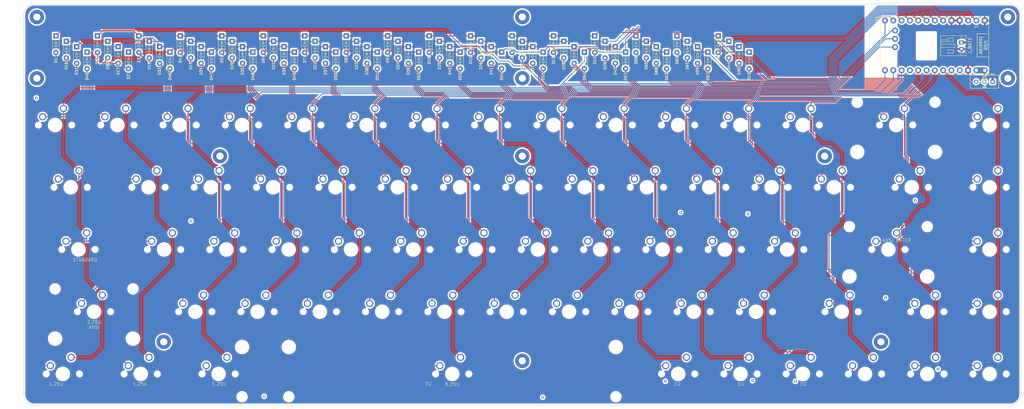
<source format=kicad_pcb>
(kicad_pcb (version 20241229) (generator "pcbnew") (generator_version "9.0")
  (layers (0 "F.Cu" signal "Front") (4 "In1.Cu" signal) (6 "In2.Cu" signal) (2 "B.Cu" signal "Back") (13 "F.Paste" user) (15 "B.Paste" user) (5 "F.SilkS" user "F.Silkscreen") (7 "B.SilkS" user "B.Silkscreen") (1 "F.Mask" user) (3 "B.Mask" user) (25 "Edge.Cuts" user))
  (net 0 "")
  (net 2 "row0")
  (net 3 "Net-(D1-A)")
  (net 4 "Net-(D2-A)")
  (net 5 "Net-(D3-A)")
  (net 6 "Net-(D4-A)")
  (net 7 "Net-(D5-A)")
  (net 8 "Net-(D6-A)")
  (net 9 "Net-(D7-A)")
  (net 10 "Net-(D8-A)")
  (net 11 "Net-(D9-A)")
  (net 12 "Net-(D10-A)")
  (net 13 "Net-(D11-A)")
  (net 14 "Net-(D12-A)")
  (net 15 "Net-(D13-A)")
  (net 16 "Net-(D14-A)")
  (net 17 "Net-(D15-A)")
  (net 18 "row1")
  (net 19 "Net-(D16-A)")
  (net 20 "Net-(D17-A)")
  (net 21 "Net-(D18-A)")
  (net 22 "Net-(D19-A)")
  (net 23 "Net-(D20-A)")
  (net 24 "Net-(D21-A)")
  (net 25 "Net-(D22-A)")
  (net 26 "Net-(D23-A)")
  (net 27 "Net-(D24-A)")
  (net 28 "Net-(D25-A)")
  (net 29 "Net-(D26-A)")
  (net 30 "Net-(D27-A)")
  (net 31 "Net-(D28-A)")
  (net 32 "Net-(D29-A)")
  (net 33 "Net-(D30-A)")
  (net 34 "Net-(D31-A)")
  (net 35 "row2")
  (net 36 "Net-(D32-A)")
  (net 37 "Net-(D33-A)")
  (net 38 "Net-(D34-A)")
  (net 39 "Net-(D35-A)")
  (net 40 "Net-(D36-A)")
  (net 41 "Net-(D37-A)")
  (net 42 "Net-(D38-A)")
  (net 43 "Net-(D39-A)")
  (net 44 "Net-(D40-A)")
  (net 45 "Net-(D41-A)")
  (net 46 "Net-(D42-A)")
  (net 47 "Net-(D43-A)")
  (net 48 "Net-(D44-A)")
  (net 49 "row3")
  (net 50 "Net-(D45-A)")
  (net 51 "Net-(D46-A)")
  (net 52 "Net-(D47-A)")
  (net 53 "Net-(D48-A)")
  (net 54 "Net-(D49-A)")
  (net 55 "Net-(D50-A)")
  (net 56 "Net-(D51-A)")
  (net 57 "Net-(D52-A)")
  (net 58 "Net-(D53-A)")
  (net 59 "Net-(D54-A)")
  (net 60 "Net-(D55-A)")
  (net 61 "Net-(D56-A)")
  (net 62 "Net-(D57-A)")
  (net 63 "Net-(D58-A)")
  (net 64 "Net-(D59-A)")
  (net 65 "row4")
  (net 66 "Net-(D60-A)")
  (net 67 "Net-(D61-A)")
  (net 68 "Net-(D62-A)")
  (net 69 "Net-(D63-A)")
  (net 70 "Net-(D64-A)")
  (net 71 "Net-(D65-A)")
  (net 72 "Net-(D66-A)")
  (net 73 "Net-(D67-A)")
  (net 74 "col0")
  (net 75 "col1")
  (net 76 "col2")
  (net 77 "col3")
  (net 78 "col4")
  (net 79 "col5")
  (net 80 "col6")
  (net 81 "col7")
  (net 82 "col8")
  (net 83 "col9")
  (net 84 "col10")
  (net 85 "col11")
  (net 86 "col12")
  (net 87 "col13")
  (net 88 "col14")
  (net 89 "Net-(D68-A)")
  (net 90 "V_BAT")
  (net 91 "GND")
  (net 92 "/VBAT_SW")
  (footprint "cftkb:SW_Cherry_MX1A_1.00u_PCB-NOSCREEN" (layer "F.Cu") (at 65.88125 89.69375)
    (property "Reference" "SW1")
    (property "Value" "KEYSW")
  )
  (footprint "cftkb:SW_Cherry_MX1A_1.00u_PCB-NOSCREEN" (layer "F.Cu") (at 84.93125 89.69375)
    (property "Reference" "SW2")
    (property "Value" "KEYSW")
  )
  (footprint "cftkb:SW_Cherry_MX1A_1.00u_PCB-NOSCREEN" (layer "F.Cu") (at 103.98125 89.69375)
    (property "Reference" "SW3")
    (property "Value" "KEYSW")
  )
  (footprint "cftkb:SW_Cherry_MX1A_1.00u_PCB-NOSCREEN" (layer "F.Cu") (at 123.03125 89.69375)
    (property "Reference" "SW4")
    (property "Value" "KEYSW")
  )
  (footprint "cftkb:SW_Cherry_MX1A_1.00u_PCB-NOSCREEN" (layer "F.Cu") (at 142.08125 89.69375)
    (property "Reference" "SW5")
    (property "Value" "KEYSW")
  )
  (footprint "cftkb:SW_Cherry_MX1A_1.00u_PCB-NOSCREEN" (layer "F.Cu") (at 161.13125 89.69375)
    (property "Reference" "SW6")
    (property "Value" "KEYSW")
  )
  (footprint "cftkb:SW_Cherry_MX1A_1.00u_PCB-NOSCREEN" (layer "F.Cu") (at 180.18125 89.69375)
    (property "Reference" "SW7")
    (property "Value" "KEYSW")
  )
  (footprint "cftkb:SW_Cherry_MX1A_1.00u_PCB-NOSCREEN" (layer "F.Cu") (at 199.23125 89.69375)
    (property "Reference" "SW8")
    (property "Value" "KEYSW")
  )
  (footprint "cftkb:SW_Cherry_MX1A_1.00u_PCB-NOSCREEN" (layer "F.Cu") (at 218.28125 89.69375)
    (property "Reference" "SW9")
    (property "Value" "KEYSW")
  )
  (footprint "cftkb:SW_Cherry_MX1A_1.00u_PCB-NOSCREEN" (layer "F.Cu") (at 237.33125 89.69375)
    (property "Reference" "SW10")
    (property "Value" "KEYSW")
  )
  (footprint "cftkb:SW_Cherry_MX1A_1.00u_PCB-NOSCREEN" (layer "F.Cu") (at 256.38125 89.69375)
    (property "Reference" "SW11")
    (property "Value" "KEYSW")
  )
  (footprint "cftkb:SW_Cherry_MX1A_1.00u_PCB-NOSCREEN" (layer "F.Cu") (at 275.43125 89.69375)
    (property "Reference" "SW12")
    (property "Value" "KEYSW")
  )
  (footprint "cftkb:SW_Cherry_MX1A_1.00u_PCB-NOSCREEN" (layer "F.Cu") (at 294.48125 89.69375)
    (property "Reference" "SW13")
    (property "Value" "KEYSW")
  )
  (footprint "cftkb:SW_Cherry_MX1A_1.00u_PCB-NOSCREEN" (layer "F.Cu") (at 351.63125 89.69375)
    (property "Reference" "SW15")
    (property "Value" "KEYSW")
  )
  (footprint "cftkb:SW_Cherry_MX1A_1.00u_PCB-NOSCREEN" (layer "F.Cu") (at 94.45625 108.74375)
    (property "Reference" "SW17")
    (property "Value" "KEYSW")
  )
  (footprint "cftkb:SW_Cherry_MX1A_1.00u_PCB-NOSCREEN" (layer "F.Cu") (at 113.50625 108.74375)
    (property "Reference" "SW18")
    (property "Value" "KEYSW")
  )
  (footprint "cftkb:SW_Cherry_MX1A_1.00u_PCB-NOSCREEN" (layer "F.Cu") (at 132.55625 108.74375)
    (property "Reference" "SW19")
    (property "Value" "KEYSW")
  )
  (footprint "cftkb:SW_Cherry_MX1A_1.00u_PCB-NOSCREEN" (layer "F.Cu") (at 151.60625 108.74375)
    (property "Reference" "SW20")
    (property "Value" "KEYSW")
  )
  (footprint "cftkb:SW_Cherry_MX1A_1.00u_PCB-NOSCREEN" (layer "F.Cu") (at 170.65625 108.74375)
    (property "Reference" "SW21")
    (property "Value" "KEYSW")
  )
  (footprint "cftkb:SW_Cherry_MX1A_1.00u_PCB-NOSCREEN" (layer "F.Cu") (at 189.70625 108.74375)
    (property "Reference" "SW22")
    (property "Value" "KEYSW")
  )
  (footprint "cftkb:SW_Cherry_MX1A_1.00u_PCB-NOSCREEN" (layer "F.Cu") (at 208.75625 108.74375)
    (property "Reference" "SW23")
    (property "Value" "KEYSW")
  )
  (footprint "cftkb:SW_Cherry_MX1A_1.00u_PCB-NOSCREEN" (layer "F.Cu") (at 227.80625 108.74375)
    (property "Reference" "SW24")
    (property "Value" "KEYSW")
  )
  (footprint "cftkb:SW_Cherry_MX1A_1.00u_PCB-NOSCREEN" (layer "F.Cu") (at 246.85625 108.74375)
    (property "Reference" "SW25")
    (property "Value" "KEYSW")
  )
  (footprint "cftkb:SW_Cherry_MX1A_1.00u_PCB-NOSCREEN" (layer "F.Cu") (at 265.90625 108.74375)
    (property "Reference" "SW26")
    (property "Value" "KEYSW")
  )
  (footprint "cftkb:SW_Cherry_MX1A_1.00u_PCB-NOSCREEN" (layer "F.Cu") (at 284.95625 108.74375)
    (property "Reference" "SW27")
    (property "Value" "KEYSW")
  )
  (footprint "cftkb:SW_Cherry_MX1A_1.00u_PCB-NOSCREEN" (layer "F.Cu") (at 304.00625 108.74375)
    (property "Reference" "SW28")
    (property "Value" "KEYSW")
  )
  (footprint "cftkb:SW_Cherry_MX1A_1.00u_PCB-NOSCREEN" (layer "F.Cu") (at 351.63125 108.74375)
    (property "Reference" "SW30")
    (property "Value" "KEYSW")
  )
  (footprint "cftkb:SW_Cherry_MX1A_1.00u_PCB-NOSCREEN" (layer "F.Cu") (at 99.21875 127.79375)
    (property "Reference" "SW32")
    (property "Value" "KEYSW")
  )
  (footprint "cftkb:SW_Cherry_MX1A_1.00u_PCB-NOSCREEN" (layer "F.Cu") (at 118.26875 127.79375)
    (property "Reference" "SW33")
    (property "Value" "KEYSW")
  )
  (footprint "cftkb:SW_Cherry_MX1A_1.00u_PCB-NOSCREEN" (layer "F.Cu") (at 137.31875 127.79375)
    (property "Reference" "SW34")
    (property "Value" "KEYSW")
  )
  (footprint "cftkb:SW_Cherry_MX1A_1.00u_PCB-NOSCREEN" (layer "F.Cu") (at 156.36825 127.79375)
    (property "Reference" "SW35")
    (property "Value" "KEYSW")
  )
  (footprint "cftkb:SW_Cherry_MX1A_1.00u_PCB-NOSCREEN" (layer "F.Cu") (at 175.41825 127.79375)
    (property "Reference" "SW36")
    (property "Value" "KEYSW")
  )
  (footprint "cftkb:SW_Cherry_MX1A_1.00u_PCB-NOSCREEN" (layer "F.Cu") (at 194.46825 127.79375)
    (property "Reference" "SW37")
    (property "Value" "KEYSW")
  )
  (footprint "cftkb:SW_Cherry_MX1A_1.00u_PCB-NOSCREEN" (layer "F.Cu") (at 213.51825 127.79375)
    (property "Reference" "SW38")
    (property "Value" "KEYSW")
  )
  (footprint "cftkb:SW_Cherry_MX1A_1.00u_PCB-NOSCREEN" (layer "F.Cu") (at 232.56825 127.79375)
    (property "Reference" "SW39")
    (property "Value" "KEYSW")
  )
  (footprint "cftkb:SW_Cherry_MX1A_1.00u_PCB-NOSCREEN" (layer "F.Cu") (at 251.61825 127.79375)
    (property "Reference" "SW40")
    (property "Value" "KEYSW")
  )
  (footprint "cftkb:SW_Cherry_MX1A_1.00u_PCB-NOSCREEN" (layer "F.Cu") (at 270.66825 127.79375)
    (property "Reference" "SW41")
    (property "Value" "KEYSW")
  )
  (footprint "cftkb:SW_Cherry_MX1A_1.00u_PCB-NOSCREEN" (layer "F.Cu") (at 289.71825 127.79375)
    (property "Reference" "SW42")
    (property "Value" "KEYSW")
  )
  (footprint "cftkb:SW_Cherry_MX1A_1.00u_PCB-NOSCREEN" (layer "F.Cu") (at 351.63125 127.79375)
    (property "Reference" "SW44")
    (property "Value" "KEYSW")
  )
  (footprint "cftkb:SW_Cherry_MX1A_1.00u_PCB-NOSCREEN" (layer "F.Cu") (at 108.74375 146.84375)
    (property "Reference" "SW46")
    (property "Value" "KEYSW")
  )
  (footprint "cftkb:SW_Cherry_MX1A_1.00u_PCB-NOSCREEN" (layer "F.Cu") (at 127.79375 146.84375)
    (property "Reference" "SW47")
    (property "Value" "KEYSW")
  )
  (footprint "cftkb:SW_Cherry_MX1A_1.00u_PCB-NOSCREEN" (layer "F.Cu") (at 146.84375 146.84375)
    (property "Reference" "SW48")
    (property "Value" "KEYSW")
  )
  (footprint "cftkb:SW_Cherry_MX1A_1.00u_PCB-NOSCREEN" (layer "F.Cu") (at 165.89425 146.84375)
    (property "Reference" "SW49")
    (property "Value" "KEYSW")
  )
  (footprint "cftkb:SW_Cherry_MX1A_1.00u_PCB-NOSCREEN" (layer "F.Cu") (at 184.94425 146.84375)
    (property "Reference" "SW50")
    (property "Value" "KEYSW")
  )
  (footprint "cftkb:SW_Cherry_MX1A_1.00u_PCB-NOSCREEN" (layer "F.Cu") (at 203.99425 146.84375)
    (property "Reference" "SW51")
    (property "Value" "KEYSW")
  )
  (footprint "cftkb:SW_Cherry_MX1A_1.00u_PCB-NOSCREEN" (layer "F.Cu") (at 223.04425 146.84375)
    (property "Reference" "SW52")
    (property "Value" "KEYSW")
  )
  (footprint "cftkb:SW_Cherry_MX1A_1.00u_PCB-NOSCREEN" (layer "F.Cu") (at 242.09425 146.84375)
    (property "Reference" "SW53")
    (property "Value" "KEYSW")
  )
  (footprint "cftkb:SW_Cherry_MX1A_1.00u_PCB-NOSCREEN" (layer "F.Cu") (at 261.14425 146.84375)
    (property "Reference" "SW54")
    (property "Value" "KEYSW")
  )
  (footprint "cftkb:SW_Cherry_MX1A_1.00u_PCB-NOSCREEN" (layer "F.Cu") (at 280.19425 146.84375)
    (property "Reference" "SW55")
    (property "Value" "KEYSW")
  )
  (footprint "cftkb:SW_Cherry_MX1A_1.00u_PCB-NOSCREEN" (layer "F.Cu") (at 332.58125 146.84375)
    (property "Reference" "SW57")
    (property "Value" "KEYSW")
  )
  (footprint "cftkb:SW_Cherry_MX1A_1.00u_PCB-NOSCREEN" (layer "F.Cu") (at 351.63125 146.84375)
    (property "Reference" "SW58")
    (property "Value" "KEYSW")
  )
  (footprint "cftkb:SW_Cherry_MX1A_1.00u_PCB-NOSCREEN" (layer "F.Cu") (at 187.32525 165.89375)
    (property "Reference" "SW62")
    (property "Value" "KEYSW")
  )
  (footprint "cftkb:SW_Cherry_MX1A_1.00u_PCB-NOSCREEN" (layer "F.Cu") (at 313.53125 165.89375)
    (property "Reference" "SW65")
    (property "Value" "KEYSW")
  )
  (footprint "cftkb:SW_Cherry_MX1A_1.00u_PCB-NOSCREEN" (layer "F.Cu") (at 332.58125 165.89375)
    (property "Reference" "SW66")
    (property "Value" "KEYSW")
  )
  (footprint "cftkb:SW_Cherry_MX1A_1.00u_PCB-NOSCREEN" (layer "F.Cu") (at 351.63125 165.89375)
    (property "Reference" "SW67")
    (property "Value" "KEYSW")
  )
  (footprint "cftkb:SW_Cherry_MX1A_2.00u_PCBNOSCREEN" (layer "F.Cu") (at 323.05625 89.69375)
    (property "Reference" "SW14")
    (property "Value" "KEYSW")
  )
  (footprint "cftkb:SW_Cherry_MX1A_1.50u_PCBNOSCREEN" (layer "F.Cu") (at 327.81825 108.74375)
    (property "Reference" "SW29")
    (property "Value" "KEYSW")
  )
  (footprint "cftkb:SW_Cherry_MX1A_1.75u_PCBNOSCREEN" (layer "F.Cu") (at 73.02505 127.78362)
    (property "Reference" "SW31")
    (property "Value" "KEYSW")
  )
  (footprint "cftkb:SW_Cherry_MX1A_2.25u_PCBNOSCREEN" (layer "F.Cu") (at 320.67525 127.79375)
    (property "Reference" "SW43")
    (property "Value" "KEYSW")
  )
  (footprint "cftkb:SW_Cherry_MX1A_2.25u_PCBNOSCREEN" (layer "F.Cu") (at 77.78745 146.84375)
    (property "Reference" "SW45")
    (property "Value" "KEYSW")
  )
  (footprint "cftkb:SW_Cherry_MX1A_1.75u_PCBNOSCREEN" (layer "F.Cu") (at 306.38725 146.84375)
    (property "Reference" "SW56")
    (property "Value" "KEYSW")
  )
  (footprint "cftkb:SW_Cherry_MX1A_1.25u_PCBNOSCREEN" (layer "F.Cu") (at 68.26245 165.88362)
    (property "Reference" "SW59")
    (property "Value" "KEYSW")
  )
  (footprint "cftkb:SW_Cherry_MX1A_1.25u_PCBNOSCREEN" (layer "F.Cu") (at 92.07505 165.89375)
    (property "Reference" "SW60")
    (property "Value" "KEYSW")
  )
  (footprint "cftkb:SW_Cherry_MX1A_1.25u_PCBNOSCREEN" (layer "F.Cu") (at 115.88745 165.88362)
    (property "Reference" "SW61")
    (property "Value" "KEYSW")
  )
  (footprint "MountingHole:MountingHole_2.2mm_M2_Pad" (layer "F.Cu") (at 57.766382 80.44475)
    (property "Reference" "REF**")
    (property "Value" "MountingHole_2.2mm_M2_Pad")
  )
  (footprint "MountingHole:MountingHole_2.2mm_M2_Pad" (layer "F.Cu") (at 57.766382 61.69475)
    (property "Reference" "REF**")
    (property "Value" "MountingHole_2.2mm_M2_Pad")
  )
  (footprint "MountingHole:MountingHole_2.2mm_M2_Pad" (layer "F.Cu") (at 354.660309 61.69475)
    (property "Reference" "REF**")
    (property "Value" "MountingHole_2.2mm_M2_Pad" (hide yes))
  )
  (footprint "MountingHole:MountingHole_2.2mm_M2_Pad" (layer "F.Cu") (at 354.660309 80.44475)
    (property "Reference" "REF**")
    (property "Value" "MountingHole_2.2mm_M2_Pad" (hide yes))
  )
  (footprint "MountingHole:MountingHole_2.2mm_M2_Pad" (layer "F.Cu") (at 96.565888 161.14696)
    (property "Reference" "REF**")
    (property "Value" "MountingHole_2.2mm_M2_Pad")
  )
  (footprint "MountingHole:MountingHole_2.2mm_M2_Pad" (layer "F.Cu") (at 315.860803 161.14696)
    (property "Reference" "REF**")
    (property "Value" "MountingHole_2.2mm_M2_Pad")
  )
  (footprint "MountingHole:MountingHole_2.2mm_M2_Pad" (layer "F.Cu") (at 113.754723 104.302994)
    (property "Reference" "REF**")
    (property "Value" "MountingHole_2.2mm_M2_Pad")
  )
  (footprint "MountingHole:MountingHole_2.2mm_M2_Pad" (layer "F.Cu") (at 298.671968 104.302994)
    (property "Reference" "REF**")
    (property "Value" "MountingHole_2.2mm_M2_Pad")
  )
  (footprint "MountingHole:MountingHole_2.2mm_M2_Pad" (layer "F.Cu") (at 206.213345 104.302994)
    (property "Reference" "REF**")
    (property "Value" "MountingHole_2.2mm_M2_Pad")
  )
  (footprint "logos:TOPY 4MM MASK" (layer "F.Cu") (at 58.451591 71.060529)
    (property "Reference" "G***" (hide yes))
    (property "Value" "LOGO" (hide yes))
  )
  (footprint "cftkb:MX-7U-Stabilizer" (layer "F.Cu") (at 177.667573 170.98164)
    (property "Reference" "ST72")
    (property "Value" "7U")
  )
  (footprint "MountingHole:MountingHole_2.2mm_M2_Pad" (layer "F.Cu") (at 206.213345 166.95811)
    (property "Reference" "REF**")
    (property "Value" "MountingHole_2.2mm_M2_Pad")
  )
  (footprint "cftkb:SW_Cherry_MX1A_1.00u_PCB-NOSCREEN" (layer "F.Cu") (at 294.521528 165.88362)
    (property "Reference" "SW68")
    (property "Value" "KEYSW")
  )
  (footprint "cftkb:D_DO-35_SOD27_P5.08mm_Horizontal" (layer "F.Cu") (at 63.600284 66.205612 -90)
    (property "Reference" "D1")
    (property "Value" "~")
  )
  (footprint "cftkb:D_DO-35_SOD27_P5.08mm_Horizontal" (layer "F.Cu") (at 85.786525 71.166199 -90)
    (property "Reference" "D2")
    (property "Value" "~")
  )
  (footprint "cftkb:D_DO-35_SOD27_P5.08mm_Horizontal" (layer "F.Cu") (at 88.955988 66.205612 -90)
    (property "Reference" "D3")
    (property "Value" "~")
  )
  (footprint "cftkb:D_DO-35_SOD27_P5.08mm_Horizontal" (layer "F.Cu") (at 101.63384 66.205612 -90)
    (property "Reference" "D4")
    (property "Value" "~")
  )
  (footprint "cftkb:D_DO-35_SOD27_P5.08mm_Horizontal" (layer "F.Cu") (at 114.311692 66.205612 -90)
    (property "Reference" "D5")
    (property "Value" "~")
  )
  (footprint "cftkb:D_DO-35_SOD27_P5.08mm_Horizontal" (layer "F.Cu") (at 126.989544 66.205612 -90)
    (property "Reference" "D6")
    (property "Value" "~")
  )
  (footprint "cftkb:D_DO-35_SOD27_P5.08mm_Horizontal" (layer "F.Cu") (at 139.667396 66.205612 -90)
    (property "Reference" "D7")
    (property "Value" "~")
  )
  (footprint "cftkb:D_DO-35_SOD27_P5.08mm_Horizontal" (layer "F.Cu") (at 152.345248 66.205612 -90)
    (property "Reference" "D8")
    (property "Value" "~")
  )
  (footprint "cftkb:D_DO-35_SOD27_P5.08mm_Horizontal" (layer "F.Cu") (at 165.0231 66.205612 -90)
    (property "Reference" "D9")
    (property "Value" "~")
  )
  (footprint "cftkb:D_DO-35_SOD27_P5.08mm_Horizontal" (layer "F.Cu") (at 177.700952 66.205612 -90)
    (property "Reference" "D10")
    (property "Value" "~")
  )
  (footprint "cftkb:D_DO-35_SOD27_P5.08mm_Horizontal" (layer "F.Cu") (at 190.378804 66.205612 -90)
    (property "Reference" "D11")
    (property "Value" "~")
  )
  (footprint "cftkb:D_DO-35_SOD27_P5.08mm_Horizontal" (layer "F.Cu") (at 203.056656 66.205612 -90)
    (property "Reference" "D12")
    (property "Value" "~")
  )
  (footprint "cftkb:D_DO-35_SOD27_P5.08mm_Horizontal" (layer "F.Cu") (at 215.734508 66.205612 -90)
    (property "Reference" "D13")
    (property "Value" "~")
  )
  (footprint "cftkb:D_DO-35_SOD27_P5.08mm_Horizontal" (layer "F.Cu") (at 228.342376 66.205612 -90)
    (property "Reference" "D14")
    (property "Value" "~")
  )
  (footprint "cftkb:D_DO-35_SOD27_P5.08mm_Horizontal" (layer "F.Cu") (at 275.541929 71.166199 -90)
    (property "Reference" "D15")
    (property "Value" "~")
  )
  (footprint "cftkb:D_DO-35_SOD27_P5.08mm_Horizontal" (layer "F.Cu") (at 66.769747 67.859141 -90)
    (property "Reference" "D16")
    (property "Value" "~")
  )
  (footprint "cftkb:D_DO-35_SOD27_P5.08mm_Horizontal" (layer "F.Cu") (at 82.617062 69.51267 -90)
    (property "Reference" "D17")
    (property "Value" "~")
  )
  (footprint "cftkb:D_DO-35_SOD27_P5.08mm_Horizontal" (layer "F.Cu") (at 92.125451 67.859141 -90)
    (property "Reference" "D18")
    (property "Value" "~")
  )
  (footprint "cftkb:D_DO-35_SOD27_P5.08mm_Horizontal" (layer "F.Cu") (at 104.803303 67.859141 -90)
    (property "Reference" "D19")
    (property "Value" "~")
  )
  (footprint "cftkb:D_DO-35_SOD27_P5.08mm_Horizontal" (layer "F.Cu") (at 117.481155 67.859141 -90)
    (property "Reference" "D20")
    (property "Value" "~")
  )
  (footprint "cftkb:D_DO-35_SOD27_P5.08mm_Horizontal" (layer "F.Cu") (at 130.159007 67.859141 -90)
    (property "Reference" "D21")
    (property "Value" "~")
  )
  (footprint "cftkb:D_DO-35_SOD27_P5.08mm_Horizontal" (layer "F.Cu") (at 142.836859 67.859141 -90)
    (property "Reference" "D22")
    (property "Value" "~")
  )
  (footprint "cftkb:D_DO-35_SOD27_P5.08mm_Horizontal" (layer "F.Cu") (at 155.514711 67.859141 -90)
    (property "Reference" "D23")
    (property "Value" "~")
  )
  (footprint "cftkb:D_DO-35_SOD27_P5.08mm_Horizontal" (layer "F.Cu") (at 168.192563 67.859141 -90)
    (property "Reference" "D24")
    (property "Value" "~")
  )
  (footprint "cftkb:D_DO-35_SOD27_P5.08mm_Horizontal" (layer "F.Cu") (at 180.870415 67.859141 -90)
    (property "Reference" "D25")
    (property "Value" "~")
  )
  (footprint "cftkb:D_DO-35_SOD27_P5.08mm_Horizontal" (layer "F.Cu") (at 193.548267 67.859141 -90)
    (property "Reference" "D26")
    (property "Value" "~")
  )
  (footprint "cftkb:D_DO-35_SOD27_P5.08mm_Horizontal" (layer "F.Cu") (at 206.226119 67.859141 -90)
    (property "Reference" "D27")
    (property "Value" "~")
  )
  (footprint "cftkb:D_DO-35_SOD27_P5.08mm_Horizontal" (layer "F.Cu") (at 218.886475 67.859141 -90)
    (property "Reference" "D28")
    (property "Value" "~")
  )
  (footprint "cftkb:D_DO-35_SOD27_P5.08mm_Horizontal" (layer "F.Cu") (at 231.493149 67.859141 -90)
    (property "Reference" "D29")
    (property "Value" "~")
  )
  (footprint "cftkb:D_DO-35_SOD27_P5.08mm_Horizontal" (layer "F.Cu") (at 272.453205 69.51267 -90)
    (property "Reference" "D30")
    (property "Value" "~")
  )
  (footprint "cftkb:D_DO-35_SOD27_P5.08mm_Horizontal" (layer "F.Cu") (at 69.93921 69.51267 -90)
    (property "Reference" "D31")
    (property "Value" "~")
  )
  (footprint "cftkb:D_DO-35_SOD27_P5.08mm_Horizontal" (layer "F.Cu") (at 79.447599 67.859141 -90)
    (property "Reference" "D32")
    (property "Value" "~")
  )
  (footprint "cftkb:D_DO-35_SOD27_P5.08mm_Horizontal" (layer "F.Cu") (at 95.294914 69.51267 -90)
    (property "Reference" "D33")
    (property "Value" "~")
  )
  (footprint "cftkb:D_DO-35_SOD27_P5.08mm_Horizontal" (layer "F.Cu") (at 107.972766 69.51267 -90)
    (property "Reference" "D34")
    (property "Value" "~")
  )
  (footprint "cftkb:D_DO-35_SOD27_P5.08mm_Horizontal" (layer "F.Cu") (at 120.650618 69.51267 -90)
    (property "Reference" "D35")
    (property "Value" "~")
  )
  (footprint "cftkb:D_DO-35_SOD27_P5.08mm_Horizontal" (layer "F.Cu") (at 133.32847 69.51267 -90)
    (property "Reference" "D36")
    (property "Value" "~")
  )
  (footprint "cftkb:D_DO-35_SOD27_P5.08mm_Horizontal" (layer "F.Cu") (at 146.006322 69.51267 -90)
    (property "Reference" "D37")
    (property "Value" "~")
  )
  (footprint "cftkb:D_DO-35_SOD27_P5.08mm_Horizontal" (layer "F.Cu") (at 158.684174 69.51267 -90)
    (property "Reference" "D38")
    (property "Value" "~")
  )
  (footprint "cftkb:D_DO-35_SOD27_P5.08mm_Horizontal" (layer "F.Cu") (at 171.362026 69.51267 -90)
    (property "Reference" "D39")
    (property "Value" "~")
  )
  (footprint "cftkb:D_DO-35_SOD27_P5.08mm_Horizontal" (layer "F.Cu") (at 184.039878 69.51267 -90)
    (property "Reference" "D40")
    (property "Value" "~")
  )
  (footprint "cftkb:D_DO-35_SOD27_P5.08mm_Horizontal" (layer "F.Cu") (at 196.71773 69.51267 -90)
    (property "Reference" "D41")
    (property "Value" "~")
  )
  (footprint "cftkb:D_DO-35_SOD27_P5.08mm_Horizontal" (layer "F.Cu") (at 209.395582 69.51267 -90)
    (property "Reference" "D42")
    (property "Value" "~")
  )
  (footprint "cftkb:D_DO-35_SOD27_P5.08mm_Horizontal" (layer "F.Cu") (at 234.643922 69.51267 -90)
    (property "Reference" "D43")
    (property "Value" "~")
  )
  (footprint "cftkb:D_DO-35_SOD27_P5.08mm_Horizontal" (layer "F.Cu") (at 269.364481 67.859141 -90)
    (property "Reference" "D44")
    (property "Value" "~")
  )
  (footprint "cftkb:D_DO-35_SOD27_P5.08mm_Horizontal" (layer "F.Cu") (at 73.108673 71.166199 -90)
    (property "Reference" "D45")
    (property "Value" "~")
  )
  (footprint "cftkb:D_DO-35_SOD27_P5.08mm_Horizontal" (layer "F.Cu") (at 98.464377 71.166199 -90)
    (property "Reference" "D46")
    (property "Value" "~")
  )
  (footprint "cftkb:D_DO-35_SOD27_P5.08mm_Horizontal" (layer "F.Cu") (at 111.142229 71.166199 -90)
    (property "Reference" "D47")
    (property "Value" "~")
  )
  (footprint "cftkb:D_DO-35_SOD27_P5.08mm_Horizontal" (layer "F.Cu") (at 123.820081 71.166199 -90)
    (property "Reference" "D48")
    (property "Value" "~")
  )
  (footprint "cftkb:D_DO-35_SOD27_P5.08mm_Horizontal" (layer "F.Cu") (at 136.497933 71.166199 -90)
    (property "Reference" "D49")
    (property "Value" "~")
  )
  (footprint "cftkb:D_DO-35_SOD27_P5.08mm_Horizontal" (layer "F.Cu") (at 149.175785 71.166199 -90)
    (property "Reference" "D50")
    (property "Value" "~")
  )
  (footprint "cftkb:D_DO-35_SOD27_P5.08mm_Horizontal" (layer "F.Cu") (at 161.853637 71.166199 -90)
    (property "Reference" "D51")
    (property "Value" "~")
  )
  (footprint "cftkb:D_DO-35_SOD27_P5.08mm_Horizontal" (layer "F.Cu") (at 174.531489 71.166199 -90)
    (property "Reference" "D52")
    (property "Value" "~")
  )
  (footprint "cftkb:D_DO-35_SOD27_P5.08mm_Horizontal" (layer "F.Cu") (at 187.209341 71.166199 -90)
    (property "Reference" "D53")
    (property "Value" "~")
  )
  (footprint "cftkb:D_DO-35_SOD27_P5.08mm_Horizontal" (layer "F.Cu") (at 199.887193 71.166199 -90)
    (property "Reference" "D54")
    (property "Value" "~")
  )
  (footprint "cftkb:D_DO-35_SOD27_P5.08mm_Horizontal" (layer "F.Cu") (at 212.565045 71.166199 -90)
    (property "Reference" "D55")
    (property "Value" "~")
  )
  (footprint "cftkb:D_DO-35_SOD27_P5.08mm_Horizontal" (layer "F.Cu") (at 222.038442 69.51267 -90)
    (property "Reference" "D56")
    (property "Value" "~")
  )
  (footprint "cftkb:D_DO-35_SOD27_P5.08mm_Horizontal" (layer "F.Cu") (at 237.794695 71.166199 -90)
    (property "Reference" "D57")
    (property "Value" "~")
  )
  (footprint "cftkb:D_DO-35_SOD27_P5.08mm_Horizontal" (layer "F.Cu") (at 266.089606 66.205612 -90)
    (property "Reference" "D58")
    (property "Value" "~")
  )
  (footprint "cftkb:D_DO-35_SOD27_P5.08mm_Horizontal" (layer "F.Cu") (at 259.788058 69.51267 -90)
    (property "Reference" "D59")
    (property "Value" "~")
  )
  (footprint "cftkb:D_DO-35_SOD27_P5.08mm_Horizontal" (layer "F.Cu") (at 76.278136 66.205612 -90)
    (property "Reference" "D60")
    (property "Value" "~")
  )
  (footprint "cftkb:D_DO-35_SOD27_P5.08mm_Horizontal" (layer "F.Cu") (at 256.637284 67.859141 -90)
    (property "Reference" "D61")
    (property "Value" "~")
  )
  (footprint "cftkb:D_DO-35_SOD27_P5.08mm_Horizontal" (layer "F.Cu") (at 253.486511 66.205612 -90)
    (property "Reference" "D62")
    (property "Value" "~")
  )
  (footprint "cftkb:D_DO-35_SOD27_P5.08mm_Horizontal" (layer "F.Cu") (at 250.335738 71.166199 -90)
    (property "Reference" "D63")
    (property "Value" "~")
  )
  (footprint "cftkb:D_DO-35_SOD27_P5.08mm_Horizontal" (layer "F.Cu") (at 225.190409 71.166199 -90)
    (property "Reference" "D64")
    (property "Value" "~")
  )
  (footprint "cftkb:D_DO-35_SOD27_P5.08mm_Horizontal" (layer "F.Cu") (at 244.096241 67.859141 -90)
    (property "Reference" "D65")
    (property "Value" "~")
  )
  (footprint "cftkb:D_DO-35_SOD27_P5.08mm_Horizontal" (layer "F.Cu") (at 240.945468 66.205612 -90)
    (property "Reference" "D66")
    (property "Value" "~")
  )
  (footprint "cftkb:D_DO-35_SOD27_P5.08mm_Horizontal" (layer "F.Cu") (at 262.938832 71.166199 -90)
    (property "Reference" "D67")
    (property "Value" "~")
  )
  (footprint "cftkb:D_DO-35_SOD27_P5.08mm_Horizontal" (layer "F.Cu") (at 247.184965 69.51267 -90)
    (property "Reference" "D68")
    (property "Value" "~")
  )
  (footprint "cftkb:SW_Cherry_MX1A_1.25u_PCBNOSCREEN" (layer "F.Cu") (at 256.410884 165.88362)
    (property "Reference" "SW63")
    (property "Value" "KEYSW")
  )
  (footprint "cftkb:SW_Cherry_MX1A_1.25u_PCBNOSCREEN" (layer "F.Cu") (at 275.466206 165.89375)
    (property "Reference" "SW64")
    (property "Value" "KEYSW")
  )
  (footprint "logos:TOPY 4MM MASK" (layer "F.Cu") (at 354.067222 71.060529)
    (property "Reference" "G***" (hide yes))
    (property "Value" "LOGO" (hide yes))
  )
  (footprint "cftkb:MX-6.25U-Stabilizer" (layer "F.Cu") (at 184.811323 170.98164)
    (property "Reference" "REF**")
    (property "Value" "6.25U")
  )
  (footprint "cftkb:SW_Cherry_MX1A_1.50u_PCBNOSCREEN" (layer "F.Cu") (at 70.64375 108.74375)
    (property "Reference" "SW16")
    (property "Value" "KEYSW")
  )
  (footprint "MountingHole:MountingHole_2.2mm_M2_Pad" (layer "F.Cu") (at 206.213345 80.44475)
    (property "Reference" "REF**")
    (property "Value" "MountingHole_2.2mm_M2_Pad")
  )
  (footprint "MountingHole:MountingHole_2.2mm_M2_Pad" (layer "F.Cu") (at 206.213345 61.69475)
    (property "Reference" "REF**")
    (property "Value" "MountingHole_2.2mm_M2_Pad")
  )
  (footprint "Connector_JST:JST_PH_S2B-PH-K_1x02_P2.00mm_Horizontal" (layer "F.Cu") (at 340.5 69.5 -90)
    (property "Reference" "J_BAT1")
    (property "Value" "GND")
  )
  (footprint "microChave:1P2T_SS-12D00_CNK" (layer "F.Cu") (at 350 81.5 -90)
    (property "Reference" "SW79")
    (property "Value" "SW_SPST")
  )
  (footprint "marbastlib-xp-promicroish:SuperMini_nRF52840_AH_USBup" (layer "F.Cu") (at 331.07 70.38 -90)
    (property "Reference" "U1")
    (property "Value" "SuperMini nRF52840")
  )
  (footprint "logos:rev1-1_16mm_mask" (layer "B.Cu") (at 155.2448 173.99 180)
    (property "Reference" "G***" (hide yes))
    (property "Value" "LOGO" (hide yes))
  )
  (footprint "logos:coseyfannitutti_16mm" (layer "B.Cu") (at 155.274997 168.3258 180)
    (property "Reference" "G***" (hide yes))
    (property "Value" "LOGO" (hide yes))
  )
  (footprint "logos:DISCIPLINE_SMALL_MASK" (layer "B.Cu") (at 155.195144 163.63421 180)
    (property "Reference" "G***" (hide yes))
    (property "Value" "LOGO" (hide yes))
  )
  (gr_arc (start 57.076441 180.502218) (mid 54.737118 179.535724) (end 53.766382 177.198159) (stroke (width 0.15)) (layer "Edge.Cuts"))
  (gr_arc (start 358.660309 177.19516) (mid 357.691694 179.533604) (end 355.35325 180.502219) (stroke (width 0.15)) (layer "Edge.Cuts"))
  (gr_arc (start 355.35325 57.69475) (mid 357.691694 58.663365) (end 358.660309 61.001809) (stroke (width 0.15)) (layer "Edge.Cuts"))
  (gr_line (start 53.766382 177.198159) (end 53.766382 61.001809) (stroke (width 0.15)) (layer "Edge.Cuts"))
  (gr_line (start 355.35325 180.502219) (end 57.076441 180.502219) (stroke (width 0.15)) (layer "Edge.Cuts"))
  (gr_arc (start 53.766382 61.001809) (mid 54.734997 58.663365) (end 57.073441 57.69475) (stroke (width 0.15)) (layer "Edge.Cuts"))
  (gr_rect (start 327 66.5) (end 332.5 74.5) (stroke (width 0.0381)) (fill no) (layer "Edge.Cuts"))
  (gr_line (start 358.660309 61.001809) (end 358.660309 177.19516) (stroke (width 0.15)) (layer "Edge.Cuts"))
  (gr_line (start 57.073441 57.69475) (end 355.35325 57.69475) (stroke (width 0.15)) (layer "Edge.Cuts"))
  (gr_text "1.25U" (at 89.321854 174.026234 0) (layer "F.SilkS") (effects (font (size 1 1) (thickness 0.1))))
  (gr_text "1.25U" (at 113.468634 174.026234 0) (layer "F.SilkS") (effects (font (size 1 1) (thickness 0.1))))
  (gr_text "STANDARD" (at 72.524094 136.021302 0) (layer "F.SilkS") (effects (font (size 1 1) (thickness 0.1))))
  (gr_text "1U" (at 253.588746 174.026234 0) (layer "F.SilkS") (effects (font (size 1 1) (thickness 0.1))))
  (gr_text "1U" (at 272.998988 174.026234 0) (layer "F.SilkS") (effects (font (size 1 1) (thickness 0.1))))
  (gr_text "1U" (at 292.089306 174.026234 0) (layer "F.SilkS") (effects (font (size 1 1) (thickness 0.1))))
  (gr_text "1.25U" (at 63.652777 174.026234 0) (layer "F.SilkS") (effects (font (size 1 1) (thickness 0.1))))
  (gr_text "2.25U\nANSI" (at 75.2856 155.8924 0) (layer "F.SilkS") (effects (font (size 1 1) (thickness 0.1))))
  (gr_text "ANSI ENTER" (at 320.7004 130.048 0) (layer "F.SilkS") (effects (font (size 1 1) (thickness 0.1))))
  (via (at 212.43841 178.122554) (size 0.8) (drill 0.4) (layers "F.Cu" "B.Cu") (net 0))
  (via (at 57.598608 86.46803) (size 0.8) (drill 0.4) (layers "F.Cu" "B.Cu") (net 0))
  (via (at 254.60859 121.534022) (size 0.8) (drill 0.4) (layers "F.Cu" "B.Cu") (net 0))
  (via (at 326.39 117.8306) (size 0.8) (drill 0.4) (layers "F.Cu" "B.Cu") (net 0))
  (via (at 276.603576 172.99564) (size 0.8) (drill 0.4) (layers "F.Cu" "B.Cu") (net 0))
  (via (at 333.332092 169.513538) (size 0.8) (drill 0.4) (layers "F.Cu" "B.Cu") (net 0))
  (via (at 127.275644 177.842586) (size 0.8) (drill 0.4) (layers "F.Cu" "B.Cu") (net 0))
  (via (at 289.709578 173.223114) (size 0.8) (drill 0.4) (layers "F.Cu" "B.Cu") (net 0))
  (via (at 104.895702 124.17622) (size 0.8) (drill 0.4) (layers "F.Cu" "B.Cu") (net 0))
  (via (at 249.954122 173.205616) (size 0.8) (drill 0.4) (layers "F.Cu" "B.Cu") (net 0))
  (via (at 317.286426 147.658536) (size 0.8) (drill 0.4) (layers "F.Cu" "B.Cu") (net 0))
  (via (at 275.16874 121.971472) (size 0.8) (drill 0.4) (layers "F.Cu" "B.Cu") (net 0))
  (segment (start 261.445773 66.422612) (end 229.395376 66.422612) (width 0.25) (layer "F.Cu") (net 2))
  (segment (start 65.075896 66) (end 63.600284 67.475612) (width 0.25) (layer "F.Cu") (net 2))
  (segment (start 229.395376 66.422612) (end 228.342376 67.475612) (width 0.25) (layer "F.Cu") (net 2))
  (segment (start 275.541929 72.436199) (end 267.45936 72.436199) (width 0.25) (layer "F.Cu") (net 2))
  (segment (start 88.955988 67.475612) (end 87.480376 66) (width 0.25) (layer "F.Cu") (net 2))
  (segment (start 88.955988 67.475612) (end 88.955988 69.266736) (width 0.25) (layer "F.Cu") (net 2))
  (segment (start 228.342376 67.475612) (end 88.955988 67.475612) (width 0.25) (layer "F.Cu") (net 2))
  (segment (start 88.955988 69.266736) (end 85.786525 72.436199) (width 0.25) (layer "F.Cu") (net 2))
  (segment (start 267.45936 72.436199) (end 261.445773 66.422612) (width 0.25) (layer "F.Cu") (net 2))
  (segment (start 87.480376 66) (end 65.075896 66) (width 0.25) (layer "F.Cu") (net 2))
  (segment (start 300.096301 74.196263) (end 300.096301 80.084555) (width 0.25) (layer "B.Cu") (net 2))
  (segment (start 334.88 62.76) (end 331.23 59.11) (width 0.25) (layer "B.Cu") (net 2))
  (segment (start 299.558856 80.622) (end 283.72773 80.622) (width 0.25) (layer "B.Cu") (net 2))
  (segment (start 283.72773 80.622) (end 275.541929 72.436199) (width 0.25) (layer "B.Cu") (net 2))
  (segment (start 300.096301 80.084555) (end 299.558856 80.622) (width 0.25) (layer "B.Cu") (net 2))
  (segment (start 315.182565 59.11) (end 300.096301 74.196263) (width 0.25) (layer "B.Cu") (net 2))
  (segment (start 331.23 59.11) (end 315.182565 59.11) (width 0.25) (layer "B.Cu") (net 2))
  (segment (start 65.252604 75.339302) (end 66.995034 75.339302) (width 0.25) (layer "F.Cu") (net 3))
  (segment (start 67.808114 92.23375) (end 59.53125 92.23375) (width 0.25) (layer "F.Cu") (net 3))
  (segment (start 66.995034 75.339302) (end 71.57922 79.923488) (width 0.25) (layer "F.Cu") (net 3))
  (segment (start 71.57922 88.462644) (end 67.808114 92.23375) (width 0.25) (layer "F.Cu") (net 3))
  (segment (start 63.600284 72.555612) (end 63.600284 72.714464) (width 0.25) (layer "F.Cu") (net 3))
  (segment (start 63.600284 72.555612) (end 63.600284 73.686982) (width 0.25) (layer "F.Cu") (net 3))
  (segment (start 63.600284 73.686982) (end 65.252604 75.339302) (width 0.25) (layer "F.Cu") (net 3))
  (segment (start 71.57922 79.923488) (end 71.57922 88.462644) (width 0.25) (layer "F.Cu") (net 3))
  (segment (start 85.786525 77.516199) (end 85.095111 77.516199) (width 0.25) (layer "F.Cu") (net 4))
  (segment (start 84.580524 77.001612) (end 81.99082 77.001612) (width 0.25) (layer "F.Cu") (net 4))
  (segment (start 74.939126 80.291236) (end 74.939126 88.591626) (width 0.25) (layer "F.Cu") (net 4))
  (segment (start 85.095111 77.516199) (end 84.580524 77.001612) (width 0.25) (layer "F.Cu") (net 4))
  (segment (start 78.893674 76.336688) (end 74.939126 80.291236) (width 0.25) (layer "F.Cu") (net 4))
  (segment (start 81.325896 76.336688) (end 78.893674 76.336688) (width 0.25) (layer "F.Cu") (net 4))
  (segment (start 81.99082 77.001612) (end 81.325896 76.336688) (width 0.25) (layer "F.Cu") (net 4))
  (segment (start 74.939126 88.591626) (end 78.58125 92.23375) (width 0.25) (layer "F.Cu") (net 4))
  (segment (start 97.090818 90.137684) (end 97.63125 90.678116) (width 0.25) (layer "F.Cu") (net 5))
  (segment (start 88.955988 72.820554) (end 93.661986 77.526552) (width 0.25) (layer "F.Cu") (net 5))
  (segment (start 97.090818 79.030604) (end 97.090818 81.821812) (width 0.25) (layer "F.Cu") (net 5))
  (segment (start 88.955988 72.555612) (end 88.955988 72.820554) (width 0.25) (layer "F.Cu") (net 5))
  (segment (start 97.63125 90.678116) (end 97.63125 92.23375) (width 0.25) (layer "F.Cu") (net 5))
  (segment (start 97.090818 87.51777) (end 97.090818 87.727742) (width 0.25) (layer "F.Cu") (net 5))
  (segment (start 98.709711 92.23375) (end 97.63125 92.23375) (width 0.25) (layer "F.Cu") (net 5))
  (segment (start 97.090818 86.362924) (end 97.090818 87.727742) (width 0.25) (layer "F.Cu") (net 5))
  (segment (start 97.090818 86.362924) (end 97.090818 85.260571) (width 0.25) (layer "F.Cu") (net 5))
  (segment (start 97.090818 85.76811) (end 97.090818 87.51777) (width 0.25) (layer "F.Cu") (net 5))
  (segment (start 97.090818 81.821812) (end 97.090818 85.76811) (width 0.25) (layer "F.Cu") (net 5))
  (segment (start 95.586766 77.526552) (end 97.090818 79.030604) (width 0.25) (layer "F.Cu") (net 5))
  (segment (start 98.770594 92.294633) (end 98.709711 92.23375) (width 0.25) (layer "F.Cu") (net 5))
  (segment (start 93.661986 77.526552) (end 95.586766 77.526552) (width 0.25) (layer "F.Cu") (net 5))
  (segment (start 97.090818 85.260571) (end 97.090818 85.76811) (width 0.25) (layer "F.Cu") (net 5))
  (segment (start 97.090818 87.51777) (end 97.090818 90.137684) (width 0.25) (layer "F.Cu") (net 5))
  (segment (start 108.097836 77.474058) (end 109.777644 79.153866) (width 0.25) (layer "F.Cu") (net 6))
  (segment (start 106.295542 77.474058) (end 108.097836 77.474058) (width 0.25) (layer "F.Cu") (net 6))
  (segment (start 101.63384 72.812356) (end 106.295542 77.474058) (width 0.25) (layer "F.Cu") (net 6))
  (segment (start 101.63384 72.555612) (end 101.63384 72.86485) (width 0.25) (layer "F.Cu") (net 6))
  (segment (start 109.777644 79.153866) (end 109.777644 86.930361) (width 0.25) (layer "F.Cu") (net 6))
  (segment (start 101.63384 72.555612) (end 101.63384 72.68987) (width 0.25) (layer "F.Cu") (net 6))
  (segment (start 109.777644 86.930361) (end 114.144549 91.297266) (width 0.25) (layer "F.Cu") (net 6))
  (segment (start 116.557331 92.23375) (end 116.68125 92.23375) (width 0.25) (layer "F.Cu") (net 6))
  (segment (start 115.620847 91.297266) (end 116.557331 92.23375) (width 0.25) (layer "F.Cu") (net 6))
  (segment (start 114.144549 91.297266) (end 115.620847 91.297266) (width 0.25) (layer "F.Cu") (net 6))
  (segment (start 101.63384 72.555612) (end 101.63384 72.812356) (width 0.25) (layer "F.Cu") (net 6))
  (segment (start 118.946596 77.45656) (end 120.83638 77.45656) (width 0.25) (layer "F.Cu") (net 7))
  (segment (start 114.311692 72.555612) (end 114.311692 72.821656) (width 0.25) (layer "F.Cu") (net 7))
  (segment (start 122.444937 84.158218) (end 122.724981 84.438262) (width 0.25) (layer "F.Cu") (net 7))
  (segment (start 122.724981 84.438262) (end 129.583985 91.297266) (width 0.25) (layer "F.Cu") (net 7))
  (segment (start 120.83638 77.45656) (end 122.446196 79.066376) (width 0.25) (layer "F.Cu") (net 7))
  (segment (start 122.446196 84.159477) (end 122.724981 84.438262) (width 0.25) (layer "F.Cu") (net 7))
  (segment (start 114.311692 72.821656) (end 118.946596 77.45656) (width 0.25) (layer "F.Cu") (net 7))
  (segment (start 135.402318 92.23375) (end 135.73125 92.23375) (width 0.25) (layer "F.Cu") (net 7))
  (segment (start 134.465834 91.297266) (end 135.402318 92.23375) (width 0.25) (layer "F.Cu") (net 7))
  (segment (start 129.583985 91.297266) (end 134.465834 91.297266) (width 0.25) (layer "F.Cu") (net 7))
  (segment (start 122.446196 79.066376) (end 122.446196 84.159477) (width 0.25) (layer "F.Cu") (net 7))
  (segment (start 152.995863 90.089927) (end 154.78125 91.875314) (width 0.25) (layer "F.Cu") (net 8))
  (segment (start 142.723312 88.268749) (end 144.54449 90.089927) (width 0.25) (layer "F.Cu") (net 8))
  (segment (start 126.989544 72.813458) (end 131.632646 77.45656) (width 0.25) (layer "F.Cu") (net 8))
  (segment (start 137.683984 88.268749) (end 142.723312 88.268749) (width 0.25) (layer "F.Cu") (net 8))
  (segment (start 144.54449 90.089927) (end 152.995863 90.089927) (width 0.25) (layer "F.Cu") (net 8))
  (segment (start 133.52243 77.45656) (end 135.132246 79.066376) (width 0.25) (layer "F.Cu") (net 8))
  (segment (start 126.989544 72.555612) (end 126.989544 72.813458) (width 0.25) (layer "F.Cu") (net 8))
  (segment (start 126.989544 72.555612) (end 126.989544 72.830956) (width 0.25) (layer "F.Cu") (net 8))
  (segment (start 135.132246 85.717011) (end 137.683984 88.268749) (width 0.25) (layer "F.Cu") (net 8))
  (segment (start 154.78125 91.875314) (end 154.78125 92.23375) (width 0.25) (layer "F.Cu") (net 8))
  (segment (start 131.632646 77.45656) (end 133.52243 77.45656) (width 0.25) (layer "F.Cu") (net 8))
  (segment (start 135.132246 79.066376) (end 135.132246 85.717011) (width 0.25) (layer "F.Cu") (net 8))
  (segment (start 172.208301 90.14242) (end 173.83125 91.765369) (width 0.25) (layer "F.Cu") (net 9))
  (segment (start 173.83125 91.765369) (end 173.83125 92.23375) (width 0.25) (layer "F.Cu") (net 9))
  (segment (start 144.301198 77.45656) (end 146.225978 77.45656) (width 0.25) (layer "F.Cu") (net 9))
  (segment (start 161.808193 88.200179) (end 163.750434 90.14242) (width 0.25) (layer "F.Cu") (net 9))
  (segment (start 163.750434 90.14242) (end 172.208301 90.14242) (width 0.25) (layer "F.Cu") (net 9))
  (segment (start 146.225978 77.45656) (end 147.7833 79.013882) (width 0.25) (layer "F.Cu") (net 9))
  (segment (start 151.001129 88.200179) (end 161.808193 88.200179) (width 0.25) (layer "F.Cu") (net 9))
  (segment (start 147.7833 84.98235) (end 151.001129 88.200179) (width 0.25) (layer "F.Cu") (net 9))
  (segment (start 139.667396 72.822758) (end 144.301198 77.45656) (width 0.25) (layer "F.Cu") (net 9))
  (segment (start 139.667396 72.555612) (end 139.667396 72.822758) (width 0.25) (layer "F.Cu") (net 9))
  (segment (start 147.7833 79.013882) (end 147.7833 84.98235) (width 0.25) (layer "F.Cu") (net 9))
  (segment (start 152.345248 72.555612) (end 152.345248 72.81456) (width 0.25) (layer "F.Cu") (net 10))
  (segment (start 182.647914 90.14242) (end 191.473232 90.14242) (width 0.25) (layer "F.Cu") (net 10))
  (segment (start 192.88125 91.550438) (end 192.88125 92.23375) (width 0.25) (layer "F.Cu") (net 10))
  (segment (start 164.544323 88.252672) (end 180.758166 88.252672) (width 0.25) (layer "F.Cu") (net 10))
  (segment (start 180.758166 88.252672) (end 182.647914 90.14242) (width 0.25) (layer "F.Cu") (net 10))
  (segment (start 191.473232 90.14242) (end 192.88125 91.550438) (width 0.25) (layer "F.Cu") (net 10))
  (segment (start 158.89453 77.45656) (end 160.486848 79.048878) (width 0.25) (layer "F.Cu") (net 10))
  (segment (start 160.486848 79.048878) (end 160.486848 84.195197) (width 0.25) (layer "F.Cu") (net 10))
  (segment (start 156.987248 77.45656) (end 158.89453 77.45656) (width 0.25) (layer "F.Cu") (net 10))
  (segment (start 160.486848 84.195197) (end 164.544323 88.252672) (width 0.25) (layer "F.Cu") (net 10))
  (segment (start 152.345248 72.81456) (end 156.987248 77.45656) (width 0.25) (layer "F.Cu") (net 10))
  (segment (start 175.882811 86.362924) (end 181.499562 86.362924) (width 0.25) (layer "F.Cu") (net 11))
  (segment (start 210.528191 90.14242) (end 211.93125 91.545479) (width 0.25) (layer "F.Cu") (net 11))
  (segment (start 173.137902 79.013882) (end 173.137902 83.618015) (width 0.25) (layer "F.Cu") (net 11))
  (segment (start 169.6558 77.45656) (end 171.58058 77.45656) (width 0.25) (layer "F.Cu") (net 11))
  (segment (start 183.405387 88.268749) (end 199.862212 88.268749) (width 0.25) (layer "F.Cu") (net 11))
  (segment (start 211.93125 91.545479) (end 211.93125 92.23375) (width 0.25) (layer "F.Cu") (net 11))
  (segment (start 165.0231 72.82386) (end 169.6558 77.45656) (width 0.25) (layer "F.Cu") (net 11))
  (segment (start 199.862212 88.268749) (end 201.735883 90.14242) (width 0.25) (layer "F.Cu") (net 11))
  (segment (start 181.499562 86.362924) (end 183.405387 88.268749) (width 0.25) (layer "F.Cu") (net 11))
  (segment (start 171.58058 77.45656) (end 173.137902 79.013882) (width 0.25) (layer "F.Cu") (net 11))
  (segment (start 201.735883 90.14242) (end 210.528191 90.14242) (width 0.25) (layer "F.Cu") (net 11))
  (segment (start 173.137902 83.618015) (end 175.882811 86.362924) (width 0.25) (layer "F.Cu") (net 11))
  (segment (start 165.0231 72.555612) (end 165.0231 72.82386) (width 0.25) (layer "F.Cu") (net 11))
  (segment (start 177.700952 72.815662) (end 182.34185 77.45656) (width 0.25) (layer "F.Cu") (net 12))
  (segment (start 182.34185 77.45656) (end 184.249132 77.45656) (width 0.25) (layer "F.Cu") (net 12))
  (segment (start 230.98125 91.750492) (end 230.98125 92.23375) (width 0.25) (layer "F.Cu") (net 12))
  (segment (start 186.068924 82.027961) (end 190.403887 86.362924) (width 0.25) (layer "F.Cu") (net 12))
  (segment (start 229.373178 90.14242) (end 230.98125 91.750492) (width 0.25) (layer "F.Cu") (net 12))
  (segment (start 184.249132 77.45656) (end 185.84145 79.048878) (width 0.25) (layer "F.Cu") (net 12))
  (segment (start 200.502028 86.362924) (end 202.391776 88.252672) (width 0.25) (layer "F.Cu") (net 12))
  (segment (start 202.391776 88.252672) (end 218.874578 88.252672) (width 0.25) (layer "F.Cu") (net 12))
  (segment (start 185.84145 81.800487) (end 186.068924 82.027961) (width 0.25) (layer "F.Cu") (net 12))
  (segment (start 190.403887 86.362924) (end 200.502028 86.362924) (width 0.25) (layer "F.Cu") (net 12))
  (segment (start 177.700952 72.555612) (end 177.700952 72.815662) (width 0.25) (layer "F.Cu") (net 12))
  (segment (start 218.874578 88.252672) (end 220.764326 90.14242) (width 0.25) (layer "F.Cu") (net 12))
  (segment (start 185.84145 79.048878) (end 185.84145 81.800487) (width 0.25) (layer "F.Cu") (net 12))
  (segment (start 185.859308 81.818345) (end 186.068924 82.027961) (width 0.25) (layer "F.Cu") (net 12))
  (segment (start 220.764326 90.14242) (end 229.373178 90.14242) (width 0.25) (layer "F.Cu") (net 12))
  (segment (start 195.0279 77.45656) (end 196.917684 77.45656) (width 0.25) (layer "F.Cu") (net 13))
  (segment (start 248.638109 90.14242) (end 250.03125 91.535561) (width 0.25) (layer "F.Cu") (net 13))
  (segment (start 196.917684 77.45656) (end 198.492504 79.03138) (width 0.25) (layer "F.Cu") (net 13))
  (segment (start 221.656707 88.252672) (end 237.923043 88.252672) (width 0.25) (layer "F.Cu") (net 13))
  (segment (start 198.492504 79.03138) (end 198.492504 81.623764) (width 0.25) (layer "F.Cu") (net 13))
  (segment (start 219.789386 86.385351) (end 221.656707 88.252672) (width 0.25) (layer "F.Cu") (net 13))
  (segment (start 190.378804 72.807464) (end 195.0279 77.45656) (width 0.25) (layer "F.Cu") (net 13))
  (segment (start 239.812791 90.14242) (end 248.638109 90.14242) (width 0.25) (layer "F.Cu") (net 13))
  (segment (start 203.254091 86.385351) (end 219.789386 86.385351) (width 0.25) (layer "F.Cu") (net 13))
  (segment (start 198.492504 81.623764) (end 203.254091 86.385351) (width 0.25) (layer "F.Cu") (net 13))
  (segment (start 250.03125 91.535561) (end 250.03125 92.23375) (width 0.25) (layer "F.Cu") (net 13))
  (segment (start 190.378804 72.555612) (end 190.378804 72.807464) (width 0.25) (layer "F.Cu") (net 13))
  (segment (start 237.923043 88.252672) (end 239.812791 90.14242) (width 0.25) (layer "F.Cu") (net 13))
  (segment (start 213.940236 84.525669) (end 220.652846 84.525669) (width 0.25) (layer "F.Cu") (net 14))
  (segment (start 211.196052 81.781485) (end 213.940236 84.525669) (width 0.25) (layer "F.Cu") (net 14))
  (segment (start 207.71395 77.474058) (end 209.603734 77.474058) (width 0.25) (layer "F.Cu") (net 14))
  (segment (start 203.056656 72.555612) (end 203.056656 72.816764) (width 0.25) (layer "F.Cu") (net 14))
  (segment (start 220.652846 84.525669) (end 222.490101 86.362924) (width 0.25) (layer "F.Cu") (net 14))
  (segment (start 222.490101 86.362924) (end 238.65507 86.362924) (width 0.25) (layer "F.Cu") (net 14))
  (segment (start 269.08125 91.478109) (end 269.08125 92.23375) (width 0.25) (layer "F.Cu") (net 14))
  (segment (start 267.745561 90.14242) (end 269.08125 91.478109) (width 0.25) (layer "F.Cu") (net 14))
  (segment (start 238.65507 86.362924) (end 240.544818 88.252672) (width 0.25) (layer "F.Cu") (net 14))
  (segment (start 209.603734 77.474058) (end 211.196052 79.066376) (width 0.25) (layer "F.Cu") (net 14))
  (segment (start 257.036989 88.252672) (end 258.926737 90.14242) (width 0.25) (layer "F.Cu") (net 14))
  (segment (start 211.196052 79.066376) (end 211.196052 81.781485) (width 0.25) (layer "F.Cu") (net 14))
  (segment (start 240.544818 88.252672) (end 257.036989 88.252672) (width 0.25) (layer "F.Cu") (net 14))
  (segment (start 203.056656 72.816764) (end 207.71395 77.474058) (width 0.25) (layer "F.Cu") (net 14))
  (segment (start 258.926737 90.14242) (end 267.745561 90.14242) (width 0.25) (layer "F.Cu") (net 14))
  (segment (start 223.794612 81.256795) (end 227.010993 84.473176) (width 0.25) (layer "F.Cu") (net 15))
  (segment (start 222.23729 77.45656) (end 223.794612 79.013882) (width 0.25) (layer "F.Cu") (net 15))
  (segment (start 288.13125 92.23375) (end 288.051962 92.23375) (width 0.25) (layer "F.Cu") (net 15))
  (segment (start 215.734508 72.555612) (end 215.734508 72.826064) (width 0.25) (layer "F.Cu") (net 15))
  (segment (start 277.502765 89.722476) (end 286.013125 89.722476) (width 0.25) (layer "F.Cu") (net 15))
  (segment (start 239.399341 84.473176) (end 241.289089 86.362924) (width 0.25) (layer "F.Cu") (net 15))
  (segment (start 257.876877 86.362924) (end 259.766625 88.252672) (width 0.25) (layer "F.Cu") (net 15))
  (segment (start 259.766625 88.252672) (end 276.032961 88.252672) (width 0.25) (layer "F.Cu") (net 15))
  (segment (start 288.13125 91.840601) (end 288.13125 92.23375) (width 0.25) (layer "F.Cu") (net 15))
  (segment (start 220.365004 77.45656) (end 222.23729 77.45656) (width 0.25) (layer "F.Cu") (net 15))
  (segment (start 215.734508 72.826064) (end 220.365004 77.45656) (width 0.25) (layer "F.Cu") (net 15))
  (segment (start 276.032961 88.252672) (end 277.502765 89.722476) (width 0.25) (layer "F.Cu") (net 15))
  (segment (start 241.289089 86.362924) (end 257.876877 86.362924) (width 0.25) (layer "F.Cu") (net 15))
  (segment (start 286.013125 89.722476) (end 288.13125 91.840601) (width 0.25) (layer "F.Cu") (net 15))
  (segment (start 227.010993 84.473176) (end 239.399341 84.473176) (width 0.25) (layer "F.Cu") (net 15))
  (segment (start 223.794612 79.013882) (end 223.794612 81.256795) (width 0.25) (layer "F.Cu") (net 15))
  (segment (start 306.613768 91.297266) (end 303.14923 87.832728) (width 0.25) (layer "F.Cu") (net 16))
  (segment (start 229.994696 75.339302) (end 228.342376 73.686982) (width 0.25) (layer "F.Cu") (net 16))
  (segment (start 315.776656 91.297266) (end 306.613768 91.297266) (width 0.25) (layer "F.Cu") (net 16))
  (segment (start 239.91027 82.460988) (end 237.005602 79.55632) (width 0.25) (layer "F.Cu") (net 16))
  (segment (start 241.944983 84.473176) (end 239.932795 82.460988) (width 0.25) (layer "F.Cu") (net 16))
  (segment (start 235.920726 79.55632) (end 231.703708 75.339302) (width 0.25) (layer "F.Cu") (net 16))
  (segment (start 278.296654 87.832728) (end 276.82685 86.362924) (width 0.25) (layer "F.Cu") (net 16))
  (segment (start 228.342376 73.686982) (end 228.342376 72.555612) (width 0.25) (layer "F.Cu") (net 16))
  (segment (start 276.82685 86.362924) (end 260.606513 86.362924) (width 0.25) (layer "F.Cu") (net 16))
  (segment (start 258.716765 84.473176) (end 241.944983 84.473176) (width 0.25) (layer "F.Cu") (net 16))
  (segment (start 237.005602 79.55632) (end 235.920726 79.55632) (width 0.25) (layer "F.Cu") (net 16))
  (segment (start 260.606513 86.362924) (end 258.716765 84.473176) (width 0.25) (layer "F.Cu") (net 16))
  (segment (start 316.70625 92.23375) (end 316.70625 92.22686) (width 0.25) (layer "F.Cu") (net 16))
  (segment (start 239.932795 82.460988) (end 239.91027 82.460988) (width 0.25) (layer "F.Cu") (net 16))
  (segment (start 303.14923 87.832728) (end 278.296654 87.832728) (width 0.25) (layer "F.Cu") (net 16))
  (segment (start 231.703708 75.339302) (end 229.994696 75.339302) (width 0.25) (layer "F.Cu") (net 16))
  (segment (start 316.70625 92.22686) (end 315.776656 91.297266) (width 0.25) (layer "F.Cu") (net 16))
  (segment (start 277.058524 79.433834) (end 277.35599 79.433834) (width 0.25) (layer "F.Cu") (net 17))
  (segment (start 275.541929 77.516199) (end 275.541929 78.647569) (width 0.25) (layer "F.Cu") (net 17))
  (segment (start 329.972476 87.40644) (end 323.016496 80.45046) (width 0.25) (layer "F.Cu") (net 17))
  (segment (start 323.016496 80.45046) (end 280.804838 80.45046) (width 0.25) (layer "F.Cu") (net 17))
  (segment (start 344.974906 91.927406) (end 332.509686 91.927406) (width 0.25) (layer "F.Cu") (net 17))
  (segment (start 279.788212 79.433834) (end 277.35599 79.433834) (width 0.25) (layer "F.Cu") (net 17))
  (segment (start 280.804838 80.45046) (end 279.788212 79.433834) (width 0.25) (layer "F.Cu") (net 17))
  (segment (start 345.28125 92.23375) (end 344.974906 91.927406) (width 0.25) (layer "F.Cu") (net 17))
  (segment (start 276.328194 79.433834) (end 277.35599 79.433834) (width 0.25) (layer "F.Cu") (net 17))
  (segment (start 332.509686 91.927406) (end 329.972476 89.390196) (width 0.25) (layer "F.Cu") (net 17))
  (segment (start 275.541929 78.647569) (end 276.328194 79.433834) (width 0.25) (layer "F.Cu") (net 17))
  (segment (start 329.972476 89.390196) (end 329.972476 87.40644) (width 0.25) (layer "F.Cu") (net 17))
  (segment (start 82.617062 70.78267) (end 72.04521 70.78267) (width 0.25) (layer "F.Cu") (net 18))
  (segment (start 72.04521 70.78267) (end 70.391681 69.129141) (width 0.25) (layer "F.Cu") (net 18))
  (segment (start 266.561536 70.78267) (end 261.649478 65.870612) (width 0.25) (layer "F.Cu") (net 18))
  (segment (start 231.493149 69.129141) (end 92.125451 69.129141) (width 0.25) (layer "F.Cu") (net 18))
  (segment (start 272.453205 70.78267) (end 266.561536 70.78267) (width 0.25) (layer "F.Cu") (net 18))
  (segment (start 70.391681 69.129141) (end 66.769747 69.129141) (width 0.25) (layer "F.Cu") (net 18))
  (segment (start 261.649478 65.870612) (end 237.998 65.870612) (width 0.25) (layer "F.Cu") (net 18))
  (via (at 237.998 65.870612) (size 0.6) (drill 0.3) (layers "F.Cu" "B.Cu") (net 18))
  (segment (start 237.998 65.870612) (end 234.739471 69.129141) (width 0.25) (layer "B.Cu") (net 18))
  (segment (start 274.735875 68.5) (end 272.453205 70.78267) (width 0.25) (layer "B.Cu") (net 18))
  (segment (start 84.270591 69.129141) (end 82.617062 70.78267) (width 0.25) (layer "B.Cu") (net 18))
  (segment (start 340.74 61) (end 333.654572 61) (width 0.25) (layer "B.Cu") (net 18))
  (segment (start 331.386572 58.732) (end 315.025993 58.732) (width 0.25) (layer "B.Cu") (net 18))
  (segment (start 234.739471 69.129141) (end 231.493149 69.129141) (width 0.25) (layer "B.Cu") (net 18))
  (segment (start 315.025993 58.732) (end 305.257993 68.5) (width 0.25) (layer "B.Cu") (net 18))
  (segment (start 342.5 62.76) (end 340.74 61) (width 0.25) (layer "B.Cu") (net 18))
  (segment (start 333.654572 61) (end 331.386572 58.732) (width 0.25) (layer "B.Cu") (net 18))
  (segment (start 305.257993 68.5) (end 274.735875 68.5) (width 0.25) (layer "B.Cu") (net 18))
  (segment (start 92.125451 69.129141) (end 84.270591 69.129141) (width 0.25) (layer "B.Cu") (net 18))
  (segment (start 72.051657 79.748499) (end 72.051657 103.525843) (width 0.25) (layer "F.Cu") (net 19))
  (segment (start 66.769747 74.209141) (end 66.769747 74.466589) (width 0.25) (layer "F.Cu") (net 19))
  (segment (start 72.068751 109.427751) (end 70.212752 111.28375) (width 0.25) (layer "F.Cu") (net 19))
  (segment (start 72.051657 103.525843) (end 72.068751 103.542937) (width 0.25) (layer "F.Cu") (net 19))
  (segment (start 70.212752 111.28375) (end 64.29375 111.28375) (width 0.25) (layer "F.Cu") (net 19))
  (segment (start 72.068751 103.542937) (end 72.068751 109.427751) (width 0.25) (layer "F.Cu") (net 19))
  (segment (start 66.769747 74.466589) (end 72.051657 79.748499) (width 0.25) (layer "F.Cu") (net 19))
  (segment (start 78.075003 111.28375) (end 74.904309 108.113056) (width 0.25) (layer "F.Cu") (net 20))
  (segment (start 74.904309 108.113056) (end 74.484178 107.692925) (width 0.25) (layer "F.Cu") (net 20))
  (segment (start 80.136032 75.86267) (end 82.617062 75.86267) (width 0.25) (layer "F.Cu") (net 20))
  (segment (start 88.10625 111.28375) (end 78.075003 111.28375) (width 0.25) (layer "F.Cu") (net 20))
  (segment (start 74.484178 107.692925) (end 74.484178 80.098758) (width 0.25) (layer "F.Cu") (net 20))
  (segment (start 74.484178 80.098758) (end 78.720266 75.86267) (width 0.25) (layer "F.Cu") (net 20))
  (segment (start 74.904309 108.113056) (end 74.518828 107.727575) (width 0.25) (layer "F.Cu") (net 20))
  (segment (start 78.720266 75.86267) (end 80.136032 75.86267) (width 0.25) (layer "F.Cu") (net 20))
  (segment (start 95.779244 77.071604) (end 97.546542 78.838902) (width 0.25) (layer "F.Cu") (net 21))
  (segment (start 103.766251 107.526425) (end 103.766251 93.757753) (width 0.25) (layer "F.Cu") (net 21))
  (segment (start 106.277093 110.404593) (end 106.277093 110.037267) (width 0.25) (layer "F.Cu") (net 21))
  (segment (start 107.15625 111.28375) (end 106.277093 110.404593) (width 0.25) (layer "F.Cu") (net 21))
  (segment (start 92.125451 75.340511) (end 93.856544 77.071604) (width 0.25) (layer "F.Cu") (net 21))
  (segment (start 106.277093 110.037267) (end 103.766251 107.526425) (width 0.25) (layer "F.Cu") (net 21))
  (segment (start 92.125451 74.209141) (end 92.125451 75.340511) (width 0.25) (layer "F.Cu") (net 21))
  (segment (start 97.546542 89.915735) (end 97.790915 90.160108) (width 0.25) (layer "F.Cu") (net 21))
  (segment (start 97.790915 90.160108) (end 97.564355 89.933548) (width 0.25) (layer "F.Cu") (net 21))
  (segment (start 93.856544 77.071604) (end 95.779244 77.071604) (width 0.25) (layer "F.Cu") (net 21))
  (segment (start 103.766251 93.757753) (end 102.457247 92.448749) (width 0.25) (layer "F.Cu") (net 21))
  (segment (start 97.546542 78.838902) (end 97.546542 89.915735) (width 0.25) (layer "F.Cu") (net 21))
  (segment (start 100.079556 92.448749) (end 97.790915 90.160108) (width 0.25) (layer "F.Cu") (net 21))
  (segment (start 102.457247 92.448749) (end 100.079556 92.448749) (width 0.25) (layer "F.Cu") (net 21))
  (segment (start 104.803303 74.209141) (end 104.803303 75.340511) (width 0.25) (layer "F.Cu") (net 22))
  (segment (start 104.803303 75.340511) (end 106.481902 77.01911) (width 0.25) (layer "F.Cu") (net 22))
  (segment (start 122.816251 107.893751) (end 125.106251 110.183751) (width 0.25) (layer "F.Cu") (net 22))
  (segment (start 110.232592 78.961388) (end 110.232592 86.748899) (width 0.25) (layer "F.Cu") (net 22))
  (segment (start 106.481902 77.01911) (end 108.290314 77.01911) (width 0.25) (layer "F.Cu") (net 22))
  (segment (start 110.390074 86.906381) (end 114.292442 90.808749) (width 0.25) (layer "F.Cu") (net 22))
  (segment (start 108.290314 77.01911) (end 110.232592 78.961388) (width 0.25) (layer "F.Cu") (net 22))
  (segment (start 125.106251 110.183751) (end 126.20625 111.28375) (width 0.25) (layer "F.Cu") (net 22))
  (segment (start 122.816251 93.657749) (end 122.816251 107.893751) (width 0.25) (layer "F.Cu") (net 22))
  (segment (start 119.967251 90.808749) (end 122.816251 93.657749) (width 0.25) (layer "F.Cu") (net 22))
  (segment (start 114.292442 90.808749) (end 119.967251 90.808749) (width 0.25) (layer "F.Cu") (net 22))
  (segment (start 110.232592 86.748899) (end 110.390074 86.906381) (width 0.25) (layer "F.Cu") (net 22))
  (segment (start 123.128618 84.119987) (end 122.920059 83.911428) (width 0.25) (layer "F.Cu") (net 23))
  (segment (start 129.81738 90.808749) (end 123.128618 84.119987) (width 0.25) (layer "F.Cu") (net 23))
  (segment (start 141.866251 93.664849) (end 139.010151 90.808749) (width 0.25) (layer "F.Cu") (net 23))
  (segment (start 122.901144 78.873898) (end 122.901144 83.892513) (width 0.25) (layer "F.Cu") (net 23))
  (segment (start 122.901144 83.892513) (end 123.128618 84.119987) (width 0.25) (layer "F.Cu") (net 23))
  (segment (start 119.142256 77.001612) (end 121.028858 77.001612) (width 0.25) (layer "F.Cu") (net 23))
  (segment (start 139.010151 90.808749) (end 129.81738 90.808749) (width 0.25) (layer "F.Cu") (net 23))
  (segment (start 121.028858 77.001612) (end 122.901144 78.873898) (width 0.25) (layer "F.Cu") (net 23))
  (segment (start 117.481155 75.340511) (end 119.142256 77.001612) (width 0.25) (layer "F.Cu") (net 23))
  (segment (start 145.25625 111.28375) (end 141.866251 107.893751) (width 0.25) (layer "F.Cu") (net 23))
  (segment (start 141.866251 107.893751) (end 141.866251 93.664849) (width 0.25) (layer "F.Cu") (net 23))
  (segment (start 117.481155 74.209141) (end 117.481155 75.340511) (width 0.25) (layer "F.Cu") (net 23))
  (segment (start 164.30625 111.28375) (end 160.916251 107.893751) (width 0.25) (layer "F.Cu") (net 24))
  (segment (start 133.714908 77.001612) (end 135.587194 78.873898) (width 0.25) (layer "F.Cu") (net 24))
  (segment (start 142.909712 87.818738) (end 144.701969 89.610995) (width 0.25) (layer "F.Cu") (net 24))
  (segment (start 156.875992 89.61749) (end 144.708464 89.61749) (width 0.25) (layer "F.Cu") (net 24))
  (segment (start 137.916382 87.818738) (end 142.909712 87.818738) (width 0.25) (layer "F.Cu") (net 24))
  (segment (start 130.159007 75.340511) (end 131.820108 77.001612) (width 0.25) (layer "F.Cu") (net 24))
  (segment (start 130.159007 74.209141) (end 130.159007 75.340511) (width 0.25) (layer "F.Cu") (net 24))
  (segment (start 135.587194 78.873898) (end 135.587194 85.48955) (width 0.25) (layer "F.Cu") (net 24))
  (segment (start 135.587194 85.48955) (end 135.970742 85.873098) (width 0.25) (layer "F.Cu") (net 24))
  (segment (start 131.820108 77.001612) (end 133.714908 77.001612) (width 0.25) (layer "F.Cu") (net 24))
  (segment (start 160.916251 107.893751) (end 160.916251 93.657749) (width 0.25) (layer "F.Cu") (net 24))
  (segment (start 135.970742 85.873098) (end 137.916382 87.818738) (width 0.25) (layer "F.Cu") (net 24))
  (segment (start 160.916251 93.657749) (end 156.875992 89.61749) (width 0.25) (layer "F.Cu") (net 24))
  (segment (start 144.708464 89.61749) (end 144.701969 89.610995) (width 0.25) (layer "F.Cu") (net 24))
  (segment (start 148.238248 78.821404) (end 148.238248 84.761384) (width 0.25) (layer "F.Cu") (net 25))
  (segment (start 148.238248 84.761384) (end 151.204606 87.727742) (width 0.25) (layer "F.Cu") (net 25))
  (segment (start 175.978485 89.669983) (end 179.966251 93.657749) (width 0.25) (layer "F.Cu") (net 25))
  (segment (start 151.204606 87.727742) (end 161.972166 87.727742) (width 0.25) (layer "F.Cu") (net 25))
  (segment (start 161.972166 87.727742) (end 163.914407 89.669983) (width 0.25) (layer "F.Cu") (net 25))
  (segment (start 144.49796 77.001612) (end 146.418456 77.001612) (width 0.25) (layer "F.Cu") (net 25))
  (segment (start 146.418456 77.001612) (end 148.238248 78.821404) (width 0.25) (layer "F.Cu") (net 25))
  (segment (start 163.914407 89.669983) (end 175.978485 89.669983) (width 0.25) (layer "F.Cu") (net 25))
  (segment (start 142.836859 75.340511) (end 144.49796 77.001612) (width 0.25) (layer "F.Cu") (net 25))
  (segment (start 179.966251 93.657749) (end 179.966251 107.893751) (width 0.25) (layer "F.Cu") (net 25))
  (segment (start 179.966251 107.893751) (end 183.35625 111.28375) (width 0.25) (layer "F.Cu") (net 25))
  (segment (start 142.836859 74.209141) (end 142.836859 75.340511) (width 0.25) (layer "F.Cu") (net 25))
  (segment (start 155.514711 75.340511) (end 157.175812 77.001612) (width 0.25) (layer "F.Cu") (net 26))
  (segment (start 159.087008 77.001612) (end 160.941796 78.8564) (width 0.25) (layer "F.Cu") (net 26))
  (segment (start 155.514711 74.209141) (end 155.514711 75.340511) (width 0.25) (layer "F.Cu") (net 26))
  (segment (start 160.941796 78.8564) (end 160.941796 83.967736) (width 0.25) (layer "F.Cu") (net 26))
  (segment (start 182.811887 89.669983) (end 180.899713 87.757809) (width 0.25) (layer "F.Cu") (net 26))
  (segment (start 157.175812 77.001612) (end 159.087008 77.001612) (width 0.25) (layer "F.Cu") (net 26))
  (segment (start 199.084717 93.726215) (end 195.028485 89.669983) (width 0.25) (layer "F.Cu") (net 26))
  (segment (start 199.084717 107.962217) (end 199.084717 93.726215) (width 0.25) (layer "F.Cu") (net 26))
  (segment (start 160.941796 83.967736) (end 161.097358 84.123298) (width 0.25) (layer "F.Cu") (net 26))
  (segment (start 180.899713 87.757809) (end 164.731869 87.757809) (width 0.25) (layer "F.Cu") (net 26))
  (segment (start 164.731869 87.757809) (end 161.097358 84.123298) (width 0.25) (layer "F.Cu") (net 26))
  (segment (start 195.028485 89.669983) (end 182.811887 89.669983) (width 0.25) (layer "F.Cu") (net 26))
  (segment (start 202.40625 111.28375) (end 199.084717 107.962217) (width 0.25) (layer "F.Cu") (net 26))
  (segment (start 173.59285 78.821404) (end 173.59285 83.390554) (width 0.25) (layer "F.Cu") (net 27))
  (segment (start 173.59285 83.390554) (end 176.092783 85.890487) (width 0.25) (layer "F.Cu") (net 27))
  (segment (start 171.773058 77.001612) (end 173.59285 78.821404) (width 0.25) (layer "F.Cu") (net 27))
  (segment (start 201.899857 89.669983) (end 214.078485 89.669983) (width 0.25) (layer "F.Cu") (net 27))
  (segment (start 218.087183 107.914683) (end 221.45625 111.28375) (width 0.25) (layer "F.Cu") (net 27))
  (segment (start 218.087183 93.678681) (end 218.087183 107.914683) (width 0.25) (layer "F.Cu") (net 27))
  (segment (start 168.192563 75.340511) (end 169.853664 77.001612) (width 0.25) (layer "F.Cu") (net 27))
  (segment (start 169.853664 77.001612) (end 171.773058 77.001612) (width 0.25) (layer "F.Cu") (net 27))
  (segment (start 181.70304 85.890487) (end 183.592788 87.780235) (width 0.25) (layer "F.Cu") (net 27))
  (segment (start 200.010109 87.780235) (end 201.899857 89.669983) (width 0.25) (layer "F.Cu") (net 27))
  (segment (start 214.078485 89.669983) (end 218.087183 93.678681) (width 0.25) (layer "F.Cu") (net 27))
  (segment (start 183.592788 87.780235) (end 200.010109 87.780235) (width 0.25) (layer "F.Cu") (net 27))
  (segment (start 168.192563 74.209141) (end 168.192563 75.340511) (width 0.25) (layer "F.Cu") (net 27))
  (segment (start 176.092783 85.890487) (end 181.70304 85.890487) (width 0.25) (layer "F.Cu") (net 27))
  (segment (start 219.08455 87.780235) (end 220.974298 89.669983) (width 0.25) (layer "F.Cu") (net 28))
  (segment (start 180.870415 74.209141) (end 180.870415 75.340511) (width 0.25) (layer "F.Cu") (net 28))
  (segment (start 237.116251 93.657749) (end 237.116251 107.893751) (width 0.25) (layer "F.Cu") (net 28))
  (segment (start 180.870415 75.340511) (end 182.531516 77.001612) (width 0.25) (layer "F.Cu") (net 28))
  (segment (start 182.531516 77.001612) (end 184.44161 77.001612) (width 0.25) (layer "F.Cu") (net 28))
  (segment (start 186.333454 81.65608) (end 190.567861 85.890487) (width 0.25) (layer "F.Cu") (net 28))
  (segment (start 186.296398 78.8564) (end 186.296398 81.619024) (width 0.25) (layer "F.Cu") (net 28))
  (segment (start 220.974298 89.669983) (end 233.128485 89.669983) (width 0.25) (layer "F.Cu") (net 28))
  (segment (start 233.128485 89.669983) (end 237.116251 93.657749) (width 0.25) (layer "F.Cu") (net 28))
  (segment (start 184.44161 77.001612) (end 186.296398 78.8564) (width 0.25) (layer "F.Cu") (net 28))
  (segment (start 237.116251 107.893751) (end 240.50625 111.28375) (width 0.25) (layer "F.Cu") (net 28))
  (segment (start 186.309319 81.631945) (end 186.333454 81.65608) (width 0.25) (layer "F.Cu") (net 28))
  (segment (start 202.601748 87.780235) (end 219.08455 87.780235) (width 0.25) (layer "F.Cu") (net 28))
  (segment (start 190.567861 85.890487) (end 200.712 85.890487) (width 0.25) (layer "F.Cu") (net 28))
  (segment (start 200.712 85.890487) (end 202.601748 87.780235) (width 0.25) (layer "F.Cu") (net 28))
  (segment (start 186.296398 81.619024) (end 186.333454 81.65608) (width 0.25) (layer "F.Cu") (net 28))
  (segment (start 198.947452 78.821404) (end 198.947452 81.396303) (width 0.25) (layer "F.Cu") (net 29))
  (segment (start 256.167034 107.894534) (end 259.55625 111.28375) (width 0.25) (layer "F.Cu") (net 29))
  (segment (start 193.548267 74.209141) (end 193.548267 75.340511) (width 0.25) (layer "F.Cu") (net 29))
  (segment (start 239.976764 89.669983) (end 252.178485 89.669983) (width 0.25) (layer "F.Cu") (net 29))
  (segment (start 238.087016 87.780235) (end 239.976764 89.669983) (width 0.25) (layer "F.Cu") (net 29))
  (segment (start 219.984572 85.898128) (end 221.866679 87.780235) (width 0.25) (layer "F.Cu") (net 29))
  (segment (start 198.947452 81.396303) (end 203.449277 85.898128) (width 0.25) (layer "F.Cu") (net 29))
  (segment (start 203.449277 85.898128) (end 219.984572 85.898128) (width 0.25) (layer "F.Cu") (net 29))
  (segment (start 195.209368 77.001612) (end 197.12766 77.001612) (width 0.25) (layer "F.Cu") (net 29))
  (segment (start 256.167034 93.658532) (end 256.167034 107.894534) (width 0.25) (layer "F.Cu") (net 29))
  (segment (start 193.548267 75.340511) (end 195.209368 77.001612) (width 0.25) (layer "F.Cu") (net 29))
  (segment (start 221.866679 87.780235) (end 238.087016 87.780235) (width 0.25) (layer "F.Cu") (net 29))
  (segment (start 252.178485 89.669983) (end 256.167034 93.658532) (width 0.25) (layer "F.Cu") (net 29))
  (segment (start 197.12766 77.001612) (end 198.947452 78.821404) (width 0.25) (layer "F.Cu") (net 29))
  (segment (start 220.816819 84.053232) (end 214.150208 84.053232) (width 0.25) (layer "F.Cu") (net 30))
  (segment (start 211.651 78.873898) (end 209.796212 77.01911) (width 0.25) (layer "F.Cu") (net 30))
  (segment (start 209.796212 77.01911) (end 207.904718 77.01911) (width 0.25) (layer "F.Cu") (net 30))
  (segment (start 275.5 93.491391) (end 271.678592 89.669983) (width 0.25) (layer "F.Cu") (net 30))
  (segment (start 238.821918 85.890487) (end 222.654074 85.890487) (width 0.25) (layer "F.Cu") (net 30))
  (segment (start 271.678592 89.669983) (end 259.136709 89.669983) (width 0.25) (layer "F.Cu") (net 30))
  (segment (start 206.226119 75.340511) (end 206.226119 74.209141) (width 0.25) (layer "F.Cu") (net 30))
  (segment (start 207.904718 77.01911) (end 206.226119 75.340511) (width 0.25) (layer "F.Cu") (net 30))
  (segment (start 278.60625 111.28375) (end 275.5 108.1775) (width 0.25) (layer "F.Cu") (net 30))
  (segment (start 214.150208 84.053232) (end 211.651 81.554024) (width 0.25) (layer "F.Cu") (net 30))
  (segment (start 275.5 108.1775) (end 275.5 93.491391) (width 0.25) (layer "F.Cu") (net 30))
  (segment (start 259.136709 89.669983) (end 257.246961 87.780235) (width 0.25) (layer "F.Cu") (net 30))
  (segment (start 222.654074 85.890487) (end 220.816819 84.053232) (width 0.25) (layer "F.Cu") (net 30))
  (segment (start 211.651 81.554024) (end 211.651 78.873898) (width 0.25) (layer "F.Cu") (net 30))
  (segment (start 240.711666 87.780235) (end 238.821918 85.890487) (width 0.25) (layer "F.Cu") (net 30))
  (segment (start 257.246961 87.780235) (end 240.711666 87.780235) (width 0.25) (layer "F.Cu") (net 30))
  (segment (start 258.086849 85.890487) (end 241.453062 85.890487) (width 0.25) (layer "F.Cu") (net 31))
  (segment (start 297.65625 111.28375) (end 294.276952 107.904452) (width 0.25) (layer "F.Cu") (net 31))
  (segment (start 224.24956 81.029334) (end 224.24956 78.821404) (width 0.25) (layer "F.Cu") (net 31))
  (segment (start 290.055086 89.250039) (end 289.162705 89.250039) (width 0.25) (layer "F.Cu") (net 31))
  (segment (start 224.24956 78.821404) (end 222.429768 77.001612) (width 0.25) (layer "F.Cu") (net 31))
  (segment (start 218.886475 75.340511) (end 218.886475 74.209141) (width 0.25) (layer "F.Cu") (net 31))
  (segment (start 277.666738 89.250039) (end 276.196934 87.780235) (width 0.25) (layer "F.Cu") (net 31))
  (segment (start 220.547576 77.001612) (end 218.886475 75.340511) (width 0.25) (layer "F.Cu") (net 31))
  (segment (start 241.453062 85.890487) (end 239.563314 84.000739) (width 0.25) (layer "F.Cu") (net 31))
  (segment (start 222.429768 77.001612) (end 220.547576 77.001612) (width 0.25) (layer "F.Cu") (net 31))
  (segment (start 276.196934 87.780235) (end 259.976597 87.780235) (width 0.25) (layer "F.Cu") (net 31))
  (segment (start 294.276952 107.904452) (end 294.276952 93.471905) (width 0.25) (layer "F.Cu") (net 31))
  (segment (start 289.162705 89.250039) (end 277.666738 89.250039) (width 0.25) (layer "F.Cu") (net 31))
  (segment (start 294.276952 93.471905) (end 290.055086 89.250039) (width 0.25) (layer "F.Cu") (net 31))
  (segment (start 259.976597 87.780235) (end 258.086849 85.890487) (width 0.25) (layer "F.Cu") (net 31))
  (segment (start 239.563314 84.000739) (end 227.220965 84.000739) (width 0.25) (layer "F.Cu") (net 31))
  (segment (start 227.220965 84.000739) (end 224.24956 81.029334) (width 0.25) (layer "F.Cu") (net 31))
  (segment (start 289.858541 89.250039) (end 289.162705 89.250039) (width 0.25) (layer "F.Cu") (net 31))
  (segment (start 237.19808 79.101372) (end 240.107687 82.010979) (width 0.25) (layer "F.Cu") (net 32))
  (segment (start 260.816485 85.890487) (end 277.036822 85.890487) (width 0.25) (layer "F.Cu") (net 32))
  (segment (start 231.493149 74.209141) (end 231.493149 74.481317) (width 0.25) (layer "F.Cu") (net 32))
  (segment (start 303.360291 87.360291) (end 306.808749 90.808749) (width 0.25) (layer "F.Cu") (net 32))
  (segment (start 258.926737 84.000739) (end 260.816485 85.890487) (width 0.25) (layer "F.Cu") (net 32))
  (segment (start 278.506626 87.360291) (end 303.360291 87.360291) (width 0.25) (layer "F.Cu") (net 32))
  (segment (start 323.257958 93.628569) (end 323.257958 109.494042) (width 0.25) (layer "F.Cu") (net 32))
  (segment (start 242.108956 84.000739) (end 258.926737 84.000739) (width 0.25) (layer "F.Cu") (net 32))
  (segment (start 240.119196 82.010979) (end 242.108956 84.000739) (width 0.25) (layer "F.Cu") (net 32))
  (segment (start 277.036822 85.890487) (end 278.506626 87.360291) (width 0.25) (layer "F.Cu") (net 32))
  (segment (start 236.113204 79.101372) (end 237.19808 79.101372) (width 0.25) (layer "F.Cu") (net 32))
  (segment (start 306.808749 90.808749) (end 320.438138 90.808749) (width 0.25) (layer "F.Cu") (net 32))
  (segment (start 231.493149 74.481317) (end 236.113204 79.101372) (width 0.25) (layer "F.Cu") (net 32))
  (segment (start 240.107687 82.010979) (end 240.119196 82.010979) (width 0.25) (layer "F.Cu") (net 32))
  (segment (start 323.257958 109.494042) (end 321.46825 111.28375) (width 0.25) (layer "F.Cu") (net 32))
  (segment (start 320.438138 90.808749) (end 323.257958 93.628569) (width 0.25) (layer "F.Cu") (net 32))
  (segment (start 342.79851 110.230314) (end 343.883386 111.31519) (width 0.25) (layer "F.Cu") (net 33))
  (segment (start 279.595734 79.888782) (end 280.61236 80.905408) (width 0.25) (layer "F.Cu") (net 33))
  (segment (start 329.517528 89.582674) (end 332.317208 92.382354) (width 0.25) (layer "F.Cu") (net 33))
  (segment (start 332.317208 92.382354) (end 338.546496 92.382354) (width 0.25) (layer "F.Cu") (net 33))
  (segment (start 272.453205 76.210857) (end 276.13113 79.888782) (width 0.25) (layer "F.Cu") (net 33))
  (segment (start 322.835034 80.905408) (end 329.517528 87.587902) (width 0.25) (layer "F.Cu") (net 33))
  (segment (start 272.453205 75.86267) (end 272.453205 76.210857) (width 0.25) (layer "F.Cu") (net 33))
  (segment (start 280.61236 80.905408) (end 322.835034 80.905408) (width 0.25) (layer "F.Cu") (net 33))
  (segment (start 343.883386 111.31519) (end 345.24981 111.31519) (width 0.25) (layer "F.Cu") (net 33))
  (segment (start 342.79851 96.634368) (end 342.79851 110.230314) (width 0.25) (layer "F.Cu") (net 33))
  (segment (start 345.24981 111.31519) (end 345.28125 111.28375) (width 0.25) (layer "F.Cu") (net 33))
  (segment (start 276.13113 79.888782) (end 279.595734 79.888782) (width 0.25) (layer "F.Cu") (net 33))
  (segment (start 329.517528 87.587902) (end 329.517528 89.582674) (width 0.25) (layer "F.Cu") (net 33))
  (segment (start 338.546496 92.382354) (end 342.79851 96.634368) (width 0.25) (layer "F.Cu") (net 33))
  (segment (start 76.251097 112.136987) (end 76.251097 127.464943) (width 0.25) (layer "F.Cu") (net 34))
  (segment (start 76.251097 127.464943) (end 73.38229 130.33375) (width 0.25) (layer "F.Cu") (net 34))
  (segment (start 72.576587 79.631417) (end 72.576587 108.462477) (width 0.25) (layer "F.Cu") (net 34))
  (segment (start 69.93921 76.99404) (end 72.576587 79.631417) (width 0.25) (layer "F.Cu") (net 34))
  (segment (start 69.93921 75.86267) (end 69.93921 76.99404) (width 0.25) (layer "F.Cu") (net 34))
  (segment (start 72.576587 108.462477) (end 76.251097 112.136987) (width 0.25) (layer "F.Cu") (net 34))
  (segment (start 73.38229 130.33375) (end 66.67505 130.33375) (width 0.25) (layer "F.Cu") (net 34))
  (segment (start 240.017286 65.318612) (end 261.826606 65.318612) (width 0.25) (layer "F.Cu") (net 35))
  (segment (start 224.144442 70.78267) (end 223.091442 71.83567) (width 0.25) (layer "F.Cu") (net 35))
  (segment (start 265.637135 69.129141) (end 269.364481 69.129141) (width 0.25) (layer "F.Cu") (net 35))
  (segment (start 215.450733 70.78267) (end 95.294914 70.78267) (width 0.25) (layer "F.Cu") (net 35))
  (segment (start 223.091442 71.83567) (end 216.503733 71.83567) (width 0.25) (layer "F.Cu") (net 35))
  (segment (start 261.826606 65.318612) (end 265.637135 69.129141) (width 0.25) (layer "F.Cu") (net 35))
  (segment (start 216.503733 71.83567) (end 215.450733 70.78267) (width 0.25) (layer "F.Cu") (net 35))
  (segment (start 234.643922 70.78267) (end 224.144442 70.78267) (width 0.25) (layer "F.Cu") (net 35))
  (via (at 240.017286 65.318612) (size 0.6) (drill 0.3) (layers "F.Cu" "B.Cu") (net 35))
  (segment (start 342.78 60.5) (end 333.689144 60.5) (width 0.25) (layer "B.Cu") (net 35))
  (segment (start 331.543144 58.354) (end 314.869421 58.354) (width 0.25) (layer "B.Cu") (net 35))
  (segment (start 270.493622 68) (end 269.364481 69.129141) (width 0.25) (layer "B.Cu") (net 35))
  (segment (start 79.447599 69.129141) (end 71.592739 69.129141) (width 0.25) (layer "B.Cu") (net 35))
  (segment (start 95.294914 70.192604) (end 93.178451 68.076141) (width 0.25) (layer "B.Cu") (net 35))
  (segment (start 95.294914 70.78267) (end 95.294914 70.192604) (width 0.25) (layer "B.Cu") (net 35))
  (segment (start 240.017286 65.318612) (end 240.017286 65.409306) (width 0.25) (layer "B.Cu") (net 35))
  (segment (start 90.397451 68.751141) (end 79.825599 68.751141) (width 0.25) (layer "B.Cu") (net 35))
  (segment (start 79.825599 68.751141) (end 79.447599 69.129141) (width 0.25) (layer "B.Cu") (net 35))
  (segment (start 333.689144 60.5) (end 331.543144 58.354) (width 0.25) (layer "B.Cu") (net 35))
  (segment (start 93.178451 68.076141) (end 91.072451 68.076141) (width 0.25) (layer "B.Cu") (net 35))
  (segment (start 345.04 62.76) (end 342.78 60.5) (width 0.25) (layer "B.Cu") (net 35))
  (segment (start 240.017286 65.409306) (end 234.643922 70.78267) (width 0.25) (layer "B.Cu") (net 35))
  (segment (start 305.223421 68) (end 270.493622 68) (width 0.25) (layer "B.Cu") (net 35))
  (segment (start 314.869421 58.354) (end 305.223421 68) (width 0.25) (layer "B.Cu") (net 35))
  (segment (start 71.592739 69.129141) (end 69.93921 70.78267) (width 0.25) (layer "B.Cu") (net 35))
  (segment (start 91.072451 68.076141) (end 90.397451 68.751141) (width 0.25) (layer "B.Cu") (net 35))
  (segment (start 77.668408 111.559564) (end 77.668408 127.359957) (width 0.25) (layer "F.Cu") (net 36))
  (segment (start 74.169214 108.06037) (end 77.668408 111.559564) (width 0.25) (layer "F.Cu") (net 36))
  (segment (start 74.02923 107.920386) (end 74.169214 108.06037) (width 0.25) (layer "F.Cu") (net 36))
  (segment (start 74.046391 107.937547) (end 74.169214 108.06037) (width 0.25) (layer "F.Cu") (net 36))
  (segment (start 79.447599 74.487911) (end 74.02923 79.90628) (width 0.25) (layer "F.Cu") (net 36))
  (segment (start 80.642201 130.33375) (end 83.285159 130.33375) (width 0.25) (layer "F.Cu") (net 36))
  (segment (start 83.285159 130.33375) (end 92.86875 130.33375) (width 0.25) (layer "F.Cu") (net 36))
  (segment (start 77.668408 127.359957) (end 80.642201 130.33375) (width 0.25) (layer "F.Cu") (net 36))
  (segment (start 79.447599 74.209141) (end 79.447599 74.487911) (width 0.25) (layer "F.Cu") (net 36))
  (segment (start 74.02923 79.90628) (end 74.02923 107.920386) (width 0.25) (layer "F.Cu") (net 36))
  (segment (start 110.200825 109.617323) (end 113.291251 112.707749) (width 0.25) (layer "F.Cu") (net 37))
  (segment (start 104.229866 107.307631) (end 106.539558 109.617323) (width 0.25) (layer "F.Cu") (net 37))
  (segment (start 95.294914 75.939848) (end 98.014366 78.6593) (width 0.25) (layer "F.Cu") (net 37))
  (segment (start 106.539558 109.617323) (end 110.200825 109.617323) (width 0.25) (layer "F.Cu") (net 37))
  (segment (start 98.014366 78.6593) (end 98.014366 89.70115) (width 0.25) (layer "F.Cu") (net 37))
  (segment (start 100.292891 91.979675) (end 102.655076 91.979675) (width 0.25) (layer "F.Cu") (net 37))
  (segment (start 104.229866 93.554465) (end 104.229866 107.307631) (width 0.25) (layer "F.Cu") (net 37))
  (segment (start 102.655076 91.979675) (end 104.229866 93.554465) (width 0.25) (layer "F.Cu") (net 37))
  (segment (start 95.294914 75.86267) (end 95.294914 75.939848) (width 0.25) (layer "F.Cu") (net 37))
  (segment (start 98.014366 89.70115) (end 100.292891 91.979675) (width 0.25) (layer "F.Cu") (net 37))
  (segment (start 113.291251 128.961249) (end 111.91875 130.33375) (width 0.25) (layer "F.Cu") (net 37))
  (segment (start 113.291251 112.707749) (end 113.291251 128.961249) (width 0.25) (layer "F.Cu") (net 37))
  (segment (start 110.686505 86.520403) (end 110.82661 86.660508) (width 0.25) (layer "F.Cu") (net 38))
  (segment (start 132.068749 129.233751) (end 130.96875 130.33375) (width 0.25) (layer "F.Cu") (net 38))
  (segment (start 132.341251 128.961249) (end 132.068749 129.233751) (width 0.25) (layer "F.Cu") (net 38))
  (segment (start 123.284825 107.681576) (end 125.430544 109.827295) (width 0.25) (layer "F.Cu") (net 38))
  (segment (start 132.341251 112.707749) (end 132.341251 128.961249) (width 0.25) (layer "F.Cu") (net 38))
  (segment (start 125.430544 109.827295) (end 129.460797 109.827295) (width 0.25) (layer "F.Cu") (net 38))
  (segment (start 107.972766 75.86267) (end 107.972766 76.054136) (width 0.25) (layer "F.Cu") (net 38))
  (segment (start 123.284825 93.449479) (end 123.284825 107.681576) (width 0.25) (layer "F.Cu") (net 38))
  (segment (start 110.82661 86.660508) (end 114.52484 90.358738) (width 0.25) (layer "F.Cu") (net 38))
  (segment (start 110.68754 86.521438) (end 110.82661 86.660508) (width 0.25) (layer "F.Cu") (net 38))
  (segment (start 110.68754 78.76891) (end 110.68754 86.521438) (width 0.25) (layer "F.Cu") (net 38))
  (segment (start 114.52484 90.358738) (end 120.194084 90.358738) (width 0.25) (layer "F.Cu") (net 38))
  (segment (start 107.972766 76.054136) (end 110.68754 78.76891) (width 0.25) (layer "F.Cu") (net 38))
  (segment (start 120.194084 90.358738) (end 123.284825 93.449479) (width 0.25) (layer "F.Cu") (net 38))
  (segment (start 129.460797 109.827295) (end 132.341251 112.707749) (width 0.25) (layer "F.Cu") (net 38))
  (segment (start 148.510797 109.827295) (end 151.391251 112.707749) (width 0.25) (layer "F.Cu") (net 39))
  (segment (start 151.391251 112.707749) (end 151.391251 128.960749) (width 0.25) (layer "F.Cu") (net 39))
  (segment (start 142.339784 107.727575) (end 144.439504 109.827295) (width 0.25) (layer "F.Cu") (net 39))
  (segment (start 120.650618 75.975946) (end 123.356092 78.68142) (width 0.25) (layer "F.Cu") (net 39))
  (segment (start 123.356092 78.68142) (end 123.356092 83.71105) (width 0.25) (layer "F.Cu") (net 39))
  (segment (start 144.439504 109.827295) (end 148.510797 109.827295) (width 0.25) (layer "F.Cu") (net 39))
  (segment (start 139.19655 90.358738) (end 142.339784 93.501972) (width 0.25) (layer "F.Cu") (net 39))
  (segment (start 142.339784 93.501972) (end 142.339784 107.727575) (width 0.25) (layer "F.Cu") (net 39))
  (segment (start 151.391251 128.960749) (end 150.01825 130.33375) (width 0.25) (layer "F.Cu") (net 39))
  (segment (start 120.650618 75.86267) (end 120.650618 75.975946) (width 0.25) (layer "F.Cu") (net 39))
  (segment (start 123.356092 83.71105) (end 130.00378 90.358738) (width 0.25) (layer "F.Cu") (net 39))
  (segment (start 130.00378 90.358738) (end 139.19655 90.358738) (width 0.25) (layer "F.Cu") (net 39))
  (segment (start 170.441251 128.960749) (end 170.441251 112.707749) (width 0.25) (layer "F.Cu") (net 40))
  (segment (start 136.287114 85.507061) (end 136.040624 85.260571) (width 0.25) (layer "F.Cu") (net 40))
  (segment (start 163.494463 109.827295) (end 161.394743 107.727575) (width 0.25) (layer "F.Cu") (net 40))
  (segment (start 133.32847 75.86267) (end 133.32847 75.967748) (width 0.25) (layer "F.Cu") (net 40))
  (segment (start 167.560797 109.827295) (end 163.494463 109.827295) (width 0.25) (layer "F.Cu") (net 40))
  (segment (start 143.096112 87.368727) (end 138.14878 87.368727) (width 0.25) (layer "F.Cu") (net 40))
  (segment (start 170.441251 112.707749) (end 167.560797 109.827295) (width 0.25) (layer "F.Cu") (net 40))
  (segment (start 144.872437 89.145053) (end 143.096112 87.368727) (width 0.25) (layer "F.Cu") (net 40))
  (segment (start 157.039966 89.145053) (end 144.872437 89.145053) (width 0.25) (layer "F.Cu") (net 40))
  (segment (start 169.06825 130.33375) (end 170.441251 128.960749) (width 0.25) (layer "F.Cu") (net 40))
  (segment (start 136.042142 78.68142) (end 136.042142 85.262089) (width 0.25) (layer "F.Cu") (net 40))
  (segment (start 136.042142 85.262089) (end 136.287114 85.507061) (width 0.25) (layer "F.Cu") (net 40))
  (segment (start 161.394743 93.49983) (end 157.039966 89.145053) (width 0.25) (layer "F.Cu") (net 40))
  (segment (start 161.394743 107.727575) (end 161.394743 93.49983) (width 0.25) (layer "F.Cu") (net 40))
  (segment (start 133.32847 75.967748) (end 136.042142 78.68142) (width 0.25) (layer "F.Cu") (net 40))
  (segment (start 138.14878 87.368727) (end 136.287114 85.507061) (width 0.25) (layer "F.Cu") (net 40))
  (segment (start 164.117885 89.197546) (end 176.142459 89.197546) (width 0.25) (layer "F.Cu") (net 41))
  (segment (start 176.142459 89.197546) (end 180.449702 93.504789) (width 0.25) (layer "F.Cu") (net 41))
  (segment (start 162.175644 87.255305) (end 164.117885 89.197546) (width 0.25) (layer "F.Cu") (net 41))
  (segment (start 180.449702 107.734069) (end 182.572994 109.857362) (width 0.25) (layer "F.Cu") (net 41))
  (segment (start 182.572994 109.857362) (end 186.640864 109.857362) (width 0.25) (layer "F.Cu") (net 41))
  (segment (start 189.491251 128.960749) (end 188.11825 130.33375) (width 0.25) (layer "F.Cu") (net 41))
  (segment (start 148.691437 84.578162) (end 151.36858 87.255305) (width 0.25) (layer "F.Cu") (net 41))
  (segment (start 146.006322 75.942052) (end 148.691437 78.627167) (width 0.25) (layer "F.Cu") (net 41))
  (segment (start 186.640864 109.857362) (end 189.491251 112.707749) (width 0.25) (layer "F.Cu") (net 41))
  (segment (start 148.691437 78.627167) (end 148.691437 84.578162) (width 0.25) (layer "F.Cu") (net 41))
  (segment (start 146.006322 75.86267) (end 146.006322 75.942052) (width 0.25) (layer "F.Cu") (net 41))
  (segment (start 189.491251 112.707749) (end 189.491251 128.960749) (width 0.25) (layer "F.Cu") (net 41))
  (segment (start 180.449702 93.504789) (end 180.449702 107.734069) (width 0.25) (layer "F.Cu") (net 41))
  (segment (start 151.36858 87.255305) (end 162.175644 87.255305) (width 0.25) (layer "F.Cu") (net 41))
  (segment (start 199.557154 93.562241) (end 199.557154 107.727575) (width 0.25) (layer "F.Cu") (net 42))
  (segment (start 158.684174 75.951352) (end 161.394743 78.661921) (width 0.25) (layer "F.Cu") (net 42))
  (segment (start 158.684174 75.86267) (end 158.684174 75.951352) (width 0.25) (layer "F.Cu") (net 42))
  (segment (start 174.360514 87.307798) (end 181.086114 87.3078) (width 0.25) (layer "F.Cu") (net 42))
  (segment (start 205.660797 109.827295) (end 208.541251 112.707749) (width 0.25) (layer "F.Cu") (net 42))
  (segment (start 182.97586 89.197546) (end 195.192459 89.197546) (width 0.25) (layer "F.Cu") (net 42))
  (segment (start 161.394743 83.692276) (end 165.010265 87.307798) (width 0.25) (layer "F.Cu") (net 42))
  (segment (start 195.192459 89.197546) (end 199.557154 93.562241) (width 0.25) (layer "F.Cu") (net 42))
  (segment (start 208.541251 112.707749) (end 208.541251 128.960749) (width 0.25) (layer "F.Cu") (net 42))
  (segment (start 199.557154 107.727575) (end 201.656874 109.827295) (width 0.25) (layer "F.Cu") (net 42))
  (segment (start 201.656874 109.827295) (end 205.660797 109.827295) (width 0.25) (layer "F.Cu") (net 42))
  (segment (start 161.394743 78.661921) (end 161.394743 83.692276) (width 0.25) (layer "F.Cu") (net 42))
  (segment (start 165.010265 87.307798) (end 174.360514 87.307798) (width 0.25) (layer "F.Cu") (net 42))
  (segment (start 181.086114 87.3078) (end 182.97586 89.197546) (width 0.25) (layer "F.Cu") (net 42))
  (segment (start 208.541251 128.960749) (end 207.16825 130.33375) (width 0.25) (layer "F.Cu") (net 42))
  (segment (start 227.591251 112.707749) (end 227.591251 128.960749) (width 0.25) (layer "F.Cu") (net 43))
  (segment (start 176.302755 85.41805) (end 181.867013 85.41805) (width 0.25) (layer "F.Cu") (net 43))
  (segment (start 200.174082 87.307798) (end 202.06383 89.197546) (width 0.25) (layer "F.Cu") (net 43))
  (segment (start 214.255194 89.197546) (end 218.55962 93.501972) (width 0.25) (layer "F.Cu") (net 43))
  (segment (start 183.756761 87.307798) (end 200.174082 87.307798) (width 0.25) (layer "F.Cu") (net 43))
  (segment (start 174.045556 83.160851) (end 176.302755 85.41805) (width 0.25) (layer "F.Cu") (net 43))
  (segment (start 227.591251 128.960749) (end 226.21825 130.33375) (width 0.25) (layer "F.Cu") (net 43))
  (segment (start 220.554354 109.669816) (end 224.553318 109.669816) (width 0.25) (layer "F.Cu") (net 43))
  (segment (start 174.045556 78.626684) (end 174.045556 83.160851) (width 0.25) (layer "F.Cu") (net 43))
  (segment (start 171.362026 75.943154) (end 174.045556 78.626684) (width 0.25) (layer "F.Cu") (net 43))
  (segment (start 218.55962 93.501972) (end 218.55962 107.675082) (width 0.25) (layer "F.Cu") (net 43))
  (segment (start 218.55962 107.675082) (end 220.554354 109.669816) (width 0.25) (layer "F.Cu") (net 43))
  (segment (start 224.553318 109.669816) (end 227.591251 112.707749) (width 0.25) (layer "F.Cu") (net 43))
  (segment (start 181.867013 85.41805) (end 183.756761 87.307798) (width 0.25) (layer "F.Cu") (net 43))
  (segment (start 171.362026 75.86267) (end 171.362026 75.943154) (width 0.25) (layer "F.Cu") (net 43))
  (segment (start 202.06383 89.197546) (end 214.255194 89.197546) (width 0.25) (layer "F.Cu") (net 43))
  (segment (start 219.294522 87.307798) (end 221.18427 89.197546) (width 0.25) (layer "F.Cu") (net 44))
  (segment (start 186.75933 81.445545) (end 190.731835 85.41805) (width 0.25) (layer "F.Cu") (net 44))
  (segment (start 237.614579 107.727575) (end 239.714299 109.827295) (width 0.25) (layer "F.Cu") (net 44))
  (segment (start 246.641251 128.960749) (end 245.26825 130.33375) (width 0.25) (layer "F.Cu") (net 44))
  (segment (start 190.731835 85.41805) (end 200.921972 85.41805) (width 0.25) (layer "F.Cu") (net 44))
  (segment (start 239.714299 109.827295) (end 243.760797 109.827295) (width 0.25) (layer "F.Cu") (net 44))
  (segment (start 200.921972 85.41805) (end 202.81172 87.307798) (width 0.25) (layer "F.Cu") (net 44))
  (segment (start 186.75933 78.671906) (end 186.75933 81.445545) (width 0.25) (layer "F.Cu") (net 44))
  (segment (start 221.18427 89.197546) (end 233.310153 89.197546) (width 0.25) (layer "F.Cu") (net 44))
  (segment (start 184.039878 75.952454) (end 186.75933 78.671906) (width 0.25) (layer "F.Cu") (net 44))
  (segment (start 246.641251 112.707749) (end 246.641251 128.960749) (width 0.25) (layer "F.Cu") (net 44))
  (segment (start 237.614579 93.501972) (end 237.614579 107.727575) (width 0.25) (layer "F.Cu") (net 44))
  (segment (start 243.760797 109.827295) (end 246.641251 112.707749) (width 0.25) (layer "F.Cu") (net 44))
  (segment (start 202.81172 87.307798) (end 219.294522 87.307798) (width 0.25) (layer "F.Cu") (net 44))
  (segment (start 184.039878 75.86267) (end 184.039878 75.952454) (width 0.25) (layer "F.Cu") (net 44))
  (segment (start 233.310153 89.197546) (end 237.614579 93.501972) (width 0.25) (layer "F.Cu") (net 44))
  (segment (start 265.691251 128.960749) (end 264.31825 130.33375) (width 0.25) (layer "F.Cu") (net 45))
  (segment (start 262.810797 109.827295) (end 265.691251 112.707749) (width 0.25) (layer "F.Cu") (net 45))
  (segment (start 222.076651 87.307798) (end 238.296988 87.307798) (width 0.25) (layer "F.Cu") (net 45))
  (segment (start 203.681675 85.448117) (end 220.21697 85.448117) (width 0.25) (layer "F.Cu") (net 45))
  (segment (start 256.617045 107.675082) (end 258.769258 109.827295) (width 0.25) (layer "F.Cu") (net 45))
  (segment (start 238.296988 87.307798) (end 240.186736 89.197546) (width 0.25) (layer "F.Cu") (net 45))
  (segment (start 199.399675 78.626201) (end 199.399675 81.166117) (width 0.25) (layer "F.Cu") (net 45))
  (segment (start 220.21697 85.448117) (end 222.076651 87.307798) (width 0.25) (layer "F.Cu") (net 45))
  (segment (start 256.617045 93.472132) (end 256.617045 107.675082) (width 0.25) (layer "F.Cu") (net 45))
  (segment (start 240.186736 89.197546) (end 252.342459 89.197546) (width 0.25) (layer "F.Cu") (net 45))
  (segment (start 199.399675 81.166117) (end 203.681675 85.448117) (width 0.25) (layer "F.Cu") (net 45))
  (segment (start 252.342459 89.197546) (end 256.617045 93.472132) (width 0.25) (layer "F.Cu") (net 45))
  (segment (start 196.71773 75.944256) (end 199.399675 78.626201) (width 0.25) (layer "F.Cu") (net 45))
  (segment (start 196.71773 75.86267) (end 196.71773 75.944256) (width 0.25) (layer "F.Cu") (net 45))
  (segment (start 265.691251 112.707749) (end 265.691251 128.960749) (width 0.25) (layer "F.Cu") (net 45))
  (segment (start 258.769258 109.827295) (end 262.810797 109.827295) (width 0.25) (layer "F.Cu") (net 45))
  (segment (start 212.102981 78.678453) (end 212.102981 81.323596) (width 0.25) (layer "F.Cu") (net 46))
  (segment (start 271.987233 89.197546) (end 276 93.210313) (width 0.25) (layer "F.Cu") (net 46))
  (segment (start 257.456933 87.307798) (end 259.346681 89.197546) (width 0.25) (layer "F.Cu") (net 46))
  (segment (start 209.395582 75.971054) (end 212.102981 78.678453) (width 0.25) (layer "F.Cu") (net 46))
  (segment (start 239.03189 85.41805) (end 240.921638 87.307798) (width 0.25) (layer "F.Cu") (net 46))
  (segment (start 276 108.003078) (end 277.824217 109.827295) (width 0.25) (layer "F.Cu") (net 46))
  (segment (start 209.395582 75.86267) (end 209.395582 75.971054) (width 0.25) (layer "F.Cu") (net 46))
  (segment (start 277.824217 109.827295) (end 282.27857 109.827295) (width 0.25) (layer "F.Cu") (net 46))
  (segment (start 276 93.210313) (end 276 108.003078) (width 0.25) (layer "F.Cu") (net 46))
  (segment (start 282.27857 109.827295) (end 285.5 113.048725) (width 0.25) (layer "F.Cu") (net 46))
  (segment (start 285.5 128.202) (end 283.36825 130.33375) (width 0.25) (layer "F.Cu") (net 46))
  (segment (start 214.36018 83.580795) (end 221.026791 83.580795) (width 0.25) (layer "F.Cu") (net 46))
  (segment (start 259.346681 89.197546) (end 271.987233 89.197546) (width 0.25) (layer "F.Cu") (net 46))
  (segment (start 285.5 113.048725) (end 285.5 128.202) (width 0.25) (layer "F.Cu") (net 46))
  (segment (start 240.921638 87.307798) (end 257.456933 87.307798) (width 0.25) (layer "F.Cu") (net 46))
  (segment (start 221.026791 83.580795) (end 222.864046 85.41805) (width 0.25) (layer "F.Cu") (net 46))
  (segment (start 222.864046 85.41805) (end 239.03189 85.41805) (width 0.25) (layer "F.Cu") (net 46))
  (segment (start 212.102981 81.323596) (end 214.36018 83.580795) (width 0.25) (layer "F.Cu") (net 46))
  (segment (start 259.136709 83.528302) (end 261.026457 85.41805) (width 0.25) (layer "F.Cu") (net 47))
  (segment (start 303.542905 86.887854) (end 307.007443 90.352392) (width 0.25) (layer "F.Cu") (net 47))
  (segment (start 240.260723 81.516096) (end 242.272929 83.528302) (width 0.25) (layer "F.Cu") (net 47))
  (segment (start 320.8274 119.9896) (end 320.8274 124.206) (width 0.25) (layer "F.Cu") (net 47))
  (segment (start 320.207636 130.33375) (end 314.32525 130.33375) (width 0.25) (layer "F.Cu") (net 47))
  (segment (start 240.26023 81.516096) (end 240.260723 81.516096) (width 0.25) (layer "F.Cu") (net 47))
  (segment (start 323.709386 111.315202) (end 322.4784 112.546188) (width 0.25) (layer "F.Cu") (net 47))
  (segment (start 278.716598 86.887854) (end 303.542905 86.887854) (width 0.25) (layer "F.Cu") (net 47))
  (segment (start 322.4784 118.3386) (end 320.8274 119.9896) (width 0.25) (layer "F.Cu") (net 47))
  (segment (start 237.390558 78.646424) (end 240.26023 81.516096) (width 0.25) (layer "F.Cu") (net 47))
  (segment (start 261.026457 85.41805) (end 277.246794 85.41805) (width 0.25) (layer "F.Cu") (net 47))
  (segment (start 307.007443 90.352392) (end 320.658923 90.352392) (width 0.25) (layer "F.Cu") (net 47))
  (segment (start 320.658923 90.352392) (end 323.709386 93.402855) (width 0.25) (layer "F.Cu") (net 47))
  (segment (start 323.709386 93.402855) (end 323.709386 111.315202) (width 0.25) (layer "F.Cu") (net 47))
  (segment (start 234.643922 76.99404) (end 236.296306 78.646424) (width 0.25) (layer "F.Cu") (net 47))
  (segment (start 320.225944 130.352058) (end 320.207636 130.33375) (width 0.25) (layer "F.Cu") (net 47))
  (segment (start 322.150735 128.427267) (end 320.225944 130.352058) (width 0.25) (layer "F.Cu") (net 47))
  (segment (start 234.643922 75.86267) (end 234.643922 76.99404) (width 0.25) (layer "F.Cu") (net 47))
  (segment (start 277.246794 85.41805) (end 278.716598 86.887854) (width 0.25) (layer "F.Cu") (net 47))
  (segment (start 322.150735 125.529335) (end 322.150735 128.427267) (width 0.25) (layer "F.Cu") (net 47))
  (segment (start 236.296306 78.646424) (end 237.390558 78.646424) (width 0.25) (layer "F.Cu") (net 47))
  (segment (start 322.4784 112.546188) (end 322.4784 118.3386) (width 0.25) (layer "F.Cu") (net 47))
  (segment (start 242.272929 83.528302) (end 259.136709 83.528302) (width 0.25) (layer "F.Cu") (net 47))
  (segment (start 320.8274 124.206) (end 322.150735 125.529335) (width 0.25) (layer "F.Cu") (net 47))
  (segment (start 271.025582 77.001612) (end 272.596534 77.001612) (width 0.25) (layer "F.Cu") (net 48))
  (segment (start 322.642556 81.360356) (end 329.06258 87.78038) (width 0.25) (layer "F.Cu") (net 48))
  (segment (start 269.364481 74.209141) (end 269.364481 75.340511) (width 0.25) (layer "F.Cu") (net 48))
  (segment (start 279.403256 80.34373) (end 280.419882 81.360356) (width 0.25) (layer "F.Cu") (net 48))
  (segment (start 342.343562 96.826846) (end 342.343562 128.98817) (width 0.25) (layer "F.Cu") (net 48))
  (segment (start 332.089734 92.837302) (end 338.354018 92.837302) (width 0.25) (layer "F.Cu") (net 48))
  (segment (start 329.06258 87.78038) (end 329.06258 89.810148) (width 0.25) (layer "F.Cu") (net 48))
  (segment (start 338.354018 92.837302) (end 342.343562 96.826846) (width 0.25) (layer "F.Cu") (net 48))
  (segment (start 342.343562 128.98817) (end 343.689142 130.33375) (width 0.25) (layer "F.Cu") (net 48))
  (segment (start 272.596534 77.001612) (end 275.938652 80.34373) (width 0.25) (layer "F.Cu") (net 48))
  (segment (start 329.06258 89.810148) (end 332.089734 92.837302) (width 0.25) (layer "F.Cu") (net 48))
  (segment (start 269.364481 75.340511) (end 271.025582 77.001612) (width 0.25) (layer "F.Cu") (net 48))
  (segment (start 280.419882 81.360356) (end 322.642556 81.360356) (width 0.25) (layer "F.Cu") (net 48))
  (segment (start 275.938652 80.34373) (end 279.403256 80.34373) (width 0.25) (layer "F.Cu") (net 48))
  (segment (start 343.689142 130.33375) (end 345.28125 130.33375) (width 0.25) (layer "F.Cu") (net 48))
  (segment (start 103.003594 72.436199) (end 102.070007 71.502612) (width 0.25) (layer "F.Cu") (net 49))
  (segment (start 149.175785 72.436199) (end 141.03715 72.436199) (width 0.25) (layer "F.Cu") (net 49))
  (segment (start 137.43152 71.502612) (end 136.497933 72.436199) (width 0.25) (layer "F.Cu") (net 49))
  (segment (start 140.103563 71.502612) (end 137.43152 71.502612) (width 0.25) (layer "F.Cu") (net 49))
  (segment (start 153.715002 72.436199) (end 152.781415 71.502612) (width 0.25) (layer "F.Cu") (net 49))
  (segment (start 99.397964 71.502612) (end 98.464377 72.436199) (width 0.25) (layer "F.Cu") (net 49))
  (segment (start 141.03715 72.436199) (end 140.103563 71.502612) (width 0.25) (layer "F.Cu") (net 49))
  (segment (start 175.465076 71.502612) (end 174.531489 72.436199) (width 0.25) (layer "F.Cu") (net 49))
  (segment (start 179.070706 72.436199) (end 178.137119 71.502612) (width 0.25) (layer "F.Cu") (net 49))
  (segment (start 174.531489 72.436199) (end 166.392854 72.436199) (width 0.25) (layer "F.Cu") (net 49))
  (segment (start 124.753668 71.502612) (end 123.820081 72.436199) (width 0.25) (layer "F.Cu") (net 49))
  (segment (start 111.142229 72.436199) (end 103.003594 72.436199) (width 0.25) (layer "F.Cu") (net 49))
  (segment (start 150.109372 71.502612) (end 149.175785 72.436199) (width 0.25) (layer "F.Cu") (net 49))
  (segment (start 161.853637 72.436199) (end 153.715002 72.436199) (width 0.25) (layer "F.Cu") (net 49))
  (segment (start 102.070007 71.502612) (end 99.397964 71.502612) (width 0.25) (layer "F.Cu") (net 49))
  (segment (start 112.075816 71.502612) (end 111.142229 72.436199) (width 0.25) (layer "F.Cu") (net 49))
  (segment (start 165.459267 71.502612) (end 162.787224 71.502612) (width 0.25) (layer "F.Cu") (net 49))
  (segment (start 187.209341 72.436199) (end 179.070706 72.436199) (width 0.25) (layer "F.Cu") (net 49))
  (segment (start 241.548468 64.766612) (end 262.266612 64.766612) (width 0.25) (layer "F.Cu") (net 49))
  (segment (start 262.266612 64.766612) (end 264.975612 67.475612) (width 0.25) (layer "F.Cu") (net 49))
  (segment (start 127.425711 71.502612) (end 124.753668 71.502612) (width 0.25) (layer "F.Cu") (net 49))
  (segment (start 114.747859 71.502612) (end 112.075816 71.502612) (width 0.25) (layer "F.Cu") (net 49))
  (segment (start 162.787224 71.502612) (end 161.853637 72.436199) (width 0.25) (layer "F.Cu") (net 49))
  (segment (start 128.359298 72.436199) (end 127.425711 71.502612) (width 0.25) (layer "F.Cu") (net 49))
  (segment (start 264.975612 67.475612) (end 266.089606 67.475612) (width 0.25) (layer "F.Cu") (net 49))
  (segment (start 188.142928 71.502612) (end 187.209341 72.436199) (width 0.25) (layer "F.Cu") (net 49))
  (segment (start 191.748558 72.436199) (end 190.814971 71.502612) (width 0.25) (layer "F.Cu") (net 49))
  (segment (start 136.497933 72.436199) (end 128.359298 72.436199) (width 0.25) (layer "F.Cu") (net 49))
  (segment (start 123.820081 72.436199) (end 115.681446 72.436199) (width 0.25) (layer "F.Cu") (net 49))
  (segment (start 190.814971 71.502612) (end 188.142928 71.502612) (width 0.25) (layer "F.Cu") (net 49))
  (segment (start 178.137119 71.502612) (end 175.465076 71.502612) (width 0.25) (layer "F.Cu") (net 49))
  (segment (start 152.781415 71.502612) (end 150.109372 71.502612) (width 0.25) (layer "F.Cu") (net 49))
  (segment (start 115.681446 72.436199) (end 114.747859 71.502612) (width 0.25) (layer "F.Cu") (net 49))
  (segment (start 199.887193 72.436199) (end 191.748558 72.436199) (width 0.25) (layer "F.Cu") (net 49))
  (segment (start 166.392854 72.436199) (end 165.459267 71.502612) (width 0.25) (layer "F.Cu") (net 49))
  (via (at 241.548468 64.766612) (size 0.6) (drill 0.3) (layers "F.Cu" "B.Cu") (net 49))
  (segment (start 228.058601 70.78267) (end 222.038442 70.78267) (width 0.25) (layer "B.Cu") (net 49))
  (segment (start 300.474301 74.352835) (end 315.339139 59.488) (width 0.25) (layer "B.Cu") (net 49))
  (segment (start 77.089 75.565) (end 73.960199 72.436199) (width 0.25) (layer "B.Cu") (net 49))
  (segment (start 222.038442 70.78267) (end 214.218574 70.78267) (width 0.25) (layer "B.Cu") (net 49))
  (segment (start 237.794695 72.436199) (end 229.71213 72.436199) (width 0.25) (layer "B.Cu") (net 49))
  (segment (start 203.492823 71.502612) (end 200.82078 71.502612) (width 0.25) (layer "B.Cu") (net 49))
  (segment (start 274.121 74.168) (end 281.075 81.122) (width 0.25) (layer "B.Cu") (net 49))
  (segment (start 81.661 74.422) (end 80.518 75.565) (width 0.25) (layer "B.Cu") (net 49))
  (segment (start 300.474301 80.387411) (end 300.474301 74.352835) (width 0.25) (layer "B.Cu") (net 49))
  (segment (start 315.339139 59.488) (end 329.068 59.488) (width 0.25) (layer "B.Cu") (net 49))
  (segment (start 212.565045 72.436199) (end 204.42641 72.436199) (width 0.25) (layer "B.Cu") (net 49))
  (segment (start 229.71213 72.436199) (end 228.058601 70.78267) (width 0.25) (layer "B.Cu") (net 49))
  (segment (start 299.739712 81.122) (end 300.474301 80.387411) (width 0.25) (layer "B.Cu") (net 49))
  (segment (start 237.794695 68.520385) (end 237.794695 72.436199) (width 0.25) (layer "B.Cu") (net 49))
  (segment (start 266.089606 68.731606) (end 271.526 74.168) (width 0.25) (layer "B.Cu") (net 49))
  (segment (start 90.564568 72.436199) (end 88.578767 74.422) (width 0.25) (layer "B.Cu") (net 49))
  (segment (start 98.464377 72.436199) (end 90.564568 72.436199) (width 0.25) (layer "B.Cu") (net 49))
  (segment (start 80.518 75.565) (end 77.089 75.565) (width 0.25) (layer "B.Cu") (net 49))
  (segment (start 88.578767 74.422) (end 81.661 74.422) (width 0.25) (layer "B.Cu") (net 49))
  (segment (start 241.548468 64.766612) (end 237.794695 68.520385) (width 0.25) (layer "B.Cu") (net 49))
  (segment (start 266.089606 67.475612) (end 266.089606 68.731606) (width 0.25) (layer "B.Cu") (net 49))
  (segment (start 271.526 74.168) (end 274.121 74.168) (width 0.25) (layer "B.Cu") (net 49))
  (segment (start 329.068 59.488) (end 332.34 62.76) (width 0.25) (layer "B.Cu") (net 49))
  (segment (start 214.218574 70.78267) (end 212.565045 72.436199) (width 0.25) (layer "B.Cu") (net 49))
  (segment (start 204.42641 72.436199) (end 203.492823 71.502612) (width 0.25) (layer "B.Cu") (net 49))
  (segment (start 73.960199 72.436199) (end 73.108673 72.436199) (width 0.25) (layer "B.Cu") (net 49))
  (segment (start 200.82078 71.502612) (end 199.887193 72.436199) (width 0.25) (layer "B.Cu") (net 49))
  (segment (start 281.075 81.122) (end 299.739712 81.122) (width 0.25) (layer "B.Cu") (net 49))
  (segment (start 76.740051 143.706549) (end 71.43745 149.00915) (width 0.25) (layer "F.Cu") (net 50))
  (segment (start 73.108673 77.516199) (end 73.108673 108.357491) (width 0.25) (layer "F.Cu") (net 50))
  (segment (start 71.43745 149.00915) (end 71.43745 149.38375) (width 0.25) (layer "F.Cu") (net 50))
  (segment (start 76.740051 111.988869) (end 76.740051 143.706549) (width 0.25) (layer "F.Cu") (net 50))
  (segment (start 73.108673 108.357491) (end 76.740051 111.988869) (width 0.25) (layer "F.Cu") (net 50))
  (segment (start 110.371547 109.144886) (end 106.74953 109.144886) (width 0.25) (layer "F.Cu") (net 51))
  (segment (start 98.464377 86.625389) (end 98.464377 87.106567) (width 0.25) (layer "F.Cu") (net 51))
  (segment (start 98.464377 86.870484) (end 98.464377 86.625389) (width 0.25) (layer "F.Cu") (net 51))
  (segment (start 102.39375 136.650079) (end 104.78379 134.260039) (width 0.25) (layer "F.Cu") (net 51))
  (segment (start 98.464377 77.516199) (end 98.464377 86.870484) (width 0.25) (layer "F.Cu") (net 51))
  (segment (start 111.001463 134.260039) (end 113.783592 131.47791) (width 0.25) (layer "F.Cu") (net 51))
  (segment (start 113.783592 112.556931) (end 110.371547 109.144886) (width 0.25) (layer "F.Cu") (net 51))
  (segment (start 104.78379 134.260039) (end 111.001463 134.260039) (width 0.25) (layer "F.Cu") (net 51))
  (segment (start 102.871542 91.559731) (end 102.841476 91.529665) (width 0.25) (layer "F.Cu") (net 51))
  (segment (start 102.917541 91.559731) (end 102.871542 91.559731) (width 0.25) (layer "F.Cu") (net 51))
  (segment (start 113.783592 131.47791) (end 113.783592 112.556931) (width 0.25) (layer "F.Cu") (net 51))
  (segment (start 104.754796 107.150152) (end 104.754796 93.396986) (width 0.25) (layer "F.Cu") (net 51))
  (segment (start 106.74953 109.144886) (end 104.754796 107.150152) (width 0.25) (layer "F.Cu") (net 51))
  (segment (start 98.464377 89.468752) (end 98.464377 86.870484) (width 0.25) (layer "F.Cu") (net 51))
  (segment (start 102.39375 149.38375) (end 102.39375 136.650079) (width 0.25) (layer "F.Cu") (net 51))
  (segment (start 104.754796 93.396986) (end 102.917541 91.559731) (width 0.25) (layer "F.Cu") (net 51))
  (segment (start 102.841476 91.529665) (end 100.52529 91.529665) (width 0.25) (layer "F.Cu") (net 51))
  (segment (start 100.52529 91.529665) (end 98.464377 89.468752) (width 0.25) (layer "F.Cu") (net 51))
  (segment (start 129.636478 109.354858) (end 125.594517 109.354858) (width 0.25) (layer "F.Cu") (net 52))
  (segment (start 123.757262 107.517603) (end 123.757262 93.239507) (width 0.25) (layer "F.Cu") (net 52))
  (segment (start 123.757262 93.239507) (end 120.426482 89.908727) (width 0.25) (layer "F.Cu") (net 52))
  (segment (start 121.491284 136.502518) (end 123.786256 134.207546) (width 0.25) (layer "F.Cu") (net 52))
  (segment (start 114.757238 89.908727) (end 111.142229 86.293718) (width 0.25) (layer "F.Cu") (net 52))
  (segment (start 132.838551 131.472951) (end 132.838551 112.556931) (width 0.25) (layer "F.Cu") (net 52))
  (segment (start 123.786256 134.207546) (end 130.103956 134.207546) (width 0.25) (layer "F.Cu") (net 52))
  (segment (start 130.103956 134.207546) (end 132.838551 131.472951) (width 0.25) (layer "F.Cu") (net 52))
  (segment (start 132.838551 112.556931) (end 129.636478 109.354858) (width 0.25) (layer "F.Cu") (net 52))
  (segment (start 120.426482 89.908727) (end 114.757238 89.908727) (width 0.25) (layer "F.Cu") (net 52))
  (segment (start 125.594517 109.354858) (end 123.757262 107.517603) (width 0.25) (layer "F.Cu") (net 52))
  (segment (start 121.491284 149.226271) (end 121.491284 136.502518) (width 0.25) (layer "F.Cu") (net 52))
  (segment (start 111.142229 86.293718) (end 111.142229 77.516199) (width 0.25) (layer "F.Cu") (net 52))
  (segment (start 123.820081 83.538628) (end 123.820081 77.516199) (width 0.25) (layer "F.Cu") (net 53))
  (segment (start 149.006395 134.354607) (end 149.006395 134.365025) (width 0.25) (layer "F.Cu") (net 53))
  (segment (start 139.428948 89.908727) (end 142.812221 93.292) (width 0.25) (layer "F.Cu") (net 53))
  (segment (start 149.006395 134.365025) (end 142.788722 134.365025) (width 0.25) (layer "F.Cu") (net 53))
  (segment (start 140.49375 136.659997) (end 140.49375 149.38375) (width 0.25) (layer "F.Cu") (net 53))
  (segment (start 144.649476 109.354858) (end 148.691437 109.354858) (width 0.25) (layer "F.Cu") (net 53))
  (segment (start 142.788722 134.365025) (end 140.49375 136.659997) (width 0.25) (layer "F.Cu") (net 53))
  (segment (start 142.812221 107.517603) (end 144.649476 109.354858) (width 0.25) (layer "F.Cu") (net 53))
  (segment (start 151.89351 131.467492) (end 149.006395 134.354607) (width 0.25) (layer "F.Cu") (net 53))
  (segment (start 151.89351 112.556931) (end 151.89351 131.467492) (width 0.25) (layer "F.Cu") (net 53))
  (segment (start 123.820081 83.538628) (end 130.19018 89.908727) (width 0.25) (layer "F.Cu") (net 53))
  (segment (start 130.19018 89.908727) (end 139.428948 89.908727) (width 0.25) (layer "F.Cu") (net 53))
  (segment (start 142.812221 93.292) (end 142.812221 107.517603) (width 0.25) (layer "F.Cu") (net 53))
  (segment (start 148.691437 109.354858) (end 151.89351 112.556931) (width 0.25) (layer "F.Cu") (net 53))
  (segment (start 161.843681 134.365025) (end 159.548709 136.659997) (width 0.25) (layer "F.Cu") (net 54))
  (segment (start 136.497933 84.982978) (end 136.497933 77.516199) (width 0.25) (layer "F.Cu") (net 54))
  (segment (start 161.86718 107.517603) (end 163.704435 109.354858) (width 0.25) (layer "F.Cu") (net 54))
  (segment (start 167.798889 109.354858) (end 170.948469 112.504438) (width 0.25) (layer "F.Cu") (net 54))
  (segment (start 161.86718 93.335856) (end 161.86718 107.517603) (width 0.25) (layer "F.Cu") (net 54))
  (segment (start 168.061354 134.365025) (end 161.843681 134.365025) (width 0.25) (layer "F.Cu") (net 54))
  (segment (start 170.948469 112.504438) (end 170.948469 131.47791) (width 0.25) (layer "F.Cu") (net 54))
  (segment (start 136.497933 84.982978) (end 138.433671 86.918716) (width 0.25) (layer "F.Cu") (net 54))
  (segment (start 170.948469 131.47791) (end 168.061354 134.365025) (width 0.25) (layer "F.Cu") (net 54))
  (segment (start 157.20394 88.672616) (end 161.86718 93.335856) (width 0.25) (layer "F.Cu") (net 54))
  (segment (start 159.548709 136.659997) (end 159.548709 149.38375) (width 0.25) (layer "F.Cu") (net 54))
  (segment (start 145.036412 88.672616) (end 157.20394 88.672616) (width 0.25) (layer "F.Cu") (net 54))
  (segment (start 143.282512 86.918716) (end 145.036412 88.672616) (width 0.25) (layer "F.Cu") (net 54))
  (segment (start 163.704435 109.354858) (end 167.798889 109.354858) (width 0.25) (layer "F.Cu") (net 54))
  (segment (start 138.433671 86.918716) (end 143.282512 86.918716) (width 0.25) (layer "F.Cu") (net 54))
  (segment (start 149.175785 84.380101) (end 151.578552 86.782868) (width 0.25) (layer "F.Cu") (net 55))
  (segment (start 189.950935 131.530403) (end 187.116313 134.365025) (width 0.25) (layer "F.Cu") (net 55))
  (segment (start 180.922139 93.340815) (end 180.922139 107.570096) (width 0.25) (layer "F.Cu") (net 55))
  (segment (start 162.339617 86.782868) (end 164.281858 88.725109) (width 0.25) (layer "F.Cu") (net 55))
  (segment (start 180.922139 107.570096) (end 182.759394 109.407351) (width 0.25) (layer "F.Cu") (net 55))
  (segment (start 189.950935 112.504438) (end 189.950935 131.530403) (width 0.25) (layer "F.Cu") (net 55))
  (segment (start 151.578552 86.782868) (end 162.339617 86.782868) (width 0.25) (layer "F.Cu") (net 55))
  (segment (start 186.853848 109.407351) (end 189.950935 112.504438) (width 0.25) (layer "F.Cu") (net 55))
  (segment (start 149.175785 84.380101) (end 149.175785 77.516199) (width 0.25) (layer "F.Cu") (net 55))
  (segment (start 178.603668 136.659997) (end 178.603668 149.38375) (width 0.25) (layer "F.Cu") (net 55))
  (segment (start 176.306433 88.725109) (end 180.922139 93.340815) (width 0.25) (layer "F.Cu") (net 55))
  (segment (start 164.281858 88.725109) (end 176.306433 88.725109) (width 0.25) (layer "F.Cu") (net 55))
  (segment (start 187.116313 134.365025) (end 180.89864 134.365025) (width 0.25) (layer "F.Cu") (net 55))
  (segment (start 182.759394 109.407351) (end 186.853848 109.407351) (width 0.25) (layer "F.Cu") (net 55))
  (segment (start 180.89864 134.365025) (end 178.603668 136.659997) (width 0.25) (layer "F.Cu") (net 55))
  (segment (start 199.953599 134.312532) (end 197.658627 136.607504) (width 0.25) (layer "F.Cu") (net 56))
  (segment (start 206.171272 134.312532) (end 199.953599 134.312532) (width 0.25) (layer "F.Cu") (net 56))
  (segment (start 197.658627 136.607504) (end 197.658627 149.331257) (width 0.25) (layer "F.Cu") (net 56))
  (segment (start 165.174239 86.835361) (end 161.853637 83.514759) (width 0.25) (layer "F.Cu") (net 56))
  (segment (start 209.005894 131.505108) (end 209.005894 112.504438) (width 0.25) (layer "F.Cu") (net 56))
  (segment (start 195.4627 88.725109) (end 183.139833 88.725109) (width 0.25) (layer "F.Cu") (net 56))
  (segment (start 181.259526 86.85779) (end 181.237097 86.835361) (width 0.25) (layer "F.Cu") (net 56))
  (segment (start 208.978696 131.505108) (end 206.171272 134.312532) (width 0.25) (layer "F.Cu") (net 56))
  (segment (start 209.005894 131.505108) (end 208.978696 131.505108) (width 0.25) (layer "F.Cu") (net 56))
  (segment (start 200.029591 107.46511) (end 200.029591 93.292) (width 0.25) (layer "F.Cu") (net 56))
  (segment (start 161.853637 83.514759) (end 161.853637 77.516199) (width 0.25) (layer "F.Cu") (net 56))
  (segment (start 183.139833 88.725109) (end 181.272515 86.857791) (width 0.25) (layer "F.Cu") (net 56))
  (segment (start 181.272515 86.857791) (end 181.259526 86.85779) (width 0.25) (layer "F.Cu") (net 56))
  (segment (start 200.029591 93.292) (end 195.4627 88.725109) (width 0.25) (layer "F.Cu") (net 56))
  (segment (start 209.005894 112.504438) (end 205.856314 109.354858) (width 0.25) (layer "F.Cu") (net 56))
  (segment (start 205.856314 109.354858) (end 201.919339 109.354858) (width 0.25) (layer "F.Cu") (net 56))
  (segment (start 181.237097 86.835361) (end 165.174239 86.835361) (width 0.25) (layer "F.Cu") (net 56))
  (segment (start 201.919339 109.354858) (end 200.029591 107.46511) (width 0.25) (layer "F.Cu") (net 56))
  (segment (start 218.956065 134.365025) (end 216.661093 136.659997) (width 0.25) (layer "F.Cu") (net 57))
  (segment (start 225.173738 134.365025) (end 218.956065 134.365025) (width 0.25) (layer "F.Cu") (net 57))
  (segment (start 216.661093 136.659997) (end 216.661093 149.38375) (width 0.25) (layer "F.Cu") (net 57))
  (segment (start 174.517993 82.950879) (end 174.531489 82.937383) (width 0.25) (layer "F.Cu") (net 57))
  (segment (start 220.816819 109.197379) (end 219.032057 107.412617) (width 0.25) (layer "F.Cu") (net 57))
  (segment (start 214.465166 88.725109) (end 202.227803 88.725109) (width 0.25) (layer "F.Cu") (net 57))
  (segment (start 174.531489 82.937383) (end 174.531489 77.516199) (width 0.25) (layer "F.Cu") (net 57))
  (segment (start 176.512727 84.945613) (end 174.517993 82.950879) (width 0.25) (layer "F.Cu") (net 57))
  (segment (start 219.032057 107.412617) (end 219.032057 93.292) (width 0.25) (layer "F.Cu") (net 57))
  (segment (start 224.753794 109.197379) (end 220.816819 109.197379) (width 0.25) (layer "F.Cu") (net 57))
  (segment (start 228.060853 112.504438) (end 224.753794 109.197379) (width 0.25) (layer "F.Cu") (net 57))
  (segment (start 200.338055 86.835361) (end 183.966733 86.835361) (width 0.25) (layer "F.Cu") (net 57))
  (segment (start 219.032057 93.292) (end 214.465166 88.725109) (width 0.25) (layer "F.Cu") (net 57))
  (segment (start 182.076985 84.945613) (end 176.512727 84.945613) (width 0.25) (layer "F.Cu") (net 57))
  (segment (start 202.227803 88.725109) (end 200.338055 86.835361) (width 0.25) (layer "F.Cu") (net 57))
  (segment (start 228.038614 131.500149) (end 225.173738 134.365025) (width 0.25) (layer "F.Cu") (net 57))
  (segment (start 183.966733 86.835361) (end 182.076985 84.945613) (width 0.25) (layer "F.Cu") (net 57))
  (segment (start 228.060853 131.500149) (end 228.060853 112.504438) (width 0.25) (layer "F.Cu") (net 57))
  (segment (start 228.060853 131.500149) (end 228.038614 131.500149) (width 0.25) (layer "F.Cu") (net 57))
  (segment (start 238.011024 134.365025) (end 235.716052 136.659997) (width 0.25) (layer "F.Cu") (net 58))
  (segment (start 235.716052 136.659997) (end 235.716052 149.38375) (width 0.25) (layer "F.Cu") (net 58))
  (segment (start 244.245977 134.365025) (end 244.123711 134.365025) (width 0.25) (layer "F.Cu") (net 58))
  (segment (start 244.228697 134.365025) (end 244.123711 134.365025) (width 0.25) (layer "F.Cu") (net 58))
  (segment (start 201.131944 84.945613) (end 203.021692 86.835361) (width 0.25) (layer "F.Cu") (net 58))
  (segment (start 203.021692 86.835361) (end 219.556987 86.835361) (width 0.25) (layer "F.Cu") (net 58))
  (segment (start 221.446735 88.725109) (end 233.474126 88.725109) (width 0.25) (layer "F.Cu") (net 58))
  (segment (start 238.087016 93.337999) (end 238.087016 107.517603) (width 0.25) (layer "F.Cu") (net 58))
  (segment (start 190.895808 84.945613) (end 201.131944 84.945613) (width 0.25) (layer "F.Cu") (net 58))
  (segment (start 244.123711 134.365025) (end 238.011024 134.365025) (width 0.25) (layer "F.Cu") (net 58))
  (segment (start 219.556987 86.835361) (end 221.446735 88.725109) (width 0.25) (layer "F.Cu") (net 58))
  (segment (start 239.924271 109.354858) (end 243.966232 109.354858) (width 0.25) (layer "F.Cu") (net 58))
  (segment (start 238.087016 107.517603) (end 239.924271 109.354858) (width 0.25) (layer "F.Cu") (net 58))
  (segment (start 247.115812 131.49519) (end 244.245977 134.365025) (width 0.25) (layer "F.Cu") (net 58))
  (segment (start 187.209341 81.259146) (end 187.209341 77.516199) (width 0.25) (layer "F.Cu") (net 58))
  (segment (start 233.474126 88.725109) (end 238.087016 93.337999) (width 0.25) (layer "F.Cu") (net 58))
  (segment (start 247.115812 112.504438) (end 247.115812 131.49519) (width 0.25) (layer "F.Cu") (net 58))
  (segment (start 243.966232 109.354858) (end 247.115812 112.504438) (width 0.25) (layer "F.Cu") (net 58))
  (segment (start 187.209341 81.259146) (end 190.895808 84.945613) (width 0.25) (layer "F.Cu") (net 58))
  (segment (start 257.118476 134.417518) (end 254.823504 136.71249) (width 0.25) (layer "F.Cu") (net 59))
  (segment (start 254.823504 136.71249) (end 254.823504 149.436243) (width 0.25) (layer "F.Cu") (net 59))
  (segment (start 199.887193 80.971226) (end 203.914073 84.998106) (width 0.25) (layer "F.Cu") (net 59))
  (segment (start 257.089482 93.308158) (end 257.089482 107.46511) (width 0.25) (layer "F.Cu") (net 59))
  (segment (start 252.506433 88.725109) (end 257.089482 93.308158) (width 0.25) (layer "F.Cu") (net 59))
  (segment (start 263.231163 134.417518) (end 263.021191 134.417518) (width 0.25) (layer "F.Cu") (net 59))
  (segment (start 203.914073 84.998106) (end 220.449368 84.998106) (width 0.25) (layer "F.Cu") (net 59))
  (segment (start 266.170771 112.504438) (end 266.170771 131.490231) (width 0.25) (layer "F.Cu") (net 59))
  (segment (start 222.286623 86.835361) (end 238.491097 86.835361) (width 0.25) (layer "F.Cu") (net 59))
  (segment (start 258.97923 109.354858) (end 263.021191 109.354858) (width 0.25) (layer "F.Cu") (net 59))
  (segment (start 238.491097 86.835361) (end 240.380845 88.725109) (width 0.25) (layer "F.Cu") (net 59))
  (segment (start 263.243484 134.417518) (end 263.021191 134.417518) (width 0.25) (layer "F.Cu") (net 59))
  (segment (start 199.887193 80.971226) (end 199.887193 77.516199) (width 0.25) (layer "F.Cu") (net 59))
  (segment (start 266.170771 131.490231) (end 263.243484 134.417518) (width 0.25) (layer "F.Cu") (net 59))
  (segment (start 263.021191 134.417518) (end 257.118476 134.417518) (width 0.25) (layer "F.Cu") (net 59))
  (segment (start 240.380845 88.725109) (end 252.506433 88.725109) (width 0.25) (layer "F.Cu") (net 59))
  (segment (start 257.089482 107.46511) (end 258.97923 109.354858) (width 0.25) (layer "F.Cu") (net 59))
  (segment (start 263.021191 109.354858) (end 266.170771 112.504438) (width 0.25) (layer "F.Cu") (net 59))
  (segment (start 220.449368 84.998106) (end 222.286623 86.835361) (width 0.25) (layer "F.Cu") (net 59))
  (segment (start 284.80225 131.908752) (end 282.188498 134.522504) (width 0.25) (layer "F.Cu") (net 60))
  (segment (start 221.236763 83.108358) (end 223.074018 84.945613) (width 0.25) (layer "F.Cu") (net 60))
  (segment (start 272.225109 88.725109) (end 276.5 93) (width 0.25) (layer "F.Cu") (net 60))
  (segment (start 259.556653 88.725109) (end 272.225109 88.725109) (width 0.25) (layer "F.Cu") (net 60))
  (segment (start 257.666905 86.835361) (end 259.556653 88.725109) (width 0.25) (layer "F.Cu") (net 60))
  (segment (start 276.5 107.820669) (end 278.034189 109.354858) (width 0.25) (layer "F.Cu") (net 60))
  (segment (start 273.878463 136.817476) (end 273.878463 149.541229) (width 0.25) (layer "F.Cu") (net 60))
  (segment (start 284.80225 131.889579) (end 284.80225 131.908752) (width 0.25) (layer "F.Cu") (net 60))
  (segment (start 282.188498 134.522504) (end 276.173435 134.522504) (width 0.25) (layer "F.Cu") (net 60))
  (segment (start 276.173435 134.522504) (end 273.878463 136.817476) (width 0.25) (layer "F.Cu") (net 60))
  (segment (start 223.074018 84.945613) (end 239.235368 84.945613) (width 0.25) (layer "F.Cu") (net 60))
  (segment (start 214.622645 83.108358) (end 221.236763 83.108358) (width 0.25) (layer "F.Cu") (net 60))
  (segment (start 239.235368 84.945613) (end 241.125116 86.835361) (width 0.25) (layer "F.Cu") (net 60))
  (segment (start 276.5 93) (end 276.5 107.820669) (width 0.25) (layer "F.Cu") (net 60))
  (segment (start 212.565045 77.516199) (end 212.565045 81.050758) (width 0.25) (layer "F.Cu") (net 60))
  (segment (start 286 130.691829) (end 284.80225 131.889579) (width 0.25) (layer "F.Cu") (net 60))
  (segment (start 282.465504 109.354858) (end 286 112.889354) (width 0.25) (layer "F.Cu") (net 60))
  (segment (start 241.125116 86.835361) (end 257.666905 86.835361) (width 0.25) (layer "F.Cu") (net 60))
  (segment (start 278.034189 109.354858) (end 282.465504 109.354858) (width 0.25) (layer "F.Cu") (net 60))
  (segment (start 286 112.889354) (end 286 130.691829) (width 0.25) (layer "F.Cu") (net 60))
  (segment (start 212.565045 81.050758) (end 214.622645 83.108358) (width 0.25) (layer "F.Cu") (net 60))
  (segment (start 277.87671 88.777602) (end 290.21906 88.777602) (width 0.25) (layer "F.Cu") (net 61))
  (segment (start 300.97363 148.147185) (end 300.03725 149.083565) (width 0.25) (layer "F.Cu") (net 61))
  (segment (start 300.97363 140.31863) (end 300.97363 148.147185) (width 0.25) (layer "F.Cu") (net 61))
  (segment (start 300.910797 109.827295) (end 303.791251 112.707749) (width 0.25) (layer "F.Cu") (net 61))
  (segment (start 222.038442 75.96286) (end 224.701301 78.625719) (width 0.25) (layer "F.Cu") (net 61))
  (segment (start 224.701301 78.625719) (end 224.701301 80.798666) (width 0.25) (layer "F.Cu") (net 61))
  (segment (start 303.791251 112.78858) (end 303.84225 112.839579) (width 0.25) (layer "F.Cu") (net 61))
  (segment (start 241.617035 85.41805) (end 258.296821 85.41805) (width 0.25) (layer "F.Cu") (net 61))
  (segment (start 303.84225 114.807921) (end 303.791251 114.85892) (width 0.25) (layer "F.Cu") (net 61))
  (segment (start 239.924271 83.725286) (end 239.749718 83.550733) (width 0.25) (layer "F.Cu") (net 61))
  (segment (start 294.726963 93.285505) (end 294.726963 107.675082) (width 0.25) (layer "F.Cu") (net 61))
  (segment (start 303.791251 112.707749) (end 303.791251 112.78858) (width 0.25) (layer "F.Cu") (net 61))
  (segment (start 239.727287 83.528302) (end 239.924271 83.725286) (width 0.25) (layer "F.Cu") (net 61))
  (segment (start 296.879176 109.827295) (end 300.910797 109.827295) (width 0.25) (layer "F.Cu") (net 61))
  (segment (start 299.466 138.811) (end 300.97363 140.31863) (width 0.25) (layer "F.Cu") (net 61))
  (segment (start 290.21906 88.777602) (end 294.726963 93.285505) (width 0.25) (layer "F.Cu") (net 61))
  (segment (start 222.038442 75.86267) (end 222.038442 75.96286) (width 0.25) (layer "F.Cu") (net 61))
  (segment (start 299.466 125.534) (end 299.466 138.811) (width 0.25) (layer "F.Cu") (net 61))
  (segment (start 258.296821 85.41805) (end 260.186569 87.307798) (width 0.25) (layer "F.Cu") (net 61))
  (segment (start 239.924271 83.725286) (end 241.617035 85.41805) (width 0.25) (layer "F.Cu") (net 61))
  (segment (start 294.726963 107.675082) (end 296.879176 109.827295) (width 0.25) (layer "F.Cu") (net 61))
  (segment (start 227.430937 83.528302) (end 239.727287 83.528302) (width 0.25) (layer "F.Cu") (net 61))
  (segment (start 300.03725 149.083565) (end 300.03725 149.38375) (width 0.25) (layer "F.Cu") (net 61))
  (segment (start 303.84225 112.839579) (end 303.84225 114.807921) (width 0.25) (layer "F.Cu") (net 61))
  (segment (start 303.791251 121.208749) (end 299.466 125.534) (width 0.25) (layer "F.Cu") (net 61))
  (segment (start 224.701301 80.798666) (end 227.430937 83.528302) (width 0.25) (layer "F.Cu") (net 61))
  (segment (start 303.791251 114.85892) (end 303.791251 121.208749) (width 0.25) (layer "F.Cu") (net 61))
  (segment (start 276.406906 87.307798) (end 277.87671 88.777602) (width 0.25) (layer "F.Cu") (net 61))
  (segment (start 260.186569 87.307798) (end 276.406906 87.307798) (width 0.25) (layer "F.Cu") (net 61))
  (segment (start 324.150066 93.220763) (end 320.809258 89.879955) (width 0.25) (layer "F.Cu") (net 62))
  (segment (start 322.953249 118.524151) (end 322.953249 112.707749) (width 0.25) (layer "F.Cu") (net 62))
  (segment (start 322.600746 128.409817) (end 322.600746 125.318946) (width 0.25) (layer "F.Cu") (net 62))
  (segment (start 320.809258 89.879955) (end 307.219812 89.879955) (width 0.25) (layer "F.Cu") (net 62))
  (segment (start 237.798277 77.519781) (end 237.794695 77.516199) (width 0.25) (layer "F.Cu") (net 62))
  (segment (start 259.346681 83.055865) (end 242.436902 83.055865) (width 0.25) (layer "F.Cu") (net 62))
  (segment (start 277.456766 84.945613) (end 261.236429 84.945613) (width 0.25) (layer "F.Cu") (net 62))
  (segment (start 325.131251 130.940322) (end 322.600746 128.409817) (width 0.25) (layer "F.Cu") (net 62))
  (segment (start 322.600746 125.318946) (end 321.2846 124.0028) (width 0.25) (layer "F.Cu") (net 62))
  (segment (start 325.131251 148.283751) (end 325.131251 130.940322) (width 0.25) (layer "F.Cu") (net 62))
  (segment (start 237.798277 78.41724) (end 237.798277 77.519781) (width 0.25) (layer "F.Cu") (net 62))
  (segment (start 322.953249 112.707749) (end 324.150066 111.510932) (width 0.25) (layer "F.Cu") (net 62))
  (segment (start 242.436902 83.055865) (end 237.798277 78.41724) (width 0.25) (layer "F.Cu") (net 62))
  (segment (start 303.755274 86.415417) (end 278.92657 86.415417) (width 0.25) (layer "F.Cu") (net 62))
  (segment (start 321.2846 124.0028) (end 321.2846 120.1928) (width 0.25) (layer "F.Cu") (net 62))
  (segment (start 324.150066 111.510932) (end 324.150066 93.220763) (width 0.25) (layer "F.Cu") (net 62))
  (segment (start 261.236429 84.945613) (end 259.346681 83.055865) (width 0.25) (layer "F.Cu") (net 62))
  (segment (start 307.219812 89.879955) (end 303.755274 86.415417) (width 0.25) (layer "F.Cu") (net 62))
  (segment (start 321.2846 120.1928) (end 322.953249 118.524151) (width 0.25) (layer "F.Cu") (net 62))
  (segment (start 326.23125 149.38375) (end 325.131251 148.283751) (width 0.25) (layer "F.Cu") (net 62))
  (segment (start 278.92657 86.415417) (end 277.456766 84.945613) (width 0.25) (layer "F.Cu") (net 62))
  (segment (start 270.829236 77.45656) (end 272.404056 77.45656) (width 0.25) (layer "F.Cu") (net 63))
  (segment (start 279.210778 80.798678) (end 280.227404 81.815304) (width 0.25) (layer "F.Cu") (net 63))
  (segment (start 341.888614 147.868512) (end 343.403852 149.38375) (width 0.25) (layer "F.Cu") (net 63))
  (segment (start 275.746174 80.798678) (end 279.210778 80.798678) (width 0.25) (layer "F.Cu") (net 63))
  (segment (start 338.16154 93.29225) (end 341.888614 97.019324) (width 0.25) (layer "F.Cu") (net 63))
  (segment (start 266.089606 72.71693) (end 270.829236 77.45656) (width 0.25) (layer "F.Cu") (net 63))
  (segment (start 328.607632 90.002626) (end 331.897256 93.29225) (width 0.25) (layer "F.Cu") (net 63))
  (segment (start 322.450078 81.815304) (end 328.607632 87.972858) (width 0.25) (layer "F.Cu") (net 63))
  (segment (start 328.607632 87.972858) (end 328.607632 90.002626) (width 0.25) (layer "F.Cu") (net 63))
  (segment (start 280.227404 81.815304) (end 322.450078 81.815304) (width 0.25) (layer "F.Cu") (net 63))
  (segment (start 341.888614 97.019324) (end 341.888614 147.868512) (width 0.25) (layer "F.Cu") (net 63))
  (segment (start 331.897256 93.29225) (end 338.16154 93.29225) (width 0.25) (layer "F.Cu") (net 63))
  (segment (start 343.403852 149.38375) (end 345.28125 149.38375) (width 0.25) (layer "F.Cu") (net 63))
  (segment (start 266.089606 72.555612) (end 266.089606 72.71693) (width 0.25) (layer "F.Cu") (net 63))
  (segment (start 272.404056 77.45656) (end 275.746174 80.798678) (width 0.25) (layer "F.Cu") (net 63))
  (segment (start 331.494802 94.202146) (end 337.776584 94.202146) (width 0.25) (layer "F.Cu") (net 64))
  (segment (start 60.100822 175.62034) (end 58.386018 173.905536) (width 0.25) (layer "F.Cu") (net 64))
  (segment (start 327.680238 88.340316) (end 327.680238 90.387582) (width 0.25) (layer "F.Cu") (net 64))
  (segment (start 262.48269 78.68142) (end 262.48269 79.766296) (width 0.25) (layer "F.Cu") (net 64))
  (segment (start 259.788058 75.986788) (end 262.48269 78.68142) (width 0.25) (layer "F.Cu") (net 64))
  (segment (start 327.680238 90.387582) (end 331.494802 94.202146) (width 0.25) (layer "F.Cu") (net 64))
  (segment (start 58.386018 173.905536) (end 58.386018 169.851088) (width 0.25) (layer "F.Cu") (net 64))
  (segment (start 337.776584 94.202146) (end 340.978718 97.40428) (width 0.25) (layer "F.Cu") (net 64))
  (segment (start 264.424968 81.708574) (end 278.825822 81.708574) (width 0.25) (layer "F.Cu") (net 64))
  (segment (start 58.386018 169.851088) (end 59.813486 168.42362) (width 0.25) (layer "F.Cu") (net 64))
  (segment (start 322.065122 82.7252) (end 327.680238 88.340316) (width 0.25) (layer "F.Cu") (net 64))
  (segment (start 259.788058 75.86267) (end 259.788058 75.986788) (width 0.25) (layer "F.Cu") (net 64))
  (segment (start 337.689094 175.62034) (end 60.100822 175.62034) (width 0.25) (layer "F.Cu") (net 64))
  (segment (start 340.978718 97.40428) (end 340.978718 172.330716) (width 0.25) (layer "F.Cu") (net 64))
  (segment (start 262.48269 79.766296) (end 264.424968 81.708574) (width 0.25) (layer "F.Cu") (net 64))
  (segment (start 59.813486 168.42362) (end 61.91245 168.42362) (width 0.25) (layer "F.Cu") (net 64))
  (segment (start 279.842448 82.7252) (end 322.065122 82.7252) (width 0.25) (layer "F.Cu") (net 64))
  (segment (start 278.825822 81.708574) (end 279.842448 82.7252) (width 0.25) (layer "F.Cu") (net 64))
  (segment (start 340.978718 172.330716) (end 337.689094 175.62034) (width 0.25) (layer "F.Cu") (net 64))
  (segment (start 259.788058 70.78267) (end 259.75867 70.78267) (width 0.25) (layer "F.Cu") (net 65))
  (segment (start 242.598997 69.129141) (end 240.945468 67.475612) (width 0.25) (layer "F.Cu") (net 65))
  (segment (start 245.405141 69.129141) (end 244.096241 69.129141) (width 0.25) (layer "F.Cu") (net 65))
  (segment (start 240.945468 67.475612) (end 240.05698 67.475612) (width 0.25) (layer "F.Cu") (net 65))
  (segment (start 259.75867 70.78267) (end 258.105141 69.129141) (width 0.25) (layer "F.Cu") (net 65))
  (segment (start 244.096241 69.129141) (end 242.598997 69.129141) (width 0.25) (layer "F.Cu") (net 65))
  (segment (start 240.05698 67.475612) (end 235.696922 71.83567) (width 0.25) (layer "F.Cu") (net 65))
  (segment (start 226.252608 71.374) (end 225.190409 72.436199) (width 0.25) (layer "F.Cu") (net 65))
  (segment (start 231.35429 71.374) (end 226.252608 71.374) (width 0.25) (layer "F.Cu") (net 65))
  (segment (start 253.486511 67.475612) (end 253.486511 69.285426) (width 0.25) (layer "F.Cu") (net 65))
  (segment (start 231.81596 71.83567) (end 231.35429 71.374) (width 0.25) (layer "F.Cu") (net 65))
  (segment (start 255.14004 69.129141) (end 253.486511 67.475612) (width 0.25) (layer "F.Cu") (net 65))
  (segment (start 253.486511 69.285426) (end 250.335738 72.436199) (width 0.25) (layer "F.Cu") (net 65))
  (segment (start 262.938832 72.436199) (end 261.441587 72.436199) (width 0.25) (layer "F.Cu") (net 65))
  (segment (start 258.105141 69.129141) (end 256.637284 69.129141) (width 0.25) (layer "F.Cu") (net 65))
  (segment (start 256.637284 69.129141) (end 255.14004 69.129141) (width 0.25) (layer "F.Cu") (net 65))
  (segment (start 247.05867 70.78267) (end 245.405141 69.129141) (width 0.25) (layer "F.Cu") (net 65))
  (segment (start 247.184965 70.78267) (end 247.05867 70.78267) (width 0.25) (layer "F.Cu") (net 65))
  (segment (start 235.696922 71.83567) (end 231.81596 71.83567) (width 0.25) (layer "F.Cu") (net 65))
  (segment (start 261.441587 72.436199) (end 259.788058 70.78267) (width 0.25) (layer "F.Cu") (net 65))
  (segment (start 250.335738 72.436199) (end 248.838494 72.436199) (width 0.25) (layer "F.Cu") (net 65))
  (segment (start 248.838494 72.436199) (end 247.184965 70.78267) (width 0.25) (layer "F.Cu") (net 65))
  (segment (start 300.852301 80.543983) (end 300.852301 74.509409) (width 0.25) (layer "B.Cu") (net 65))
  (segment (start 187.579 70.485) (end 192.405 70.485) (width 0.25) (layer "B.Cu") (net 65))
  (segment (start 203.581 76.708) (end 207.137 76.708) (width 0.25) (layer "B.Cu") (net 65))
  (segment (start 272 81.5) (end 299.896284 81.5) (width 0.25) (layer "B.Cu") (net 65))
  (segment (start 269.071832 78.569199) (end 269.071832 78.571832) (width 0.25) (layer "B.Cu") (net 65))
  (segment (start 194.818 72.898) (end 196.85 72.898) (width 0.25) (layer "B.Cu") (net 65))
  (segment (start 213.3884 82.9594) (end 217.5226 82.9594) (width 0.25) (layer "B.Cu") (net 65))
  (segment (start 192.405 70.485) (end 194.818 72.898) (width 0.25) (layer "B.Cu") (net 65))
  (segment (start 182.753 65.659) (end 187.579 70.485) (width 0.25) (layer "B.Cu") (net 65))
  (segment (start 299.896284 81.5) (end 300.852301 80.543983) (width 0.25) (layer "B.Cu") (net 65))
  (segment (start 269.071832 78.571832) (end 272 81.5) (width 0.25) (layer "B.Cu") (net 65))
  (segment (start 196.85 72.898) (end 199.136 75.184) (width 0.25) (layer "B.Cu") (net 65))
  (segment (start 207.137 76.708) (end 213.3884 82.9594) (width 0.25) (layer "B.Cu") (net 65))
  (segment (start 326.906 59.866) (end 329.8 62.76) (width 0.25) (layer "B.Cu") (net 65))
  (segment (start 76.278136 67.475612) (end 78.094748 65.659) (width 0.25) (layer "B.Cu") (net 65))
  (segment (start 225.190409 75.291591) (end 225.190409 72.436199) (width 0.25) (layer "B.Cu") (net 65))
  (segment (start 315.495711 59.866) (end 326.906 59.866) (width 0.25) (layer "B.Cu") (net 65))
  (segment (start 262.938832 72.436199) (end 269.071832 78.569199) (width 0.25) (layer "B.Cu") (net 65))
  (segment (start 199.136 75.184) (end 202.057 75.184) (width 0.25) (layer "B.Cu") (net 65))
  (segment (start 300.852301 74.509409) (end 315.495711 59.866) (width 0.25) (layer "B.Cu") (net 65))
  (segment (start 202.057 75.184) (end 203.581 76.708) (width 0.25) (layer "B.Cu") (net 65))
  (segment (start 217.5226 82.9594) (end 225.190409 75.291591) (width 0.25) (layer "B.Cu") (net 65))
  (segment (start 78.094748 65.659) (end 182.753 65.659) (width 0.25) (layer "B.Cu") (net 65))
  (segment (start 81.502451 149.651453) (end 84.328 152.477002) (width 0.25) (layer "F.Cu") (net 66))
  (segment (start 73.573954 108.147519) (end 73.784258 108.357823) (width 0.25) (layer "F.Cu") (net 66))
  (segment (start 81.502451 147.939267) (end 81.502451 149.651453) (width 0.25) (layer "F.Cu") (net 66))
  (segment (start 77.195971 111.769536) (end 77.195971 143.632787) (width 0.25) (layer "F.Cu") (net 66))
  (segment (start 76.278136 76.974952) (end 73.574282 79.678806) (width 0.25) (layer "F.Cu") (net 66))
  (segment (start 76.278136 72.555612) (end 76.278136 76.974952) (width 0.25) (layer "F.Cu") (net 66))
  (segment (start 77.195971 143.632787) (end 81.502451 147.939267) (width 0.25) (layer "F.Cu") (net 66))
  (segment (start 73.574282 108.147847) (end 73.784258 108.357823) (width 0.25) (layer "F.Cu") (net 66))
  (segment (start 73.574282 79.678806) (end 73.574282 108.147847) (width 0.25) (layer "F.Cu") (net 66))
  (segment (start 73.784258 108.357823) (end 77.195971 111.769536) (width 0.25) (layer "F.Cu") (net 66))
  (segment (start 84.328 167.0367) (end 85.72505 168.43375) (width 0.25) (layer "F.Cu") (net 66))
  (segment (start 84.328 152.477002) (end 84.328 167.0367) (width 0.25) (layer "F.Cu") (net 66))
  (segment (start 327.22529 90.58006) (end 331.302324 94.657094) (width 0.25) (layer "F.Cu") (net 67))
  (segment (start 111.439954 175.165392) (end 109.53745 173.262888) (width 0.25) (layer "F.Cu") (net 67))
  (segment (start 337.584106 94.657094) (end 340.52377 97.596758) (width 0.25) (layer "F.Cu") (net 67))
  (segment (start 337.496616 175.165392) (end 111.439954 175.165392) (width 0.25) (layer "F.Cu") (net 67))
  (segment (start 256.637284 75.340511) (end 258.315883 77.01911) (width 0.25) (layer "F.Cu") (net 67))
  (segment (start 327.22529 88.532794) (end 327.22529 90.58006) (width 0.25) (layer "F.Cu") (net 67))
  (segment (start 264.23249 82.163522) (end 278.633344 82.163522) (width 0.25) (layer "F.Cu") (net 67))
  (segment (start 262.027742 79.958774) (end 264.23249 82.163522) (width 0.25) (layer "F.Cu") (net 67))
  (segment (start 331.302324 94.657094) (end 337.584106 94.657094) (width 0.25) (layer "F.Cu") (net 67))
  (segment (start 260.172954 77.01911) (end 262.027742 78.873898) (width 0.25) (layer "F.Cu") (net 67))
  (segment (start 279.64997 83.180148) (end 321.872644 83.180148) (width 0.25) (layer "F.Cu") (net 67))
  (segment (start 278.633344 82.163522) (end 279.64997 83.180148) (width 0.25) (layer "F.Cu") (net 67))
  (segment (start 262.027742 78.873898) (end 262.027742 79.958774) (width 0.25) (layer "F.Cu") (net 67))
  (segment (start 321.872644 83.180148) (end 327.22529 88.532794) (width 0.25) (layer "F.Cu") (net 67))
  (segment (start 109.53745 173.262888) (end 109.53745 168.43375) (width 0.25) (layer "F.Cu") (net 67))
  (segment (start 256.637284 74.209141) (end 256.637284 75.340511) (width 0.25) (layer "F.Cu") (net 67))
  (segment (start 340.52377 172.138238) (end 337.496616 175.165392) (width 0.25) (layer "F.Cu") (net 67))
  (segment (start 340.52377 97.596758) (end 340.52377 172.138238) (width 0.25) (layer "F.Cu") (net 67))
  (segment (start 258.315883 77.01911) (end 260.172954 77.01911) (width 0.25) (layer "F.Cu") (net 67))
  (segment (start 258.125688 77.474058) (end 259.980476 77.474058) (width 0.25) (layer "F.Cu") (net 68))
  (segment (start 340.068822 97.789236) (end 340.068822 171.94576) (width 0.25) (layer "F.Cu") (net 68))
  (segment (start 337.391628 95.112042) (end 340.068822 97.789236) (width 0.25) (layer "F.Cu") (net 68))
  (segment (start 175.185168 174.710444) (end 178.14233 174.710444) (width 0.25) (layer "F.Cu") (net 68))
  (segment (start 326.770342 88.725272) (end 326.770342 90.772538) (width 0.25) (layer "F.Cu") (net 68))
  (segment (start 337.304138 174.710444) (end 178.14233 174.710444) (width 0.25) (layer "F.Cu") (net 68))
  (segment (start 321.680166 83.635096) (end 326.770342 88.725272) (width 0.25) (layer "F.Cu") (net 68))
  (segment (start 259.980476 77.474058) (end 261.572794 79.066376) (width 0.25) (layer "F.Cu") (net 68))
  (segment (start 253.486511 72.555612) (end 253.486511 72.834881) (width 0.25) (layer "F.Cu") (net 68))
  (segment (start 340.068822 171.94576) (end 337.304138 174.710444) (width 0.25) (layer "F.Cu") (net 68))
  (segment (start 326.770342 90.772538) (end 331.109846 95.112042) (width 0.25) (layer "F.Cu") (net 68))
  (segment (start 175.421097 168.43375) (end 180.97525 168.43375) (width 0.25) (layer "F.Cu") (net 68))
  (segment (start 253.486511 72.834881) (end 258.125688 77.474058) (width 0.25) (layer "F.Cu") (net 68))
  (segment (start 173.85532 169.999527) (end 173.85532 173.380596) (width 0.25) (layer "F.Cu") (net 68))
  (segment (start 173.85532 173.380596) (end 175.185168 174.710444) (width 0.25) (layer "F.Cu") (net 68))
  (segment (start 261.572794 80.151252) (end 264.040012 82.61847) (width 0.25) (layer "F.Cu") (net 68))
  (segment (start 264.040012 82.61847) (end 278.440866 82.61847) (width 0.25) (layer "F.Cu") (net 68))
  (segment (start 173.85532 169.999527) (end 175.421097 168.43375) (width 0.25) (layer "F.Cu") (net 68))
  (segment (start 261.572794 79.066376) (end 261.572794 80.151252) (width 0.25) (layer "F.Cu") (net 68))
  (segment (start 279.457492 83.635096) (end 321.680166 83.635096) (width 0.25) (layer "F.Cu") (net 68))
  (segment (start 278.440866 82.61847) (end 279.457492 83.635096) (width 0.25) (layer "F.Cu") (net 68))
  (segment (start 331.109846 95.112042) (end 337.391628 95.112042) (width 0.25) (layer "F.Cu") (net 68))
  (segment (start 178.14233 174.710444) (end 175.535128 174.710444) (width 0.25) (layer "F.Cu") (net 68))
  (segment (start 337.19915 95.56699) (end 339.613874 97.981714) (width 0.25) (layer "F.Cu") (net 69))
  (segment (start 250.335738 77.516199) (end 250.335738 78.870558) (width 0.25) (layer "F.Cu") (net 69))
  (segment (start 330.917368 95.56699) (end 337.19915 95.56699) (width 0.25) (layer "F.Cu") (net 69))
  (segment (start 337.11166 174.255496) (end 248.361804 174.255496) (width 0.25) (layer "F.Cu") (net 69))
  (segment (start 260.155456 81.201132) (end 262.04524 83.090916) (width 0.25) (layer "F.Cu") (net 69))
  (segment (start 278.265886 83.090916) (end 279.282512 84.107542) (width 0.25) (layer "F.Cu") (net 69))
  (segment (start 252.666312 81.201132) (end 260.155456 81.201132) (width 0.25) (layer "F.Cu") (net 69))
  (segment (start 326.315394 88.91775) (end 326.315394 90.965016) (width 0.25) (layer "F.Cu") (net 69))
  (segment (start 250.335738 78.870558) (end 252.666312 81.201132) (width 0.25) (layer "F.Cu") (net 69))
  (segment (start 248.104376 168.42362) (end 250.060884 168.42362) (width 0.25) (layer "F.Cu") (net 69))
  (segment (start 262.04524 83.090916) (end 278.265886 83.090916) (width 0.25) (layer "F.Cu") (net 69))
  (segment (start 321.505186 84.107542) (end 326.315394 88.91775) (width 0.25) (layer "F.Cu") (net 69))
  (segment (start 339.613874 97.981714) (end 339.613874 171.753282) (width 0.25) (layer "F.Cu") (net 69))
  (segment (start 246.961964 172.855656) (end 246.961964 169.566032) (width 0.25) (layer "F.Cu") (net 69))
  (segment (start 326.315394 90.965016) (end 330.917368 95.56699) (width 0.25) (layer "F.Cu") (net 69))
  (segment (start 248.361804 174.255496) (end 246.961964 172.855656) (width 0.25) (layer "F.Cu") (net 69))
  (segment (start 246.961964 169.566032) (end 248.104376 168.42362) (width 0.25) (layer "F.Cu") (net 69))
  (segment (start 279.282512 84.107542) (end 321.505186 84.107542) (width 0.25) (layer "F.Cu") (net 69))
  (segment (start 339.613874 171.753282) (end 337.11166 174.255496) (width 0.25) (layer "F.Cu") (net 69))
  (segment (start 299.92275 132.365924) (end 299.92275 133.381576) (width 0.25) (layer "F.Cu") (net 70))
  (segment (start 301.462251 158.530777) (end 296.993028 163) (width 0.25) (layer "F.Cu") (net 70))
  (segment (start 290.422537 88.305165) (end 295.1994 93.082028) (width 0.25) (layer "F.Cu") (net 70))
  (segment (start 299.973749 125.686651) (end 299.973749 132.314925) (width 0.25) (layer "F.Cu") (net 70))
  (segment (start 299.973749 133.432575) (end 299.973749 138.632949) (width 0.25) (layer "F.Cu") (net 70))
  (segment (start 297.089148 109.354858) (end 301.078616 109.354858) (width 0.25) (layer "F.Cu") (net 70))
  (segment (start 295.1994 93.082028) (end 295.1994 107.46511) (width 0.25) (layer "F.Cu") (net 70))
  (segment (start 301.078616 109.354858) (end 304.280689 112.556931) (width 0.25) (layer "F.Cu") (net 70))
  (segment (start 304.280689 121.379711) (end 299.973749 125.686651) (width 0.25) (layer "F.Cu") (net 70))
  (segment (start 304.280689 112.556931) (end 304.280689 121.379711) (width 0.25) (layer "F.Cu") (net 70))
  (segment (start 227.640909 83.055865) (end 239.891262 83.055865) (width 0.25) (layer "F.Cu") (net 70))
  (segment (start 281.834494 168.43375) (end 276.22525 168.43375) (width 0.25) (layer "F.Cu") (net 70))
  (segment (start 283.390128 168.43375) (end 281.834494 168.43375) (width 0.25) (layer "F.Cu") (net 70))
  (segment (start 258.506793 84.945613) (end 260.396541 86.835361) (width 0.25) (layer "F.Cu") (net 70))
  (segment (start 295.1994 107.46511) (end 297.089148 109.354858) (width 0.25) (layer "F.Cu") (net 70))
  (segment (start 299.973749 138.632949) (end 301.462251 140.121451) (width 0.25) (layer "F.Cu") (net 70))
  (segment (start 288.823878 163) (end 283.390128 168.43375) (width 0.25) (layer "F.Cu") (net 70))
  (segment (start 276.272888 168.43375) (end 274.717254 168.43375) (width 0.25) (layer "F.Cu") (net 70))
  (segment (start 225.190409 77.516199) (end 225.190409 80.605365) (width 0.25) (layer "F.Cu") (net 70))
  (segment (start 274.717254 168.43375) (end 269.116206 168.43375) (width 0.25) (layer "F.Cu") (net 70))
  (segment (start 301.462251 140.121451) (end 301.462251 158.530777) (width 0.25) (layer "F.Cu") (net 70))
  (segment (start 239.891262 83.055865) (end 241.78101 84.945613) (width 0.25) (layer "F.Cu") (net 70))
  (segment (start 278.086682 88.305165) (end 290.422537 88.305165) (width 0.25) (layer "F.Cu") (net 70))
  (segment (start 276.616878 86.835361) (end 278.086682 88.305165) (width 0.25) (layer "F.Cu") (net 70))
  (segment (start 260.396541 86.835361) (end 276.616878 86.835361) (width 0.25) (layer "F.Cu") (net 70))
  (segment (start 299.973749 132.314925) (end 299.92275 132.365924) (width 0.25) (layer "F.Cu") (net 70))
  (segment (start 241.78101 84.945613) (end 258.506793 84.945613) (width 0.25) (layer "F.Cu") (net 70))
  (segment (start 225.190409 80.605365) (end 227.640909 83.055865) (width 0.25) (layer "F.Cu") (net 70))
  (segment (start 299.92275 133.381576) (end 299.973749 133.432575) (width 0.25) (layer "F.Cu") (net 70))
  (segment (start 296.993028 163) (end 288.823878 163) (width 0.25) (layer "F.Cu") (net 70))
  (segment (start 244.096241 74.209141) (end 244.096241 75.340511) (width 0.25) (layer "F.Cu") (net 71))
  (segment (start 330.527189 96.494073) (end 336.831381 96.494073) (width 0.25) (layer "F.Cu") (net 71))
  (segment (start 252.023823 81.870993) (end 252.030306 81.870993) (width 0.25) (layer "F.Cu") (net 71))
  (segment (start 277.87671 84.000739) (end 278.893308 85.017337) (width 0.25) (layer "F.Cu") (net 71))
  (segment (start 321.12525 85.017337) (end 325.405301 89.297388) (width 0.25) (layer "F.Cu") (net 71))
  (segment (start 252.030306 81.870993) (end 252.270304 82.110991) (width 0.25) (layer "F.Cu") (net 71))
  (segment (start 329.057079 173.34975) (end 329.051154 173.343825) (width 0.25) (layer "F.Cu") (net 71))
  (segment (start 338.703978 171.366551) (end 336.726704 173.343825) (width 0.25) (layer "F.Cu") (net 71))
  (segment (start 325.405301 89.297388) (end 325.405301 91.372185) (width 0.25) (layer "F.Cu") (net 71))
  (segment (start 261.656373 84.000739) (end 277.87671 84.000739) (width 0.25) (layer "F.Cu") (net 71))
  (segment (start 311.981346 173.343825) (end 311.975421 173.34975) (width 0.25) (layer "F.Cu") (net 71))
  (segment (start 245.743401 76.987671) (end 247.140501 76.987671) (width 0.25) (layer "F.Cu") (net 71))
  (segment (start 336.831381 96.494073) (end 338.703978 98.36667) (width 0.25) (layer "F.Cu") (net 71))
  (segment (start 244.096241 75.340511) (end 245.743401 76.987671) (width 0.25) (layer "F.Cu") (net 71))
  (segment (start 278.893308 85.017337) (end 321.12525 85.017337) (width 0.25) (layer "F.Cu") (net 71))
  (segment (start 309.920323 173.343825) (end 307.18125 170.604752) (width 0.25) (layer "F.Cu") (net 71))
  (segment (start 307.18125 170.604752) (end 307.18125 168.43375) (width 0.25) (layer "F.Cu") (net 71))
  (segment (start 310.007079 173.34975) (end 310.001154 173.343825) (width 0.25) (layer "F.Cu") (net 71))
  (segment (start 331.031346 173.343825) (end 331.025421 173.34975) (width 0.25) (layer "F.Cu") (net 71))
  (segment (start 325.405301 91.372185) (end 330.527189 96.494073) (width 0.25) (layer "F.Cu") (net 71))
  (segment (start 311.975421 173.34975) (end 310.007079 173.34975) (width 0.25) (layer "F.Cu") (net 71))
  (segment (start 331.025421 173.34975) (end 329.057079 173.34975) (width 0.25) (layer "F.Cu") (net 71))
  (segment (start 252.270304 82.110991) (end 259.766625 82.110991) (width 0.25) (layer "F.Cu") (net 71))
  (segment (start 259.766625 82.110991) (end 261.656373 84.000739) (width 0.25) (layer "F.Cu") (net 71))
  (segment (start 329.051154 173.343825) (end 311.981346 173.343825) (width 0.25) (layer "F.Cu") (net 71))
  (segment (start 247.140501 76.987671) (end 252.023823 81.870993) (width 0.25) (layer "F.Cu") (net 71))
  (segment (start 310.001154 173.343825) (end 309.920323 173.343825) (width 0.25) (layer "F.Cu") (net 71))
  (segment (start 336.726704 173.343825) (end 331.031346 173.343825) (width 0.25) (layer "F.Cu") (net 71))
  (segment (start 338.703978 98.36667) (end 338.703978 171.366551) (width 0.25) (layer "F.Cu") (net 71))
  (segment (start 324.95529 91.604583) (end 326.747693 93.396986) (width 0.25) (layer "F.Cu") (net 72))
  (segment (start 326.23125 168.43375) (end 336.301664 168.43375) (width 0.25) (layer "F.Cu") (net 72))
  (segment (start 277.666738 84.473176) (end 278.664105 85.470543) (width 0.25) (layer "F.Cu") (net 72))
  (segment (start 245.544626 77.439062) (end 246.944466 77.439062) (width 0.25) (layer "F.Cu") (net 72))
  (segment (start 278.664105 85.470543) (end 320.942045 85.470543) (width 0.25) (layer "F.Cu") (net 72))
  (segment (start 259.556653 82.583428) (end 261.446401 84.473176) (width 0.25) (layer "F.Cu") (net 72))
  (segment (start 240.945468 72.555612) (end 240.945468 72.839904) (width 0.25) (layer "F.Cu") (net 72))
  (segment (start 336.301664 168.43375) (end 338.24903 166.486384) (width 0.25) (layer "F.Cu") (net 72))
  (segment (start 324.95529 89.483788) (end 324.95529 91.604583) (width 0.25) (layer "F.Cu") (net 72))
  (segment (start 326.747693 93.396986) (end 326.957665 93.606958) (width 0.25) (layer "F.Cu") (net 72))
  (segment (start 240.945468 72.839904) (end 245.544626 77.439062) (width 0.25) (layer "F.Cu") (net 72))
  (segment (start 330.317217 96.96651) (end 326.747693 93.396986) (width 0.25) (layer "F.Cu") (net 72))
  (segment (start 320.942045 85.470543) (end 324.95529 89.483788) (width 0.25) (layer "F.Cu") (net 72))
  (segment (start 251.797126 82.297391) (end 252.083163 82.583428) (width 0.25) (layer "F.Cu") (net 72))
  (segment (start 338.24903 98.559148) (end 336.656392 96.96651) (width 0.25) (layer "F.Cu") (net 72))
  (segment (start 252.083163 82.583428) (end 259.556653 82.583428) (width 0.25) (layer "F.Cu") (net 72))
  (segment (start 246.944466 77.439062) (end 251.797126 82.291722) (width 0.25) (layer "F.Cu") (net 72))
  (segment (start 338.24903 166.486384) (end 338.24903 98.559148) (width 0.25) (layer "F.Cu") (net 72))
  (segment (start 261.446401 84.473176) (end 277.666738 84.473176) (width 0.25) (layer "F.Cu") (net 72))
  (segment (start 251.797126 82.291722) (end 251.797126 82.297391) (width 0.25) (layer "F.Cu") (net 72))
  (segment (start 336.656392 96.96651) (end 330.317217 96.96651) (width 0.25) (layer "F.Cu") (net 72))
  (segment (start 331.68728 93.747198) (end 337.969062 93.747198) (width 0.25) (layer "F.Cu") (net 73))
  (segment (start 341.433666 166.60887) (end 343.258546 168.43375) (width 0.25) (layer "F.Cu") (net 73))
  (segment (start 264.617446 81.253626) (end 279.0183 81.253626) (width 0.25) (layer "F.Cu") (net 73))
  (segment (start 341.433666 97.211802) (end 341.433666 166.60887) (width 0.25) (layer "F.Cu") (net 73))
  (segment (start 328.135186 90.195104) (end 331.68728 93.747198) (width 0.25) (layer "F.Cu") (net 73))
  (segment (start 280.034926 82.270252) (end 322.2576 82.270252) (width 0.25) (layer "F.Cu") (net 73))
  (segment (start 262.938832 79.575012) (end 264.617446 81.253626) (width 0.25) (layer "F.Cu") (net 73))
  (segment (start 328.135186 88.147838) (end 328.135186 90.195104) (width 0.25) (layer "F.Cu") (net 73))
  (segment (start 337.969062 93.747198) (end 341.433666 97.211802) (width 0.25) (layer "F.Cu") (net 73))
  (segment (start 343.258546 168.43375) (end 345.28125 168.43375) (width 0.25) (layer "F.Cu") (net 73))
  (segment (start 322.2576 82.270252) (end 328.135186 88.147838) (width 0.25) (layer "F.Cu") (net 73))
  (segment (start 279.0183 81.253626) (end 280.034926 82.270252) (width 0.25) (layer "F.Cu") (net 73))
  (segment (start 262.938832 77.516199) (end 262.938832 79.575012) (width 0.25) (layer "F.Cu") (net 73))
  (segment (start 70.64375 108.74375) (end 70.64375 125.41245) (width 0.25) (layer "B.Cu") (net 74))
  (segment (start 70.6437 165.889819) (end 68.266381 165.889819) (width 0.25) (layer "B.Cu") (net 74))
  (segment (start 73.02505 141.88445) (end 73.02505 142.08135) (width 0.25) (layer "B.Cu") (net 74))
  (segment (start 65.88125 103.98125) (end 70.64375 108.74375) (width 0.25) (layer "B.Cu") (net 74))
  (segment (start 324.744 60.244) (end 327.26 62.76) (width 0.25) (layer "B.Cu") (net 74))
  (segment (start 219.093462 82.023538) (end 299.907318 82.023538) (width 0.25) (layer "B.Cu") (net 74))
  (segment (start 68.266381 165.889819) (end 68.26245 165.89375) (width 0.25) (layer "B.Cu") (net 74))
  (segment (start 301.230301 80.700555) (end 301.230301 74.665981) (width 0.25) (layer "B.Cu") (net 74))
  (segment (start 217.7796 83.3374) (end 219.093462 82.023538) (width 0.25) (layer "B.Cu") (net 74))
  (segment (start 70.681966 83.3374) (end 217.7796 83.3374) (width 0.25) (layer "B.Cu") (net 74))
  (segment (start 73.02505 127.79375) (end 73.02505 141.88445) (width 0.25) (layer "B.Cu") (net 74))
  (segment (start 65.88125 88.138116) (end 70.681966 83.3374) (width 0.25) (layer "B.Cu") (net 74))
  (segment (start 77.78745 156.178614) (end 77.78745 162.778676) (width 0.25) (layer "B.Cu") (net 74))
  (segment (start 77.78745 146.84375) (end 77.78745 156.178614) (width 0.25) (layer "B.Cu") (net 74))
  (segment (start 299.907318 82.023538) (end 301.230301 80.700555) (width 0.25) (layer "B.Cu") (net 74))
  (segment (start 77.78745 156.178614) (end 77.78745 156.36875) (width 0.25) (layer "B.Cu") (net 74))
  (segment (start 74.676307 165.889819) (end 70.6437 165.889819) (width 0.25) (layer "B.Cu") (net 74))
  (segment (start 73.02505 142.08135) (end 77.78745 146.84375) (width 0.25) (layer "B.Cu") (net 74))
  (segment (start 315.652283 60.244) (end 324.744 60.244) (width 0.25) (layer "B.Cu") (net 74))
  (segment (start 219.093462 82.023538) (end 219.111924 82.042) (width 0.25) (layer "B.Cu") (net 74))
  (segment (start 301.230301 74.665981) (end 315.652283 60.244) (width 0.25) (layer "B.Cu") (net 74))
  (segment (start 70.64375 125.41245) (end 73.02505 127.79375) (width 0.25) (layer "B.Cu") (net 74))
  (segment (start 77.78745 162.778676) (end 74.676307 165.889819) (width 0.25) (layer "B.Cu") (net 74))
  (segment (start 65.88125 89.69375) (end 65.88125 88.138116) (width 0.25) (layer "B.Cu") (net 74))
  (segment (start 65.88125 89.69375) (end 65.88125 103.98125) (width 0.25) (layer "B.Cu") (net 74))
  (segment (start 94.45625 123.03125) (end 99.21875 127.79375) (width 0.25) (layer "B.Cu") (net 75))
  (segment (start 315.808855 60.622) (end 322.582 60.622) (width 0.25) (layer "B.Cu") (net 75))
  (segment (start 94.45625 108.74375) (end 94.45625 123.03125) (width 0.25) (layer "B.Cu") (net 75))
  (segment (start 296.467822 82.5) (end 296.446308 82.478486) (width 0.25) (layer "B.Cu") (net 75))
  (segment (start 301.608301 80.857127) (end 299.965428 82.5) (width 0.25) (layer "B.Cu") (net 75))
  (segment (start 301.608301 74.822553) (end 301.608301 80.857127) (width 0.25) (layer "B.Cu") (net 75))
  (segment (start 89.69375 163.51245) (end 92.07505 165.89375) (width 0.25) (layer "B.Cu") (net 75))
  (segment (start 89.69375 146.84375) (end 89.69375 163.51245) (width 0.25) (layer "B.Cu") (net 75))
  (segment (start 99.21875 137.31875) (end 89.69375 146.84375) (width 0.25) (layer "B.Cu") (net 75))
  (segment (start 89.274766 83.7946) (end 84.93125 88.138116) (width 0.25) (layer "B.Cu") (net 75))
  (segment (start 99.21875 127.79375) (end 99.21875 137.31875) (width 0.25) (layer "B.Cu") (net 75))
  (segment (start 217.9828 83.7946) (end 89.274766 83.7946) (width 0.25) (layer "B.Cu") (net 75))
  (segment (start 322.582 60.622) (end 324.72 62.76) (width 0.25) (layer "B.Cu") (net 75))
  (segment (start 84.93125 88.138116) (end 84.93125 89.69375) (width 0.25) (layer "B.Cu") (net 75))
  (segment (start 84.93125 89.69375) (end 84.93125 99.21875) (width 0.25) (layer "B.Cu") (net 75))
  (segment (start 296.446308 82.478486) (end 219.298914 82.478486) (width 0.25) (layer "B.Cu") (net 75))
  (segment (start 315.808855 60.622) (end 301.608301 74.822553) (width 0.25) (layer "B.Cu") (net 75))
  (segment (start 84.93125 99.21875) (end 94.45625 108.74375) (width 0.25) (layer "B.Cu") (net 75))
  (segment (start 299.965428 82.5) (end 296.467822 82.5) (width 0.25) (layer "B.Cu") (net 75))
  (segment (start 219.298914 82.478486) (end 217.9828 83.7946) (width 0.25) (layer "B.Cu") (net 75))
  (segment (start 107.867566 84.2518) (end 218.186 84.2518) (width 0.25) (layer "B.Cu") (net 76))
  (segment (start 108.74375 158.75005) (end 108.729982 158.75005) (width 0.25) (layer "B.Cu") (net 76))
  (segment (start 219.4689 82.9689) (end 219.504366 82.933434) (width 0.25) (layer "B.Cu") (net 76))
  (segment (start 103.98125 89.69375) (end 103.98125 99.21875) (width 0.25) (layer "B.Cu") (net 76))
  (segment (start 103.98125 88.138116) (end 107.867566 84.2518) (width 0.25) (layer "B.Cu") (net 76))
  (segment (start 296.31125 82.878) (end 300.122001 82.878) (width 0.25) (layer "B.Cu") (net 76))
  (segment (start 108.74375 146.84375) (end 108.74375 158.75005) (width 0.25) (layer "B.Cu") (net 76))
  (segment (start 315.965427 61) (end 320.42 61) (width 0.25) (layer "B.Cu") (net 76))
  (segment (start 113.50625 123.03125) (end 118.26875 127.79375) (width 0.25) (layer "B.Cu") (net 76))
  (segment (start 118.26875 127.79375) (end 118.26875 137.31875) (width 0.25) (layer "B.Cu") (net 76))
  (segment (start 108.74375 158.75005) (end 115.88745 165.89375) (width 0.25) (layer "B.Cu") (net 76))
  (segment (start 300.122001 82.878) (end 301.986301 81.013699) (width 0.25) (layer "B.Cu") (net 76))
  (segment (start 103.98125 89.69375) (end 103.98125 88.138116) (width 0.25) (layer "B.Cu") (net 76))
  (segment (start 103.98125 99.21875) (end 113.50625 108.74375) (width 0.25) (layer "B.Cu") (net 76))
  (segment (start 118.26875 137.31875) (end 108.74375 146.84375) (width 0.25) (layer "B.Cu") (net 76))
  (segment (start 296.289735 82.856486) (end 296.31125 82.878) (width 0.25) (layer "B.Cu") (net 76))
  (segment (start 301.986301 81.013699) (end 301.986301 74.979126) (width 0.25) (layer "B.Cu") (net 76))
  (segment (start 320.42 61) (end 322.18 62.76) (width 0.25) (layer "B.Cu") (net 76))
  (segment (start 301.986301 74.979126) (end 315.965427 61) (width 0.25) (layer "B.Cu") (net 76))
  (segment (start 219.581314 82.856486) (end 296.289735 82.856486) (width 0.25) (layer "B.Cu") (net 76))
  (segment (start 113.50625 108.74375) (end 113.50625 123.03125) (width 0.25) (layer "B.Cu") (net 76))
  (segment (start 218.186 84.2518) (end 219.4689 82.9689) (width 0.25) (layer "B.Cu") (net 76))
  (segment (start 219.4689 82.9689) (end 219.581314 82.856486) (width 0.25) (layer "B.Cu") (net 76))
  (segment (start 123.03125 99.21875) (end 132.55625 108.74375) (width 0.25) (layer "B.Cu") (net 77))
  (segment (start 300.309098 83.388382) (end 302.364301 81.333179) (width 0.25) (layer "B.Cu") (net 77))
  (segment (start 132.55625 108.74375) (end 132.55625 123.03125) (width 0.25) (layer "B.Cu") (net 77))
  (segment (start 218.3892 84.709) (end 219.709818 83.388382) (width 0.25) (layer "B.Cu") (net 77))
  (segment (start 318.38 61.5) (end 319.64 62.76) (width 0.25) (layer "B.Cu") (net 77))
  (segment (start 316 61.5) (end 318.38 61.5) (width 0.25) (layer "B.Cu") (net 77))
  (segment (start 219.709818 83.388382) (end 300.309098 83.388382) (width 0.25) (layer "B.Cu") (net 77))
  (segment (start 302.364301 75.135699) (end 316 61.5) (width 0.25) (layer "B.Cu") (net 77))
  (segment (start 132.55625 123.03125) (end 137.31875 127.79375) (width 0.25) (layer "B.Cu") (net 77))
  (segment (start 123.03125 89.69375) (end 123.03125 88.138116) (width 0.25) (layer "B.Cu") (net 77))
  (segment (start 126.460366 84.709) (end 218.3892 84.709) (width 0.25) (layer "B.Cu") (net 77))
  (segment (start 123.03125 89.69375) (end 123.03125 99.21875) (width 0.25) (layer "B.Cu") (net 77))
  (segment (start 302.364301 81.333179) (end 302.364301 75.135699) (width 0.25) (layer "B.Cu") (net 77))
  (segment (start 137.31875 127.79375) (end 137.31875 137.31875) (width 0.25) (layer "B.Cu") (net 77))
  (segment (start 137.31875 137.31875) (end 127.79375 146.84375) (width 0.25) (layer "B.Cu") (net 77))
  (segment (start 319.15732 63.26) (end 319.6 63.26) (width 0.25) (layer "B.Cu") (net 77))
  (segment (start 123.03125 88.138116) (end 126.460366 84.709) (width 0.25) (layer "B.Cu") (net 77))
  (segment (start 145.053166 85.1662) (end 218.6178 85.1662) (width 0.25) (layer "B.Cu") (net 78))
  (segment (start 156.36825 137.31925) (end 146.84375 146.84375) (width 0.25) (layer "B.Cu") (net 78))
  (segment (start 219.94067 83.84333) (end 300.49423 83.84333) (width 0.25) (layer "B.Cu") (net 78))
  (segment (start 142.08125 89.69375) (end 142.08125 88.138116) (width 0.25) (layer "B.Cu") (net 78))
  (segment (start 142.08125 88.138116) (end 145.053166 85.1662) (width 0.25) (layer "B.Cu") (net 78))
  (segment (start 218.6178 85.1662) (end 219.94067 83.84333) (width 0.25) (layer "B.Cu") (net 78))
  (segment (start 317.1 67.23756) (end 317.1 62.76) (width 0.25) (layer "B.Cu") (net 78))
  (segment (start 300.49423 83.84333) (end 317.1 67.23756) (width 0.25) (layer "B.Cu") (net 78))
  (segment (start 156.36825 127.79375) (end 156.36825 137.31925) (width 0.25) (layer "B.Cu") (net 78))
  (segment (start 142.08125 99.21875) (end 151.60625 108.74375) (width 0.25) (layer "B.Cu") (net 78))
  (segment (start 151.60625 108.74375) (end 151.60625 123.03175) (width 0.25) (layer "B.Cu") (net 78))
  (segment (start 151.60625 123.03175) (end 156.36825 127.79375) (width 0.25) (layer "B.Cu") (net 78))
  (segment (start 142.08125 89.69375) (end 142.08125 99.21875) (width 0.25) (layer "B.Cu") (net 78))
  (segment (start 170.65625 108.74375) (end 170.65625 123.03175) (width 0.25) (layer "B.Cu") (net 79))
  (segment (start 319.14424 65.8334) (end 320.19372 65.8334) (width 0.25) (layer "B.Cu") (net 79))
  (segment (start 175.41825 137.31975) (end 165.89425 146.84375) (width 0.25) (layer "B.Cu") (net 79))
  (segment (start 170.65625 123.03175) (end 175.41825 127.79375) (width 0.25) (layer "B.Cu") (net 79))
  (segment (start 175.41825 127.79375) (end 175.41825 137.31975) (width 0.25) (layer "B.Cu") (net 79))
  (segment (start 220.146122 84.298278) (end 300.679362 84.298278) (width 0.25) (layer "B.Cu") (net 79))
  (segment (start 161.13125 99.21875) (end 170.65625 108.74375) (width 0.25) (layer "B.Cu") (net 79))
  (segment (start 218.821 85.6234) (end 220.146122 84.298278) (width 0.25) (layer "B.Cu") (net 79))
  (segment (start 161.13125 89.69375) (end 161.13125 88.138116) (width 0.25) (layer "B.Cu") (net 79))
  (segment (start 161.13125 89.69375) (end 161.13125 99.21875) (width 0.25) (layer "B.Cu") (net 79))
  (segment (start 300.679362 84.298278) (end 319.14424 65.8334) (width 0.25) (layer "B.Cu") (net 79))
  (segment (start 163.645966 85.6234) (end 218.821 85.6234) (width 0.25) (layer "B.Cu") (net 79))
  (segment (start 161.13125 88.138116) (end 163.645966 85.6234) (width 0.25) (layer "B.Cu") (net 79))
  (segment (start 180.18125 89.69375) (end 180.18125 99.21875) (width 0.25) (layer "B.Cu") (net 80))
  (segment (start 184.94425 146.84375) (end 184.94425 163.51275) (width 0.25) (layer "B.Cu") (net 80))
  (segment (start 184.94425 163.51275) (end 187.32525 165.89375) (width 0.25) (layer "B.Cu") (net 80))
  (segment (start 180.18125 88.138116) (end 180.18125 89.69375) (width 0.25) (layer "B.Cu") (net 80))
  (segment (start 220.351574 84.753226) (end 219.0242 86.0806) (width 0.25) (layer "B.Cu") (net 80))
  (segment (start 194.46825 127.79375) (end 194.46825 137.31975) (width 0.25) (layer "B.Cu") (net 80))
  (segment (start 189.70625 108.74375) (end 189.70625 123.03175) (width 0.25) (layer "B.Cu") (net 80))
  (segment (start 194.46825 137.31975) (end 184.94425 146.84375) (width 0.25) (layer "B.Cu") (net 80))
  (segment (start 219.0242 86.0806) (end 182.238766 86.0806) (width 0.25) (layer "B.Cu") (net 80))
  (segment (start 182.238766 86.0806) (end 180.18125 88.138116) (width 0.25) (layer "B.Cu") (net 80))
  (segment (start 297.268714 84.753226) (end 300.894974 84.753226) (width 0.25) (layer "B.Cu") (net 80))
  (segment (start 180.18125 99.21875) (end 189.70625 108.74375) (width 0.25) (layer "B.Cu") (net 80))
  (segment (start 317.2748 68.3734) (end 320.19372 68.3734) (width 0.25) (layer "B.Cu") (net 80))
  (segment (start 300.894974 84.753226) (end 317.2748 68.3734) (width 0.25) (layer "B.Cu") (net 80))
  (segment (start 297.268714 84.753226) (end 220.351574 84.753226) (width 0.25) (layer "B.Cu") (net 80))
  (segment (start 189.70625 123.03175) (end 194.46825 127.79375) (width 0.25) (layer "B.Cu") (net 80))
  (segment (start 200.946054 100.55392) (end 199.23125 98.839116) (width 0.25) (layer "B.Cu") (net 81))
  (segment (start 199.23125 98.839116) (end 199.23125 89.69375) (width 0.25) (layer "B.Cu") (net 81))
  (segment (start 315.37996 70.9134) (end 320.19372 70.9134) (width 0.25) (layer "B.Cu") (net 81))
  (segment (start 200.809283 86.560083) (end 219.205117 86.560083) (width 0.25) (layer "B.Cu") (net 81))
  (segment (start 219.205117 86.560083) (end 220.539528 85.225672) (width 0.25) (layer "B.Cu") (net 81))
  (segment (start 199.23125 88.138116) (end 200.809283 86.560083) (width 0.25) (layer "B.Cu") (net 81))
  (segment (start 213.51825 137.31975) (end 203.99425 146.84375) (width 0.25) (layer "B.Cu") (net 81))
  (segment (start 208.75625 123.03175) (end 213.51825 127.79375) (width 0.25) (layer "B.Cu") (net 81))
  (segment (start 207.136516 100.55392) (end 200.946054 100.55392) (width 0.25) (layer "B.Cu") (net 81))
  (segment (start 213.51825 127.79375) (end 213.51825 137.31975) (width 0.25) (layer "B.Cu") (net 81))
  (segment (start 208.75625 108.74375) (end 208.75625 123.03175) (width 0.25) (layer "B.Cu") (net 81))
  (segment (start 209.323766 102.74117) (end 207.136516 100.55392) (width 0.25) (layer "B.Cu") (net 81))
  (segment (start 208.75625 107.840668) (end 209.323766 107.273152) (width 0.25) (layer "B.Cu") (net 81))
  (segment (start 301.067688 85.225672) (end 315.37996 70.9134) (width 0.25) (layer "B.Cu") (net 81))
  (segment (start 208.75625 108.74375) (end 208.75625 107.840668) (width 0.25) (layer "B.Cu") (net 81))
  (segment (start 220.539528 85.225672) (end 301.067688 85.225672) (width 0.25) (layer "B.Cu") (net 81))
  (segment (start 199.23125 89.69375) (end 199.23125 88.138116) (width 0.25) (layer "B.Cu") (net 81))
  (segment (start 209.323766 107.273152) (end 209.323766 102.74117) (width 0.25) (layer "B.Cu") (net 81))
  (segment (start 232.56825 127.79375) (end 232.56825 137.31975) (width 0.25) (layer "B.Cu") (net 82))
  (segment (start 232.56825 137.31975) (end 223.04425 146.84375) (width 0.25) (layer "B.Cu") (net 82))
  (segment (start 302.60544 84.328) (end 313.772 84.328) (width 0.25) (layer "B.Cu") (net 82))
  (segment (start 218.28125 89.69375) (end 218.28125 99.21875) (width 0.25) (layer "B.Cu") (net 82))
  (segment (start 220.738746 85.68062) (end 297.548682 85.68062) (width 0.25) (layer "B.Cu") (net 82))
  (segment (start 218.28125 89.69375) (end 218.28125 88.138116) (width 0.25) (layer "B.Cu") (net 82))
  (segment (start 218.28125 99.21875) (end 227.80625 108.74375) (width 0.25) (layer "B.Cu") (net 82))
  (segment (start 227.80625 108.74375) (end 227.80625 123.03175) (width 0.25) (layer "B.Cu") (net 82))
  (segment (start 227.80625 123.03175) (end 232.56825 127.79375) (width 0.25) (layer "B.Cu") (net 82))
  (segment (start 317.1 81) (end 317.1 78) (width 0.25) (layer "B.Cu") (net 82))
  (segment (start 301.25282 85.68062) (end 302.60544 84.328) (width 0.25) (layer "B.Cu") (net 82))
  (segment (start 297.548682 85.68062) (end 301.25282 85.68062) (width 0.25) (layer "B.Cu") (net 82))
  (segment (start 313.772 84.328) (end 317.1 81) (width 0.25) (layer "B.Cu") (net 82))
  (segment (start 218.28125 88.138116) (end 220.738746 85.68062) (width 0.25) (layer "B.Cu") (net 82))
  (segment (start 237.33125 89.69375) (end 237.33125 99.21875) (width 0.25) (layer "B.Cu") (net 83))
  (segment (start 237.33125 99.21875) (end 246.85625 108.74375) (width 0.25) (layer "B.Cu") (net 83))
  (segment (start 247.226732 165.89375) (end 256.410884 165.89375) (width 0.25) (layer "B.Cu") (net 83))
  (segment (start 319.64 81) (end 319.64 78) (width 0.25) (layer "B.Cu") (net 83))
  (segment (start 237.33125 88.138116) (end 239.333798 86.135568) (width 0.25) (layer "B.Cu") (net 83))
  (segment (start 246.85625 123.03175) (end 251.61825 127.79375) (width 0.25) (layer "B.Cu") (net 83))
  (segment (start 301.437952 86.135568) (end 302.85552 84.718) (width 0.25) (layer "B.Cu") (net 83))
  (segment (start 246.85625 108.74375) (end 246.85625 123.03175) (width 0.25) (layer "B.Cu") (net 83))
  (segment (start 242.09425 146.84375) (end 251.61825 137.31975) (width 0.25) (layer "B.Cu") (net 83))
  (segment (start 242.09425 160.761268) (end 247.226732 165.89375) (width 0.25) (layer "B.Cu") (net 83))
  (segment (start 239.333798 86.135568) (end 301.437952 86.135568) (width 0.25) (layer "B.Cu") (net 83))
  (segment (start 302.85552 84.718) (end 315.922 84.718) (width 0.25) (layer "B.Cu") (net 83))
  (segment (start 251.61825 137.31975) (end 251.61825 127.79375) (width 0.25) (layer "B.Cu") (net 83))
  (segment (start 315.922 84.718) (end 319.64 81) (width 0.25) (layer "B.Cu") (net 83))
  (segment (start 237.33125 89.69375) (end 237.33125 88.138116) (width 0.25) (layer "B.Cu") (net 83))
  (segment (start 242.09425 146.84375) (end 242.09425 160.761268) (width 0.25) (layer "B.Cu") (net 83))
  (segment (start 263.832334 165.89375) (end 275.466206 165.89375) (width 0.25) (layer "B.Cu") (net 84))
  (segment (start 270.66825 137.31975) (end 261.14425 146.84375) (width 0.25) (layer "B.Cu") (net 84))
  (segment (start 256.38125 99.21875) (end 265.90625 108.74375) (width 0.25) (layer "B.Cu") (net 84))
  (segment (start 256.38125 89.69375) (end 256.38125 88.138116) (width 0.25) (layer "B.Cu") (net 84))
  (segment (start 265.90625 123.03175) (end 270.66825 127.79375) (width 0.25) (layer "B.Cu") (net 84))
  (segment (start 261.14425 163.205666) (end 263.832334 165.89375) (width 0.25) (layer "B.Cu") (net 84))
  (segment (start 256.38125 88.138116) (end 257.92885 86.590516) (width 0.25) (layer "B.Cu") (net 84))
  (segment (start 322.18 81) (end 322.18 78) (width 0.25) (layer "B.Cu") (net 84))
  (segment (start 303.1176 85.096) (end 318.084 85.096) (width 0.25) (layer "B.Cu") (net 84))
  (segment (start 270.66825 127.79375) (end 270.66825 137.31975) (width 0.25) (layer "B.Cu") (net 84))
  (segment (start 261.183936 146.883436) (end 261.14425 146.84375) (width 0.25) (layer "B.Cu") (net 84))
  (segment (start 301.623084 86.590516) (end 303.1176 85.096) (width 0.25) (layer "B.Cu") (net 84))
  (segment (start 318.084 85.096) (end 322.18 81) (width 0.25) (layer "B.Cu") (net 84))
  (segment (start 261.14425 146.84375) (end 261.14425 163.205666) (width 0.25) (layer "B.Cu") (net 84))
  (segment (start 256.38125 89.69375) (end 256.38125 99.21875) (width 0.25) (layer "B.Cu") (net 84))
  (segment (start 257.92885 86.590516) (end 297.863646 86.590516) (width 0.25) (layer "B.Cu") (net 84))
  (segment (start 297.863646 86.590516) (end 301.623084 86.590516) (width 0.25) (layer "B.Cu") (net 84))
  (segment (start 265.90625 108.74375) (end 265.90625 123.03175) (width 0.25) (layer "B.Cu") (net 84))
  (segment (start 275.43125 88.138116) (end 276.523902 87.045464) (width 0.25) (layer "B.Cu") (net 85))
  (segment (start 289.71825 137.31975) (end 280.19425 146.84375) (width 0.25) (layer "B.Cu") (net 85))
  (segment (start 289.71825 127.79375) (end 289.71825 137.31975) (width 0.25) (layer "B.Cu") (net 85))
  (segment (start 322.786 85.474) (end 327.26 81) (width 0.25) (layer "B.Cu") (net 85))
  (segment (start 284.95625 108.74375) (end 285.72753 109.51503) (width 0.25) (layer "B.Cu") (net 85))
  (segment (start 275.43125 99.21875) (end 284.95625 108.74375) (width 0.25) (layer "B.Cu") (net 85))
  (segment (start 275.43125 89.69375) (end 275.43125 88.138116) (width 0.25) (layer "B.Cu") (net 85))
  (segment (start 327.26 81) (end 327.26 78) (width 0.25) (layer "B.Cu") (net 85))
  (segment (start 280.19425 146.84375) (end 280.19425 159.770736) (width 0.25) (layer "B.Cu") (net 85))
  (segment (start 284.635158 164.211644) (end 292.839422 164.211644) (width 0.25) (layer "B.Cu") (net 85))
  (segment (start 280.19425 159.770736) (end 284.635158 164.211644) (width 0.25) (layer "B.Cu") (net 85))
  (segment (start 276.523902 87.045464) (end 301.808216 87.045464) (width 0.25) (layer "B.Cu") (net 85))
  (segment (start 292.839422 164.211644) (end 294.521528 165.89375) (width 0.25) (layer "B.Cu") (net 85))
  (segment (start 303.37968 85.474) (end 322.786 85.474) (width 0.25) (layer "B.Cu") (net 85))
  (segment (start 275.43125 89.69375) (end 275.43125 99.21875) (width 0.25) (layer "B.Cu") (net 85))
  (segment (start 285.72753 123.80303) (end 289.71825 127.79375) (width 0.25) (layer "B.Cu") (net 85))
  (segment (start 285.72753 109.51503) (end 285.72753 123.80303) (width 0.25) (layer "B.Cu") (net 85))
  (segment (start 301.808216 87.045464) (end 303.37968 85.474) (width 0.25) (layer "B.Cu") (net 85))
  (segment (start 324.948 85.852) (end 329.8 81) (width 0.25) (layer "B.Cu") (net 86))
  (segment (start 303.64176 85.852) (end 324.948 85.852) (width 0.25) (layer "B.Cu") (net 86))
  (segment (start 301.993348 87.500412) (end 303.64176 85.852) (width 0.25) (layer "B.Cu") (net 86))
  (segment (start 298.139923 100.308948) (end 300.908298 100.308948) (width 0.25) (layer "B.Cu") (net 86))
  (segment (start 299.973749 128.854451) (end 299.973749 140.430249) (width 0.25) (layer "B.Cu") (net 86))
  (segment (start 294.48125 88.138116) (end 295.118954 87.500412) (width 0.25) (layer "B.Cu") (net 86))
  (segment (start 294.48125 89.69375) (end 294.48125 96.650275) (width 0.25) (layer "B.Cu") (net 86))
  (segment (start 306.38725 158.74975) (end 313.53125 165.89375) (width 0.25) (layer "B.Cu") (net 86))
  (segment (start 304.00625 106.175275) (end 304.00625 108.74375) (width 0.25) (layer "B.Cu") (net 86))
  (segment (start 298.35359 87.500412) (end 301.993348 87.500412) (width 0.25) (layer "B.Cu") (net 86))
  (segment (start 300.908298 100.308948) (end 304.00625 103.4069) (width 0.25) (layer "B.Cu") (net 86))
  (segment (start 304.00625 108.74375) (end 304.00625 124.82195) (width 0.25) (layer "B.Cu") (net 86))
  (segment (start 304.00625 124.82195) (end 299.973749 128.854451) (width 0.25) (layer "B.Cu") (net 86))
  (segment (start 294.48125 89.69375) (end 294.48125 88.138116) (width 0.25) (layer "B.Cu") (net 86))
  (segment (start 304.00625 103.4069) (end 304.00625 106.175275) (width 0.25) (layer "B.Cu") (net 86))
  (segment (start 295.118954 87.500412) (end 298.35359 87.500412) (width 0.25) (layer "B.Cu") (net 86))
  (segment (start 294.48125 96.650275) (end 298.139923 100.308948) (width 0.25) (layer "B.Cu") (net 86))
  (segment (start 299.973749 140.430249) (end 306.38725 146.84375) (width 0.25) (layer "B.Cu") (net 86))
  (segment (start 329.8 81) (end 329.8 78) (width 0.25) (layer "B.Cu") (net 86))
  (segment (start 306.38725 146.84375) (end 306.38725 158.74975) (width 0.25) (layer "B.Cu") (net 86))
  (segment (start 332.58125 146.84375) (end 331.481251 145.743751) (width 0.25) (layer "B.Cu") (net 87))
  (segment (start 331.224249 145.743751) (end 321.775249 136.294751) (width 0.25) (layer "B.Cu") (net 87))
  (segment (start 323.05625 89.69375) (end 323.05625 88.42375) (width 0.25) (layer "B.Cu") (net 87))
  (segment (start 327.81825 110.299384) (end 327.81825 108.74375) (width 0.25) (layer "B.Cu") (net 87))
  (segment (start 321.775249 128.893749) (end 320.67525 127.79375) (width 0.25) (layer "B.Cu") (net 87))
  (segment (start 325.628 85.852) (end 327.488 85.852) (width 0.25) (layer "B.Cu") (net 87))
  (segment (start 328.198999 119.368749) (end 325.334999 122.232749) (width 0.25) (layer "B.Cu") (net 87))
  (segment (start 327.488 85.852) (end 332.34 81) (width 0.25) (layer "B.Cu") (net 87))
  (segment (start 323.05625 103.98175) (end 327.81825 108.74375) (width 0.25) (layer "B.Cu") (net 87))
  (segment (start 323.05625 89.69375) (end 323.05625 103.98175) (width 0.25) (layer "B.Cu") (net 87))
  (segment (start 325.334999 122.232749) (end 325.334999 123.134001) (width 0.25) (layer "B.Cu") (net 87))
  (segment (start 332.58125 157.877368) (end 332.58125 165.89375) (width 0.25) (layer "B.Cu") (net 87))
  (segment (start 327.81825 114.331366) (end 327.81825 110.299384) (width 0.25) (layer "B.Cu") (net 87))
  (segment (start 332.58125 146.84375) (end 332.58125 157.877368) (width 0.25) (layer "B.Cu") (net 87))
  (segment (start 330.2 118.26875) (end 330.2 116.713116) (width 0.25) (layer "B.Cu") (net 87))
  (segment (start 329.100001 119.368749) (end 328.198999 119.368749) (width 0.25) (layer "B.Cu") (net 87))
  (segment (start 332.34 81) (end 332.34 78) (width 0.25) (layer "B.Cu") (net 87))
  (segment (start 330.2 118.26875) (end 329.100001 119.368749) (width 0.25) (layer "B.Cu") (net 87))
  (segment (start 325.334999 123.134001) (end 321.775249 126.693751) (width 0.25) (layer "B.Cu") (net 87))
  (segment (start 331.481251 145.743751) (end 331.224249 145.743751) (width 0.25) (layer "B.Cu") (net 87))
  (segment (start 323.05625 88.42375) (end 325.628 85.852) (width 0.25) (layer "B.Cu") (net 87))
  (segment (start 321.775249 136.294751) (end 321.775249 128.893749) (width 0.25) (layer "B.Cu") (net 87))
  (segment (start 321.775249 126.693751) (end 320.67525 127.79375) (width 0.25) (layer "B.Cu") (net 87))
  (segment (start 330.2 116.713116) (end 327.81825 114.331366) (width 0.25) (layer "B.Cu") (net 87))
  (segment (start 351.63125 146.84375) (end 351.63125 148.399384) (width 0.25) (layer "B.Cu") (net 88))
  (segment (start 346.9375 85) (end 341.88 85) (width 0.25) (layer "B.Cu") (net 88))
  (segment (start 351.63125 129.349384) (end 351.63125 146.84375) (width 0.25) (layer "B.Cu") (net 88))
  (segment (start 351.63125 148.399384) (end 351.63125 165.89375) (width 0.25) (layer "B.Cu") (net 88))
  (segment (start 351.63125 127.79375) (end 351.63125 129.349384) (width 0.25) (layer "B.Cu") (net 88))
  (segment (start 341.88 85) (end 334.88 78) (width 0.25) (layer "B.Cu") (net 88))
  (segment (start 351.63125 108.74375) (end 351.63125 89.69375) (width 0.25) (layer "B.Cu") (net 88))
  (segment (start 351.63125 110.299384) (end 351.63125 127.79375) (width 0.25) (layer "B.Cu") (net 88))
  (segment (start 351.63125 108.74375) (end 351.63125 110.299384) (width 0.25) (layer "B.Cu") (net 88))
  (segment (start 351.63125 89.69375) (end 346.9375 85) (width 0.25) (layer "B.Cu") (net 88))
  (segment (start 252.473834 81.65608) (end 259.962978 81.65608) (width 0.25) (layer "F.Cu") (net 89))
  (segment (start 259.962978 81.65608) (end 261.852762 83.545864) (width 0.25) (layer "F.Cu") (net 89))
  (segment (start 325.860446 89.110228) (end 325.860446 91.157494) (width 0.25) (layer "F.Cu") (net 89))
  (segment (start 336.919182 173.800548) (end 295.90387 173.800548) (width 0.25) (layer "F.Cu") (net 89))
  (segment (start 294.014086 168.43375) (end 288.171528 168.43375) (width 0.25) (layer "F.Cu") (net 89))
  (segment (start 295.90387 173.800548) (end 294.818994 172.715672) (width 0.25) (layer "F.Cu") (net 89))
  (segment (start 249.885727 79.067973) (end 250.05911 79.241356) (width 0.25) (layer "F.Cu") (net 89))
  (segment (start 249.88413 79.066376) (end 250.05911 79.241356) (width 0.25) (layer "F.Cu") (net 89))
  (segment (start 330.72489 96.021938) (end 337.006672 96.021938) (width 0.25) (layer "F.Cu") (net 89))
  (segment (start 325.860446 91.157494) (end 330.72489 96.021938) (width 0.25) (layer "F.Cu") (net 89))
  (segment (start 247.184965 76.367211) (end 249.885727 79.067973) (width 0.25) (layer "F.Cu") (net 89))
  (segment (start 339.158926 171.560804) (end 336.919182 173.800548) (width 0.25) (layer "F.Cu") (net 89))
  (segment (start 279.090034 84.56249) (end 321.312708 84.56249) (width 0.25) (layer "F.Cu") (net 89))
  (segment (start 294.818994 169.238658) (end 294.014086 168.43375) (width 0.25) (layer "F.Cu") (net 89))
  (segment (start 247.184965 75.86267) (end 247.184965 76.367211) (width 0.25) (layer "F.Cu") (net 89))
  (segment (start 321.312708 84.56249) (end 325.860446 89.110228) (width 0.25) (layer "F.Cu") (net 89))
  (segment (start 261.852762 83.545864) (end 278.073408 83.545864) (width 0.25) (layer "F.Cu") (net 89))
  (segment (start 278.073408 83.545864) (end 279.090034 84.56249) (width 0.25) (layer "F.Cu") (net 89))
  (segment (start 294.818994 172.715672) (end 294.818994 169.238658) (width 0.25) (layer "F.Cu") (net 89))
  (segment (start 250.05911 79.241356) (end 252.473834 81.65608) (width 0.25) (layer "F.Cu") (net 89))
  (segment (start 337.006672 96.021938) (end 339.158926 98.174192) (width 0.25) (layer "F.Cu") (net 89))
  (segment (start 339.158926 98.174192) (end 339.158926 171.560804) (width 0.25) (layer "F.Cu") (net 89))
  (segment (start 340.5 69.5) (end 346 69.5) (width 0.6) (layer "F.Cu") (net 90))
  (segment (start 350 73.5) (end 350 81.5) (width 0.6) (layer "F.Cu") (net 90))
  (segment (start 346 69.5) (end 350 73.5) (width 0.6) (layer "F.Cu") (net 90))
  (segment (start 347.5 78.08) (end 347.58 78) (width 0.6) (layer "F.Cu") (net 92))
  (segment (start 347.5 81.5) (end 347.5 78.08) (width 0.6) (layer "F.Cu") (net 92))
  (zone (net 91) (net_name "GND") (layer "F.Cu") (connect_pads (clearance 0.508)) (min_thickness 0.254) (fill yes (thermal_gap 0.508) (thermal_bridge_width 0.508))
    (polygon (pts (xy 53.801542 57.491342) (xy 359.614088 57.77131) (xy 359.5091 181.74464) (xy 53.924028 180.60727)))
  )
  (zone (net 0) (net_name "") (layer "B.Cu") (connect_pads (clearance 0.508)) (min_thickness 0.254) (fill yes (thermal_gap 0.508) (thermal_bridge_width 0.508))
    (polygon (pts (xy 53.801542 57.491342) (xy 359.614088 57.788808) (xy 359.491602 181.762138) (xy 53.90653 180.60727)))
  )
)
</source>
